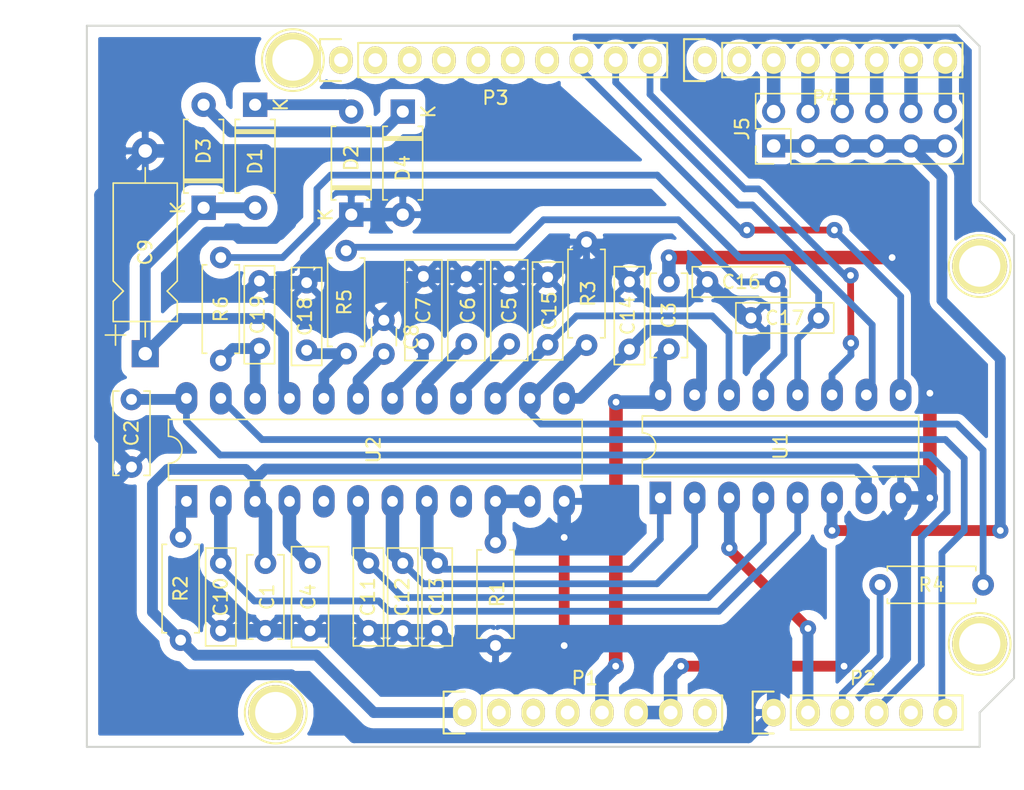
<source format=kicad_pcb>
(kicad_pcb (version 20171130) (host pcbnew "(5.1.6-0)")

  (general
    (thickness 1.6)
    (drawings 26)
    (tracks 277)
    (zones 0)
    (modules 40)
    (nets 40)
  )

  (page A4)
  (title_block
    (date "lun. 30 mars 2015")
  )

  (layers
    (0 F.Cu signal)
    (31 B.Cu signal)
    (32 B.Adhes user)
    (33 F.Adhes user)
    (34 B.Paste user)
    (35 F.Paste user)
    (36 B.SilkS user)
    (37 F.SilkS user)
    (38 B.Mask user)
    (39 F.Mask user)
    (40 Dwgs.User user)
    (41 Cmts.User user)
    (42 Eco1.User user)
    (43 Eco2.User user)
    (44 Edge.Cuts user)
    (45 Margin user)
    (46 B.CrtYd user)
    (47 F.CrtYd user)
    (48 B.Fab user)
    (49 F.Fab user)
  )

  (setup
    (last_trace_width 0.5)
    (user_trace_width 0.25)
    (user_trace_width 0.3)
    (user_trace_width 0.5)
    (user_trace_width 0.8)
    (user_trace_width 1)
    (trace_clearance 0.2)
    (zone_clearance 0.508)
    (zone_45_only no)
    (trace_min 0.2)
    (via_size 0.6)
    (via_drill 0.4)
    (via_min_size 0.4)
    (via_min_drill 0.3)
    (user_via 1.2 0.5)
    (uvia_size 0.3)
    (uvia_drill 0.1)
    (uvias_allowed no)
    (uvia_min_size 0.2)
    (uvia_min_drill 0.1)
    (edge_width 0.15)
    (segment_width 0.15)
    (pcb_text_width 0.3)
    (pcb_text_size 1.5 1.5)
    (mod_edge_width 0.15)
    (mod_text_size 1 1)
    (mod_text_width 0.15)
    (pad_size 4.064 4.064)
    (pad_drill 3.048)
    (pad_to_mask_clearance 0)
    (aux_axis_origin 110.998 126.365)
    (visible_elements FFF8EFFF)
    (pcbplotparams
      (layerselection 0x290aa_7fffffff)
      (usegerberextensions false)
      (usegerberattributes true)
      (usegerberadvancedattributes true)
      (creategerberjobfile true)
      (excludeedgelayer true)
      (linewidth 0.100000)
      (plotframeref false)
      (viasonmask false)
      (mode 1)
      (useauxorigin false)
      (hpglpennumber 1)
      (hpglpenspeed 20)
      (hpglpendiameter 15.000000)
      (psnegative false)
      (psa4output false)
      (plotreference true)
      (plotvalue true)
      (plotinvisibletext false)
      (padsonsilk false)
      (subtractmaskfromsilk false)
      (outputformat 4)
      (mirror false)
      (drillshape 0)
      (scaleselection 1)
      (outputdirectory ""))
  )

  (net 0 "")
  (net 1 +5V)
  (net 2 GND)
  (net 3 GNDA)
  (net 4 VEE)
  (net 5 +5VA)
  (net 6 "Net-(C4-Pad1)")
  (net 7 "Net-(C5-Pad2)")
  (net 8 "Net-(C6-Pad2)")
  (net 9 "Net-(C7-Pad2)")
  (net 10 "Net-(C8-Pad2)")
  (net 11 "Net-(C9-Pad1)")
  (net 12 /VCO_CV)
  (net 13 /MOD_AMT)
  (net 14 /WAVE_SEL)
  (net 15 /PWM)
  (net 16 /MIXER_CV)
  (net 17 /RESONANCE)
  (net 18 /VCA_CV)
  (net 19 "Net-(D1-Pad1)")
  (net 20 "Net-(D3-Pad2)")
  (net 21 "Net-(R1-Pad1)")
  (net 22 "Net-(R2-Pad1)")
  (net 23 "Net-(R3-Pad1)")
  (net 24 /LP_CUTOFF)
  (net 25 /LP_VCA_CV)
  (net 26 /CUTOFF)
  (net 27 /VOICE_OUT)
  (net 28 /DAC_OUTPUT)
  (net 29 /~VOICE_1_SEL)
  (net 30 /~VOICE_SEL)
  (net 31 /~VOICE_2_SEL)
  (net 32 /~VOICE_3_SEL)
  (net 33 /~VOICE_4_SEL)
  (net 34 /~VOICE_5_SEL)
  (net 35 /~VOICE_6_SEL)
  (net 36 /PARAM_SEL_C)
  (net 37 /PARAM_SEL_B)
  (net 38 /PARAM_SEL_A)
  (net 39 /NOISE)

  (net_class Default "This is the default net class."
    (clearance 0.2)
    (trace_width 0.25)
    (via_dia 0.6)
    (via_drill 0.4)
    (uvia_dia 0.3)
    (uvia_drill 0.1)
    (add_net /CUTOFF)
    (add_net /DAC_OUTPUT)
    (add_net /NOISE)
    (add_net /PARAM_SEL_A)
    (add_net /PARAM_SEL_B)
    (add_net /PARAM_SEL_C)
    (add_net /VOICE_OUT)
    (add_net /~VOICE_1_SEL)
    (add_net /~VOICE_2_SEL)
    (add_net /~VOICE_3_SEL)
    (add_net /~VOICE_4_SEL)
    (add_net /~VOICE_5_SEL)
    (add_net /~VOICE_6_SEL)
    (add_net /~VOICE_SEL)
  )

  (net_class Analog ""
    (clearance 0.2)
    (trace_width 0.3)
    (via_dia 0.6)
    (via_drill 0.4)
    (uvia_dia 0.3)
    (uvia_drill 0.1)
    (add_net /LP_CUTOFF)
    (add_net /LP_VCA_CV)
    (add_net /MIXER_CV)
    (add_net /MOD_AMT)
    (add_net /PWM)
    (add_net /RESONANCE)
    (add_net /VCA_CV)
    (add_net /VCO_CV)
    (add_net /WAVE_SEL)
    (add_net "Net-(C4-Pad1)")
    (add_net "Net-(C5-Pad2)")
    (add_net "Net-(C6-Pad2)")
    (add_net "Net-(C7-Pad2)")
    (add_net "Net-(C8-Pad2)")
    (add_net "Net-(C9-Pad1)")
    (add_net "Net-(R1-Pad1)")
    (add_net "Net-(R2-Pad1)")
    (add_net "Net-(R3-Pad1)")
  )

  (net_class Digital ""
    (clearance 0.2)
    (trace_width 0.25)
    (via_dia 0.6)
    (via_drill 0.4)
    (uvia_dia 0.3)
    (uvia_drill 0.1)
    (add_net GND)
  )

  (net_class PWR ""
    (clearance 0.2)
    (trace_width 0.5)
    (via_dia 0.6)
    (via_drill 0.4)
    (uvia_dia 0.3)
    (uvia_drill 0.1)
    (add_net +5V)
    (add_net +5VA)
    (add_net GNDA)
    (add_net "Net-(D1-Pad1)")
    (add_net "Net-(D3-Pad2)")
    (add_net VEE)
  )

  (module Connector_PinHeader_2.54mm:PinHeader_2x06_P2.54mm_Vertical (layer F.Cu) (tedit 59FED5CC) (tstamp 61209653)
    (at 161.798 81.915 90)
    (descr "Through hole straight pin header, 2x06, 2.54mm pitch, double rows")
    (tags "Through hole pin header THT 2x06 2.54mm double row")
    (path /6127F232)
    (fp_text reference J5 (at 1.27 -2.33 90) (layer F.SilkS)
      (effects (font (size 1 1) (thickness 0.15)))
    )
    (fp_text value Conn_02x06_Odd_Even (at 1.27 15.03 90) (layer F.Fab)
      (effects (font (size 1 1) (thickness 0.15)))
    )
    (fp_line (start 4.35 -1.8) (end -1.8 -1.8) (layer F.CrtYd) (width 0.05))
    (fp_line (start 4.35 14.5) (end 4.35 -1.8) (layer F.CrtYd) (width 0.05))
    (fp_line (start -1.8 14.5) (end 4.35 14.5) (layer F.CrtYd) (width 0.05))
    (fp_line (start -1.8 -1.8) (end -1.8 14.5) (layer F.CrtYd) (width 0.05))
    (fp_line (start -1.33 -1.33) (end 0 -1.33) (layer F.SilkS) (width 0.12))
    (fp_line (start -1.33 0) (end -1.33 -1.33) (layer F.SilkS) (width 0.12))
    (fp_line (start 1.27 -1.33) (end 3.87 -1.33) (layer F.SilkS) (width 0.12))
    (fp_line (start 1.27 1.27) (end 1.27 -1.33) (layer F.SilkS) (width 0.12))
    (fp_line (start -1.33 1.27) (end 1.27 1.27) (layer F.SilkS) (width 0.12))
    (fp_line (start 3.87 -1.33) (end 3.87 14.03) (layer F.SilkS) (width 0.12))
    (fp_line (start -1.33 1.27) (end -1.33 14.03) (layer F.SilkS) (width 0.12))
    (fp_line (start -1.33 14.03) (end 3.87 14.03) (layer F.SilkS) (width 0.12))
    (fp_line (start -1.27 0) (end 0 -1.27) (layer F.Fab) (width 0.1))
    (fp_line (start -1.27 13.97) (end -1.27 0) (layer F.Fab) (width 0.1))
    (fp_line (start 3.81 13.97) (end -1.27 13.97) (layer F.Fab) (width 0.1))
    (fp_line (start 3.81 -1.27) (end 3.81 13.97) (layer F.Fab) (width 0.1))
    (fp_line (start 0 -1.27) (end 3.81 -1.27) (layer F.Fab) (width 0.1))
    (fp_text user %R (at 1.27 6.35) (layer F.Fab)
      (effects (font (size 1 1) (thickness 0.15)))
    )
    (pad 12 thru_hole oval (at 2.54 12.7 90) (size 1.7 1.7) (drill 1) (layers *.Cu *.Mask)
      (net 29 /~VOICE_1_SEL))
    (pad 11 thru_hole oval (at 0 12.7 90) (size 1.7 1.7) (drill 1) (layers *.Cu *.Mask)
      (net 30 /~VOICE_SEL))
    (pad 10 thru_hole oval (at 2.54 10.16 90) (size 1.7 1.7) (drill 1) (layers *.Cu *.Mask)
      (net 31 /~VOICE_2_SEL))
    (pad 9 thru_hole oval (at 0 10.16 90) (size 1.7 1.7) (drill 1) (layers *.Cu *.Mask)
      (net 30 /~VOICE_SEL))
    (pad 8 thru_hole oval (at 2.54 7.62 90) (size 1.7 1.7) (drill 1) (layers *.Cu *.Mask)
      (net 32 /~VOICE_3_SEL))
    (pad 7 thru_hole oval (at 0 7.62 90) (size 1.7 1.7) (drill 1) (layers *.Cu *.Mask)
      (net 30 /~VOICE_SEL))
    (pad 6 thru_hole oval (at 2.54 5.08 90) (size 1.7 1.7) (drill 1) (layers *.Cu *.Mask)
      (net 33 /~VOICE_4_SEL))
    (pad 5 thru_hole oval (at 0 5.08 90) (size 1.7 1.7) (drill 1) (layers *.Cu *.Mask)
      (net 30 /~VOICE_SEL))
    (pad 4 thru_hole oval (at 2.54 2.54 90) (size 1.7 1.7) (drill 1) (layers *.Cu *.Mask)
      (net 34 /~VOICE_5_SEL))
    (pad 3 thru_hole oval (at 0 2.54 90) (size 1.7 1.7) (drill 1) (layers *.Cu *.Mask)
      (net 30 /~VOICE_SEL))
    (pad 2 thru_hole oval (at 2.54 0 90) (size 1.7 1.7) (drill 1) (layers *.Cu *.Mask)
      (net 35 /~VOICE_6_SEL))
    (pad 1 thru_hole rect (at 0 0 90) (size 1.7 1.7) (drill 1) (layers *.Cu *.Mask)
      (net 30 /~VOICE_SEL))
    (model ${KISYS3DMOD}/Connector_PinHeader_2.54mm.3dshapes/PinHeader_2x06_P2.54mm_Vertical.wrl
      (at (xyz 0 0 0))
      (scale (xyz 1 1 1))
      (rotate (xyz 0 0 0))
    )
  )

  (module Package_DIP:DIP-16_W7.62mm_LongPads (layer F.Cu) (tedit 5A02E8C5) (tstamp 611C8DDC)
    (at 153.416 107.95 90)
    (descr "16-lead though-hole mounted DIP package, row spacing 7.62 mm (300 mils), LongPads")
    (tags "THT DIP DIL PDIP 2.54mm 7.62mm 300mil LongPads")
    (path /61119B6A)
    (fp_text reference U1 (at 3.81 8.89 90) (layer F.SilkS)
      (effects (font (size 1 1) (thickness 0.15)))
    )
    (fp_text value 4051 (at 3.81 20.11 90) (layer F.Fab)
      (effects (font (size 1 1) (thickness 0.15)))
    )
    (fp_line (start 9.1 -1.55) (end -1.45 -1.55) (layer F.CrtYd) (width 0.05))
    (fp_line (start 9.1 19.3) (end 9.1 -1.55) (layer F.CrtYd) (width 0.05))
    (fp_line (start -1.45 19.3) (end 9.1 19.3) (layer F.CrtYd) (width 0.05))
    (fp_line (start -1.45 -1.55) (end -1.45 19.3) (layer F.CrtYd) (width 0.05))
    (fp_line (start 6.06 -1.33) (end 4.81 -1.33) (layer F.SilkS) (width 0.12))
    (fp_line (start 6.06 19.11) (end 6.06 -1.33) (layer F.SilkS) (width 0.12))
    (fp_line (start 1.56 19.11) (end 6.06 19.11) (layer F.SilkS) (width 0.12))
    (fp_line (start 1.56 -1.33) (end 1.56 19.11) (layer F.SilkS) (width 0.12))
    (fp_line (start 2.81 -1.33) (end 1.56 -1.33) (layer F.SilkS) (width 0.12))
    (fp_line (start 0.635 -0.27) (end 1.635 -1.27) (layer F.Fab) (width 0.1))
    (fp_line (start 0.635 19.05) (end 0.635 -0.27) (layer F.Fab) (width 0.1))
    (fp_line (start 6.985 19.05) (end 0.635 19.05) (layer F.Fab) (width 0.1))
    (fp_line (start 6.985 -1.27) (end 6.985 19.05) (layer F.Fab) (width 0.1))
    (fp_line (start 1.635 -1.27) (end 6.985 -1.27) (layer F.Fab) (width 0.1))
    (fp_arc (start 3.81 -1.33) (end 2.81 -1.33) (angle -180) (layer F.SilkS) (width 0.12))
    (fp_text user %R (at 3.81 8.89 90) (layer F.Fab)
      (effects (font (size 1 1) (thickness 0.15)))
    )
    (pad 1 thru_hole rect (at 0 0 90) (size 2.4 1.6) (drill 0.8) (layers *.Cu *.Mask)
      (net 15 /PWM))
    (pad 9 thru_hole oval (at 7.62 17.78 90) (size 2.4 1.6) (drill 0.8) (layers *.Cu *.Mask)
      (net 38 /PARAM_SEL_A))
    (pad 2 thru_hole oval (at 0 2.54 90) (size 2.4 1.6) (drill 0.8) (layers *.Cu *.Mask)
      (net 14 /WAVE_SEL))
    (pad 10 thru_hole oval (at 7.62 15.24 90) (size 2.4 1.6) (drill 0.8) (layers *.Cu *.Mask)
      (net 37 /PARAM_SEL_B))
    (pad 3 thru_hole oval (at 0 5.08 90) (size 2.4 1.6) (drill 0.8) (layers *.Cu *.Mask)
      (net 28 /DAC_OUTPUT))
    (pad 11 thru_hole oval (at 7.62 12.7 90) (size 2.4 1.6) (drill 0.8) (layers *.Cu *.Mask)
      (net 36 /PARAM_SEL_C))
    (pad 4 thru_hole oval (at 0 7.62 90) (size 2.4 1.6) (drill 0.8) (layers *.Cu *.Mask)
      (net 13 /MOD_AMT))
    (pad 12 thru_hole oval (at 7.62 10.16 90) (size 2.4 1.6) (drill 0.8) (layers *.Cu *.Mask)
      (net 18 /VCA_CV))
    (pad 5 thru_hole oval (at 0 10.16 90) (size 2.4 1.6) (drill 0.8) (layers *.Cu *.Mask)
      (net 12 /VCO_CV))
    (pad 13 thru_hole oval (at 7.62 7.62 90) (size 2.4 1.6) (drill 0.8) (layers *.Cu *.Mask)
      (net 26 /CUTOFF))
    (pad 6 thru_hole oval (at 0 12.7 90) (size 2.4 1.6) (drill 0.8) (layers *.Cu *.Mask)
      (net 30 /~VOICE_SEL))
    (pad 14 thru_hole oval (at 7.62 5.08 90) (size 2.4 1.6) (drill 0.8) (layers *.Cu *.Mask)
      (net 17 /RESONANCE))
    (pad 7 thru_hole oval (at 0 15.24 90) (size 2.4 1.6) (drill 0.8) (layers *.Cu *.Mask)
      (net 4 VEE))
    (pad 15 thru_hole oval (at 7.62 2.54 90) (size 2.4 1.6) (drill 0.8) (layers *.Cu *.Mask)
      (net 16 /MIXER_CV))
    (pad 8 thru_hole oval (at 0 17.78 90) (size 2.4 1.6) (drill 0.8) (layers *.Cu *.Mask)
      (net 2 GND))
    (pad 16 thru_hole oval (at 7.62 0 90) (size 2.4 1.6) (drill 0.8) (layers *.Cu *.Mask)
      (net 1 +5V))
    (model ${KISYS3DMOD}/Package_DIP.3dshapes/DIP-16_W7.62mm.wrl
      (at (xyz 0 0 0))
      (scale (xyz 1 1 1))
      (rotate (xyz 0 0 0))
    )
  )

  (module Resistor_THT:R_Axial_DIN0207_L6.3mm_D2.5mm_P7.62mm_Horizontal (layer F.Cu) (tedit 5AE5139B) (tstamp 61219E2B)
    (at 169.672 114.3762)
    (descr "Resistor, Axial_DIN0207 series, Axial, Horizontal, pin pitch=7.62mm, 0.25W = 1/4W, length*diameter=6.3*2.5mm^2, http://cdn-reichelt.de/documents/datenblatt/B400/1_4W%23YAG.pdf")
    (tags "Resistor Axial_DIN0207 series Axial Horizontal pin pitch 7.62mm 0.25W = 1/4W length 6.3mm diameter 2.5mm")
    (path /61160128)
    (fp_text reference R4 (at 3.81 0) (layer F.SilkS)
      (effects (font (size 1 1) (thickness 0.15)))
    )
    (fp_text value 68k (at 3.81 2.37) (layer F.Fab)
      (effects (font (size 1 1) (thickness 0.15)))
    )
    (fp_line (start 0.66 -1.25) (end 0.66 1.25) (layer F.Fab) (width 0.1))
    (fp_line (start 0.66 1.25) (end 6.96 1.25) (layer F.Fab) (width 0.1))
    (fp_line (start 6.96 1.25) (end 6.96 -1.25) (layer F.Fab) (width 0.1))
    (fp_line (start 6.96 -1.25) (end 0.66 -1.25) (layer F.Fab) (width 0.1))
    (fp_line (start 0 0) (end 0.66 0) (layer F.Fab) (width 0.1))
    (fp_line (start 7.62 0) (end 6.96 0) (layer F.Fab) (width 0.1))
    (fp_line (start 0.54 -1.04) (end 0.54 -1.37) (layer F.SilkS) (width 0.12))
    (fp_line (start 0.54 -1.37) (end 7.08 -1.37) (layer F.SilkS) (width 0.12))
    (fp_line (start 7.08 -1.37) (end 7.08 -1.04) (layer F.SilkS) (width 0.12))
    (fp_line (start 0.54 1.04) (end 0.54 1.37) (layer F.SilkS) (width 0.12))
    (fp_line (start 0.54 1.37) (end 7.08 1.37) (layer F.SilkS) (width 0.12))
    (fp_line (start 7.08 1.37) (end 7.08 1.04) (layer F.SilkS) (width 0.12))
    (fp_line (start -1.05 -1.5) (end -1.05 1.5) (layer F.CrtYd) (width 0.05))
    (fp_line (start -1.05 1.5) (end 8.67 1.5) (layer F.CrtYd) (width 0.05))
    (fp_line (start 8.67 1.5) (end 8.67 -1.5) (layer F.CrtYd) (width 0.05))
    (fp_line (start 8.67 -1.5) (end -1.05 -1.5) (layer F.CrtYd) (width 0.05))
    (fp_text user %R (at 3.81 0) (layer F.Fab)
      (effects (font (size 1 1) (thickness 0.15)))
    )
    (pad 2 thru_hole oval (at 7.62 0) (size 1.6 1.6) (drill 0.8) (layers *.Cu *.Mask)
      (net 23 "Net-(R3-Pad1)"))
    (pad 1 thru_hole circle (at 0 0) (size 1.6 1.6) (drill 0.8) (layers *.Cu *.Mask)
      (net 39 /NOISE))
    (model ${KISYS3DMOD}/Resistor_THT.3dshapes/R_Axial_DIN0207_L6.3mm_D2.5mm_P7.62mm_Horizontal.wrl
      (at (xyz 0 0 0))
      (scale (xyz 1 1 1))
      (rotate (xyz 0 0 0))
    )
  )

  (module Resistor_THT:R_Axial_DIN0207_L6.3mm_D2.5mm_P7.62mm_Horizontal (layer F.Cu) (tedit 5AE5139B) (tstamp 611C8C39)
    (at 120.904 97.79 90)
    (descr "Resistor, Axial_DIN0207 series, Axial, Horizontal, pin pitch=7.62mm, 0.25W = 1/4W, length*diameter=6.3*2.5mm^2, http://cdn-reichelt.de/documents/datenblatt/B400/1_4W%23YAG.pdf")
    (tags "Resistor Axial_DIN0207 series Axial Horizontal pin pitch 7.62mm 0.25W = 1/4W length 6.3mm diameter 2.5mm")
    (path /612F47CF)
    (fp_text reference R6 (at 3.81 0 90) (layer F.SilkS)
      (effects (font (size 1 1) (thickness 0.15)))
    )
    (fp_text value 1M (at 3.81 2.37 90) (layer F.Fab)
      (effects (font (size 1 1) (thickness 0.15)))
    )
    (fp_line (start 0.66 -1.25) (end 0.66 1.25) (layer F.Fab) (width 0.1))
    (fp_line (start 0.66 1.25) (end 6.96 1.25) (layer F.Fab) (width 0.1))
    (fp_line (start 6.96 1.25) (end 6.96 -1.25) (layer F.Fab) (width 0.1))
    (fp_line (start 6.96 -1.25) (end 0.66 -1.25) (layer F.Fab) (width 0.1))
    (fp_line (start 0 0) (end 0.66 0) (layer F.Fab) (width 0.1))
    (fp_line (start 7.62 0) (end 6.96 0) (layer F.Fab) (width 0.1))
    (fp_line (start 0.54 -1.04) (end 0.54 -1.37) (layer F.SilkS) (width 0.12))
    (fp_line (start 0.54 -1.37) (end 7.08 -1.37) (layer F.SilkS) (width 0.12))
    (fp_line (start 7.08 -1.37) (end 7.08 -1.04) (layer F.SilkS) (width 0.12))
    (fp_line (start 0.54 1.04) (end 0.54 1.37) (layer F.SilkS) (width 0.12))
    (fp_line (start 0.54 1.37) (end 7.08 1.37) (layer F.SilkS) (width 0.12))
    (fp_line (start 7.08 1.37) (end 7.08 1.04) (layer F.SilkS) (width 0.12))
    (fp_line (start -1.05 -1.5) (end -1.05 1.5) (layer F.CrtYd) (width 0.05))
    (fp_line (start -1.05 1.5) (end 8.67 1.5) (layer F.CrtYd) (width 0.05))
    (fp_line (start 8.67 1.5) (end 8.67 -1.5) (layer F.CrtYd) (width 0.05))
    (fp_line (start 8.67 -1.5) (end -1.05 -1.5) (layer F.CrtYd) (width 0.05))
    (fp_text user %R (at 3.81 0 90) (layer F.Fab)
      (effects (font (size 1 1) (thickness 0.15)))
    )
    (pad 2 thru_hole oval (at 7.62 0 90) (size 1.6 1.6) (drill 0.8) (layers *.Cu *.Mask)
      (net 18 /VCA_CV))
    (pad 1 thru_hole circle (at 0 0 90) (size 1.6 1.6) (drill 0.8) (layers *.Cu *.Mask)
      (net 25 /LP_VCA_CV))
    (model ${KISYS3DMOD}/Resistor_THT.3dshapes/R_Axial_DIN0207_L6.3mm_D2.5mm_P7.62mm_Horizontal.wrl
      (at (xyz 0 0 0))
      (scale (xyz 1 1 1))
      (rotate (xyz 0 0 0))
    )
  )

  (module Resistor_THT:R_Axial_DIN0207_L6.3mm_D2.5mm_P7.62mm_Horizontal (layer F.Cu) (tedit 5AE5139B) (tstamp 611C8BF7)
    (at 130.175 97.282 90)
    (descr "Resistor, Axial_DIN0207 series, Axial, Horizontal, pin pitch=7.62mm, 0.25W = 1/4W, length*diameter=6.3*2.5mm^2, http://cdn-reichelt.de/documents/datenblatt/B400/1_4W%23YAG.pdf")
    (tags "Resistor Axial_DIN0207 series Axial Horizontal pin pitch 7.62mm 0.25W = 1/4W length 6.3mm diameter 2.5mm")
    (path /61309BBA)
    (fp_text reference R5 (at 3.81 -0.127 90) (layer F.SilkS)
      (effects (font (size 1 1) (thickness 0.15)))
    )
    (fp_text value 1M (at 3.81 2.37 90) (layer F.Fab)
      (effects (font (size 1 1) (thickness 0.15)))
    )
    (fp_line (start 0.66 -1.25) (end 0.66 1.25) (layer F.Fab) (width 0.1))
    (fp_line (start 0.66 1.25) (end 6.96 1.25) (layer F.Fab) (width 0.1))
    (fp_line (start 6.96 1.25) (end 6.96 -1.25) (layer F.Fab) (width 0.1))
    (fp_line (start 6.96 -1.25) (end 0.66 -1.25) (layer F.Fab) (width 0.1))
    (fp_line (start 0 0) (end 0.66 0) (layer F.Fab) (width 0.1))
    (fp_line (start 7.62 0) (end 6.96 0) (layer F.Fab) (width 0.1))
    (fp_line (start 0.54 -1.04) (end 0.54 -1.37) (layer F.SilkS) (width 0.12))
    (fp_line (start 0.54 -1.37) (end 7.08 -1.37) (layer F.SilkS) (width 0.12))
    (fp_line (start 7.08 -1.37) (end 7.08 -1.04) (layer F.SilkS) (width 0.12))
    (fp_line (start 0.54 1.04) (end 0.54 1.37) (layer F.SilkS) (width 0.12))
    (fp_line (start 0.54 1.37) (end 7.08 1.37) (layer F.SilkS) (width 0.12))
    (fp_line (start 7.08 1.37) (end 7.08 1.04) (layer F.SilkS) (width 0.12))
    (fp_line (start -1.05 -1.5) (end -1.05 1.5) (layer F.CrtYd) (width 0.05))
    (fp_line (start -1.05 1.5) (end 8.67 1.5) (layer F.CrtYd) (width 0.05))
    (fp_line (start 8.67 1.5) (end 8.67 -1.5) (layer F.CrtYd) (width 0.05))
    (fp_line (start 8.67 -1.5) (end -1.05 -1.5) (layer F.CrtYd) (width 0.05))
    (fp_text user %R (at 3.81 0 90) (layer F.Fab)
      (effects (font (size 1 1) (thickness 0.15)))
    )
    (pad 2 thru_hole oval (at 7.62 0 90) (size 1.6 1.6) (drill 0.8) (layers *.Cu *.Mask)
      (net 26 /CUTOFF))
    (pad 1 thru_hole circle (at 0 0 90) (size 1.6 1.6) (drill 0.8) (layers *.Cu *.Mask)
      (net 24 /LP_CUTOFF))
    (model ${KISYS3DMOD}/Resistor_THT.3dshapes/R_Axial_DIN0207_L6.3mm_D2.5mm_P7.62mm_Horizontal.wrl
      (at (xyz 0 0 0))
      (scale (xyz 1 1 1))
      (rotate (xyz 0 0 0))
    )
  )

  (module Capacitor_THT:C_Rect_L7.0mm_W2.0mm_P5.00mm (layer F.Cu) (tedit 5AE50EF0) (tstamp 611C8CAD)
    (at 123.7615 96.901 90)
    (descr "C, Rect series, Radial, pin pitch=5.00mm, , length*width=7*2mm^2, Capacitor")
    (tags "C Rect series Radial pin pitch 5.00mm  length 7mm width 2mm Capacitor")
    (path /612F3867)
    (fp_text reference C19 (at 2.5 -0.127 90) (layer F.SilkS)
      (effects (font (size 1 1) (thickness 0.15)))
    )
    (fp_text value 10nF (at 2.5 2.25 90) (layer F.Fab)
      (effects (font (size 1 1) (thickness 0.15)))
    )
    (fp_line (start -1 -1) (end -1 1) (layer F.Fab) (width 0.1))
    (fp_line (start -1 1) (end 6 1) (layer F.Fab) (width 0.1))
    (fp_line (start 6 1) (end 6 -1) (layer F.Fab) (width 0.1))
    (fp_line (start 6 -1) (end -1 -1) (layer F.Fab) (width 0.1))
    (fp_line (start -1.12 -1.12) (end 6.12 -1.12) (layer F.SilkS) (width 0.12))
    (fp_line (start -1.12 1.12) (end 6.12 1.12) (layer F.SilkS) (width 0.12))
    (fp_line (start -1.12 -1.12) (end -1.12 1.12) (layer F.SilkS) (width 0.12))
    (fp_line (start 6.12 -1.12) (end 6.12 1.12) (layer F.SilkS) (width 0.12))
    (fp_line (start -1.25 -1.25) (end -1.25 1.25) (layer F.CrtYd) (width 0.05))
    (fp_line (start -1.25 1.25) (end 6.25 1.25) (layer F.CrtYd) (width 0.05))
    (fp_line (start 6.25 1.25) (end 6.25 -1.25) (layer F.CrtYd) (width 0.05))
    (fp_line (start 6.25 -1.25) (end -1.25 -1.25) (layer F.CrtYd) (width 0.05))
    (fp_text user %R (at 2.5 0 90) (layer F.Fab)
      (effects (font (size 1 1) (thickness 0.15)))
    )
    (pad 2 thru_hole circle (at 5 0 90) (size 1.6 1.6) (drill 0.8) (layers *.Cu *.Mask)
      (net 3 GNDA))
    (pad 1 thru_hole circle (at 0 0 90) (size 1.6 1.6) (drill 0.8) (layers *.Cu *.Mask)
      (net 25 /LP_VCA_CV))
    (model ${KISYS3DMOD}/Capacitor_THT.3dshapes/C_Rect_L7.0mm_W2.0mm_P5.00mm.wrl
      (at (xyz 0 0 0))
      (scale (xyz 1 1 1))
      (rotate (xyz 0 0 0))
    )
  )

  (module Capacitor_THT:C_Rect_L7.0mm_W2.0mm_P5.00mm (layer F.Cu) (tedit 5AE50EF0) (tstamp 611C8C77)
    (at 127.254 97.028 90)
    (descr "C, Rect series, Radial, pin pitch=5.00mm, , length*width=7*2mm^2, Capacitor")
    (tags "C Rect series Radial pin pitch 5.00mm  length 7mm width 2mm Capacitor")
    (path /61309BB4)
    (fp_text reference C18 (at 2.5 -0.127 90) (layer F.SilkS)
      (effects (font (size 1 1) (thickness 0.15)))
    )
    (fp_text value 10nF (at 2.5 2.25 90) (layer F.Fab)
      (effects (font (size 1 1) (thickness 0.15)))
    )
    (fp_line (start -1 -1) (end -1 1) (layer F.Fab) (width 0.1))
    (fp_line (start -1 1) (end 6 1) (layer F.Fab) (width 0.1))
    (fp_line (start 6 1) (end 6 -1) (layer F.Fab) (width 0.1))
    (fp_line (start 6 -1) (end -1 -1) (layer F.Fab) (width 0.1))
    (fp_line (start -1.12 -1.12) (end 6.12 -1.12) (layer F.SilkS) (width 0.12))
    (fp_line (start -1.12 1.12) (end 6.12 1.12) (layer F.SilkS) (width 0.12))
    (fp_line (start -1.12 -1.12) (end -1.12 1.12) (layer F.SilkS) (width 0.12))
    (fp_line (start 6.12 -1.12) (end 6.12 1.12) (layer F.SilkS) (width 0.12))
    (fp_line (start -1.25 -1.25) (end -1.25 1.25) (layer F.CrtYd) (width 0.05))
    (fp_line (start -1.25 1.25) (end 6.25 1.25) (layer F.CrtYd) (width 0.05))
    (fp_line (start 6.25 1.25) (end 6.25 -1.25) (layer F.CrtYd) (width 0.05))
    (fp_line (start 6.25 -1.25) (end -1.25 -1.25) (layer F.CrtYd) (width 0.05))
    (fp_text user %R (at 2.5 0 90) (layer F.Fab)
      (effects (font (size 1 1) (thickness 0.15)))
    )
    (pad 2 thru_hole circle (at 5 0 90) (size 1.6 1.6) (drill 0.8) (layers *.Cu *.Mask)
      (net 3 GNDA))
    (pad 1 thru_hole circle (at 0 0 90) (size 1.6 1.6) (drill 0.8) (layers *.Cu *.Mask)
      (net 24 /LP_CUTOFF))
    (model ${KISYS3DMOD}/Capacitor_THT.3dshapes/C_Rect_L7.0mm_W2.0mm_P5.00mm.wrl
      (at (xyz 0 0 0))
      (scale (xyz 1 1 1))
      (rotate (xyz 0 0 0))
    )
  )

  (module Diode_THT:D_A-405_P7.62mm_Horizontal (layer F.Cu) (tedit 5AE50CD5) (tstamp 611243E1)
    (at 123.444 78.867 270)
    (descr "Diode, A-405 series, Axial, Horizontal, pin pitch=7.62mm, , length*diameter=5.2*2.7mm^2, , http://www.diodes.com/_files/packages/A-405.pdf")
    (tags "Diode A-405 series Axial Horizontal pin pitch 7.62mm  length 5.2mm diameter 2.7mm")
    (path /6119CB98)
    (fp_text reference D1 (at 4.191 0 90) (layer F.SilkS)
      (effects (font (size 1 1) (thickness 0.15)))
    )
    (fp_text value 1N4148 (at 3.81 13.97 90) (layer F.Fab)
      (effects (font (size 1 1) (thickness 0.15)))
    )
    (fp_line (start 1.21 -1.35) (end 1.21 1.35) (layer F.Fab) (width 0.1))
    (fp_line (start 1.21 1.35) (end 6.41 1.35) (layer F.Fab) (width 0.1))
    (fp_line (start 6.41 1.35) (end 6.41 -1.35) (layer F.Fab) (width 0.1))
    (fp_line (start 6.41 -1.35) (end 1.21 -1.35) (layer F.Fab) (width 0.1))
    (fp_line (start 0 0) (end 1.21 0) (layer F.Fab) (width 0.1))
    (fp_line (start 7.62 0) (end 6.41 0) (layer F.Fab) (width 0.1))
    (fp_line (start 1.99 -1.35) (end 1.99 1.35) (layer F.Fab) (width 0.1))
    (fp_line (start 2.09 -1.35) (end 2.09 1.35) (layer F.Fab) (width 0.1))
    (fp_line (start 1.89 -1.35) (end 1.89 1.35) (layer F.Fab) (width 0.1))
    (fp_line (start 1.09 -1.14) (end 1.09 -1.47) (layer F.SilkS) (width 0.12))
    (fp_line (start 1.09 -1.47) (end 6.53 -1.47) (layer F.SilkS) (width 0.12))
    (fp_line (start 6.53 -1.47) (end 6.53 -1.14) (layer F.SilkS) (width 0.12))
    (fp_line (start 1.09 1.14) (end 1.09 1.47) (layer F.SilkS) (width 0.12))
    (fp_line (start 1.09 1.47) (end 6.53 1.47) (layer F.SilkS) (width 0.12))
    (fp_line (start 6.53 1.47) (end 6.53 1.14) (layer F.SilkS) (width 0.12))
    (fp_line (start 1.99 -1.47) (end 1.99 1.47) (layer F.SilkS) (width 0.12))
    (fp_line (start 2.11 -1.47) (end 2.11 1.47) (layer F.SilkS) (width 0.12))
    (fp_line (start 1.87 -1.47) (end 1.87 1.47) (layer F.SilkS) (width 0.12))
    (fp_line (start -1.15 -1.6) (end -1.15 1.6) (layer F.CrtYd) (width 0.05))
    (fp_line (start -1.15 1.6) (end 8.77 1.6) (layer F.CrtYd) (width 0.05))
    (fp_line (start 8.77 1.6) (end 8.77 -1.6) (layer F.CrtYd) (width 0.05))
    (fp_line (start 8.77 -1.6) (end -1.15 -1.6) (layer F.CrtYd) (width 0.05))
    (fp_text user K (at 0 -1.9 90) (layer F.SilkS)
      (effects (font (size 1 1) (thickness 0.15)))
    )
    (fp_text user K (at 0 -1.9 90) (layer F.Fab)
      (effects (font (size 1 1) (thickness 0.15)))
    )
    (fp_text user %R (at 4.2 0 90) (layer F.Fab)
      (effects (font (size 1 1) (thickness 0.15)))
    )
    (pad 2 thru_hole oval (at 7.62 0 270) (size 1.8 1.8) (drill 0.9) (layers *.Cu *.Mask)
      (net 11 "Net-(C9-Pad1)"))
    (pad 1 thru_hole rect (at 0 0 270) (size 1.8 1.8) (drill 0.9) (layers *.Cu *.Mask)
      (net 19 "Net-(D1-Pad1)"))
    (model ${KISYS3DMOD}/Diode_THT.3dshapes/D_A-405_P7.62mm_Horizontal.wrl
      (at (xyz 0 0 0))
      (scale (xyz 1 1 1))
      (rotate (xyz 0 0 0))
    )
  )

  (module Diode_THT:D_A-405_P7.62mm_Horizontal (layer F.Cu) (tedit 5AE50CD5) (tstamp 612015ED)
    (at 119.634 86.487 90)
    (descr "Diode, A-405 series, Axial, Horizontal, pin pitch=7.62mm, , length*diameter=5.2*2.7mm^2, , http://www.diodes.com/_files/packages/A-405.pdf")
    (tags "Diode A-405 series Axial Horizontal pin pitch 7.62mm  length 5.2mm diameter 2.7mm")
    (path /6114EC89)
    (fp_text reference D3 (at 4.191 0 90) (layer F.SilkS)
      (effects (font (size 1 1) (thickness 0.15)))
    )
    (fp_text value 1N4148 (at 3.81 -10.16 90) (layer F.Fab)
      (effects (font (size 1 1) (thickness 0.15)))
    )
    (fp_line (start 1.21 -1.35) (end 1.21 1.35) (layer F.Fab) (width 0.1))
    (fp_line (start 1.21 1.35) (end 6.41 1.35) (layer F.Fab) (width 0.1))
    (fp_line (start 6.41 1.35) (end 6.41 -1.35) (layer F.Fab) (width 0.1))
    (fp_line (start 6.41 -1.35) (end 1.21 -1.35) (layer F.Fab) (width 0.1))
    (fp_line (start 0 0) (end 1.21 0) (layer F.Fab) (width 0.1))
    (fp_line (start 7.62 0) (end 6.41 0) (layer F.Fab) (width 0.1))
    (fp_line (start 1.99 -1.35) (end 1.99 1.35) (layer F.Fab) (width 0.1))
    (fp_line (start 2.09 -1.35) (end 2.09 1.35) (layer F.Fab) (width 0.1))
    (fp_line (start 1.89 -1.35) (end 1.89 1.35) (layer F.Fab) (width 0.1))
    (fp_line (start 1.09 -1.14) (end 1.09 -1.47) (layer F.SilkS) (width 0.12))
    (fp_line (start 1.09 -1.47) (end 6.53 -1.47) (layer F.SilkS) (width 0.12))
    (fp_line (start 6.53 -1.47) (end 6.53 -1.14) (layer F.SilkS) (width 0.12))
    (fp_line (start 1.09 1.14) (end 1.09 1.47) (layer F.SilkS) (width 0.12))
    (fp_line (start 1.09 1.47) (end 6.53 1.47) (layer F.SilkS) (width 0.12))
    (fp_line (start 6.53 1.47) (end 6.53 1.14) (layer F.SilkS) (width 0.12))
    (fp_line (start 1.99 -1.47) (end 1.99 1.47) (layer F.SilkS) (width 0.12))
    (fp_line (start 2.11 -1.47) (end 2.11 1.47) (layer F.SilkS) (width 0.12))
    (fp_line (start 1.87 -1.47) (end 1.87 1.47) (layer F.SilkS) (width 0.12))
    (fp_line (start -1.15 -1.6) (end -1.15 1.6) (layer F.CrtYd) (width 0.05))
    (fp_line (start -1.15 1.6) (end 8.77 1.6) (layer F.CrtYd) (width 0.05))
    (fp_line (start 8.77 1.6) (end 8.77 -1.6) (layer F.CrtYd) (width 0.05))
    (fp_line (start 8.77 -1.6) (end -1.15 -1.6) (layer F.CrtYd) (width 0.05))
    (fp_text user K (at 0 -1.9 90) (layer F.SilkS)
      (effects (font (size 1 1) (thickness 0.15)))
    )
    (fp_text user K (at 0 -1.9 90) (layer F.Fab)
      (effects (font (size 1 1) (thickness 0.15)))
    )
    (fp_text user %R (at 4.2 0 90) (layer F.Fab)
      (effects (font (size 1 1) (thickness 0.15)))
    )
    (pad 2 thru_hole oval (at 7.62 0 90) (size 1.8 1.8) (drill 0.9) (layers *.Cu *.Mask)
      (net 20 "Net-(D3-Pad2)"))
    (pad 1 thru_hole rect (at 0 0 90) (size 1.8 1.8) (drill 0.9) (layers *.Cu *.Mask)
      (net 11 "Net-(C9-Pad1)"))
    (model ${KISYS3DMOD}/Diode_THT.3dshapes/D_A-405_P7.62mm_Horizontal.wrl
      (at (xyz 0 0 0))
      (scale (xyz 1 1 1))
      (rotate (xyz 0 0 0))
    )
  )

  (module Package_DIP:DIP-24_W7.62mm_LongPads (layer F.Cu) (tedit 5A02E8C5) (tstamp 611245C4)
    (at 118.364 108.204 90)
    (descr "24-lead though-hole mounted DIP package, row spacing 7.62 mm (300 mils), LongPads")
    (tags "THT DIP DIL PDIP 2.54mm 7.62mm 300mil LongPads")
    (path /611189CE)
    (fp_text reference U2 (at 3.81 13.843 90) (layer F.SilkS)
      (effects (font (size 1 1) (thickness 0.15)))
    )
    (fp_text value AS3394E (at 3.81 30.27 90) (layer F.Fab)
      (effects (font (size 1 1) (thickness 0.15)))
    )
    (fp_line (start 9.1 -1.55) (end -1.45 -1.55) (layer F.CrtYd) (width 0.05))
    (fp_line (start 9.1 29.5) (end 9.1 -1.55) (layer F.CrtYd) (width 0.05))
    (fp_line (start -1.45 29.5) (end 9.1 29.5) (layer F.CrtYd) (width 0.05))
    (fp_line (start -1.45 -1.55) (end -1.45 29.5) (layer F.CrtYd) (width 0.05))
    (fp_line (start 6.06 -1.33) (end 4.81 -1.33) (layer F.SilkS) (width 0.12))
    (fp_line (start 6.06 29.27) (end 6.06 -1.33) (layer F.SilkS) (width 0.12))
    (fp_line (start 1.56 29.27) (end 6.06 29.27) (layer F.SilkS) (width 0.12))
    (fp_line (start 1.56 -1.33) (end 1.56 29.27) (layer F.SilkS) (width 0.12))
    (fp_line (start 2.81 -1.33) (end 1.56 -1.33) (layer F.SilkS) (width 0.12))
    (fp_line (start 0.635 -0.27) (end 1.635 -1.27) (layer F.Fab) (width 0.1))
    (fp_line (start 0.635 29.21) (end 0.635 -0.27) (layer F.Fab) (width 0.1))
    (fp_line (start 6.985 29.21) (end 0.635 29.21) (layer F.Fab) (width 0.1))
    (fp_line (start 6.985 -1.27) (end 6.985 29.21) (layer F.Fab) (width 0.1))
    (fp_line (start 1.635 -1.27) (end 6.985 -1.27) (layer F.Fab) (width 0.1))
    (fp_arc (start 3.81 -1.33) (end 2.81 -1.33) (angle -180) (layer F.SilkS) (width 0.12))
    (fp_text user %R (at 3.81 13.97 90) (layer F.Fab)
      (effects (font (size 1 1) (thickness 0.15)))
    )
    (pad 1 thru_hole rect (at 0 0 90) (size 2.4 1.6) (drill 0.8) (layers *.Cu *.Mask)
      (net 22 "Net-(R2-Pad1)"))
    (pad 13 thru_hole oval (at 7.62 27.94 90) (size 2.4 1.6) (drill 0.8) (layers *.Cu *.Mask)
      (net 16 /MIXER_CV))
    (pad 2 thru_hole oval (at 0 2.54 90) (size 2.4 1.6) (drill 0.8) (layers *.Cu *.Mask)
      (net 12 /VCO_CV))
    (pad 14 thru_hole oval (at 7.62 25.4 90) (size 2.4 1.6) (drill 0.8) (layers *.Cu *.Mask)
      (net 23 "Net-(R3-Pad1)"))
    (pad 3 thru_hole oval (at 0 5.08 90) (size 2.4 1.6) (drill 0.8) (layers *.Cu *.Mask)
      (net 4 VEE))
    (pad 15 thru_hole oval (at 7.62 22.86 90) (size 2.4 1.6) (drill 0.8) (layers *.Cu *.Mask)
      (net 17 /RESONANCE))
    (pad 4 thru_hole oval (at 0 7.62 90) (size 2.4 1.6) (drill 0.8) (layers *.Cu *.Mask)
      (net 6 "Net-(C4-Pad1)"))
    (pad 16 thru_hole oval (at 7.62 20.32 90) (size 2.4 1.6) (drill 0.8) (layers *.Cu *.Mask)
      (net 7 "Net-(C5-Pad2)"))
    (pad 5 thru_hole oval (at 0 10.16 90) (size 2.4 1.6) (drill 0.8) (layers *.Cu *.Mask))
    (pad 17 thru_hole oval (at 7.62 17.78 90) (size 2.4 1.6) (drill 0.8) (layers *.Cu *.Mask)
      (net 8 "Net-(C6-Pad2)"))
    (pad 6 thru_hole oval (at 0 12.7 90) (size 2.4 1.6) (drill 0.8) (layers *.Cu *.Mask)
      (net 13 /MOD_AMT))
    (pad 18 thru_hole oval (at 7.62 15.24 90) (size 2.4 1.6) (drill 0.8) (layers *.Cu *.Mask)
      (net 9 "Net-(C7-Pad2)"))
    (pad 7 thru_hole oval (at 0 15.24 90) (size 2.4 1.6) (drill 0.8) (layers *.Cu *.Mask)
      (net 14 /WAVE_SEL))
    (pad 19 thru_hole oval (at 7.62 12.7 90) (size 2.4 1.6) (drill 0.8) (layers *.Cu *.Mask)
      (net 10 "Net-(C8-Pad2)"))
    (pad 8 thru_hole oval (at 0 17.78 90) (size 2.4 1.6) (drill 0.8) (layers *.Cu *.Mask)
      (net 15 /PWM))
    (pad 20 thru_hole oval (at 7.62 10.16 90) (size 2.4 1.6) (drill 0.8) (layers *.Cu *.Mask)
      (net 24 /LP_CUTOFF))
    (pad 9 thru_hole oval (at 0 20.32 90) (size 2.4 1.6) (drill 0.8) (layers *.Cu *.Mask))
    (pad 21 thru_hole oval (at 7.62 7.62 90) (size 2.4 1.6) (drill 0.8) (layers *.Cu *.Mask)
      (net 11 "Net-(C9-Pad1)"))
    (pad 10 thru_hole oval (at 0 22.86 90) (size 2.4 1.6) (drill 0.8) (layers *.Cu *.Mask)
      (net 21 "Net-(R1-Pad1)"))
    (pad 22 thru_hole oval (at 7.62 5.08 90) (size 2.4 1.6) (drill 0.8) (layers *.Cu *.Mask)
      (net 25 /LP_VCA_CV))
    (pad 11 thru_hole oval (at 0 25.4 90) (size 2.4 1.6) (drill 0.8) (layers *.Cu *.Mask)
      (net 21 "Net-(R1-Pad1)"))
    (pad 23 thru_hole oval (at 7.62 2.54 90) (size 2.4 1.6) (drill 0.8) (layers *.Cu *.Mask)
      (net 27 /VOICE_OUT))
    (pad 12 thru_hole oval (at 0 27.94 90) (size 2.4 1.6) (drill 0.8) (layers *.Cu *.Mask)
      (net 3 GNDA))
    (pad 24 thru_hole oval (at 7.62 0 90) (size 2.4 1.6) (drill 0.8) (layers *.Cu *.Mask)
      (net 5 +5VA))
    (model ${KISYS3DMOD}/Package_DIP.3dshapes/DIP-24_W7.62mm.wrl
      (at (xyz 0 0 0))
      (scale (xyz 1 1 1))
      (rotate (xyz 0 0 0))
    )
  )

  (module Resistor_THT:R_Axial_DIN0207_L6.3mm_D2.5mm_P7.62mm_Horizontal (layer F.Cu) (tedit 5AE5139B) (tstamp 6116F81C)
    (at 147.955 96.647 90)
    (descr "Resistor, Axial_DIN0207 series, Axial, Horizontal, pin pitch=7.62mm, 0.25W = 1/4W, length*diameter=6.3*2.5mm^2, http://cdn-reichelt.de/documents/datenblatt/B400/1_4W%23YAG.pdf")
    (tags "Resistor Axial_DIN0207 series Axial Horizontal pin pitch 7.62mm 0.25W = 1/4W length 6.3mm diameter 2.5mm")
    (path /6115FF30)
    (fp_text reference R3 (at 3.81 0.127 90) (layer F.SilkS)
      (effects (font (size 1 1) (thickness 0.15)))
    )
    (fp_text value 1k (at 3.81 2.37 90) (layer F.Fab)
      (effects (font (size 1 1) (thickness 0.15)))
    )
    (fp_line (start 0.66 -1.25) (end 0.66 1.25) (layer F.Fab) (width 0.1))
    (fp_line (start 0.66 1.25) (end 6.96 1.25) (layer F.Fab) (width 0.1))
    (fp_line (start 6.96 1.25) (end 6.96 -1.25) (layer F.Fab) (width 0.1))
    (fp_line (start 6.96 -1.25) (end 0.66 -1.25) (layer F.Fab) (width 0.1))
    (fp_line (start 0 0) (end 0.66 0) (layer F.Fab) (width 0.1))
    (fp_line (start 7.62 0) (end 6.96 0) (layer F.Fab) (width 0.1))
    (fp_line (start 0.54 -1.04) (end 0.54 -1.37) (layer F.SilkS) (width 0.12))
    (fp_line (start 0.54 -1.37) (end 7.08 -1.37) (layer F.SilkS) (width 0.12))
    (fp_line (start 7.08 -1.37) (end 7.08 -1.04) (layer F.SilkS) (width 0.12))
    (fp_line (start 0.54 1.04) (end 0.54 1.37) (layer F.SilkS) (width 0.12))
    (fp_line (start 0.54 1.37) (end 7.08 1.37) (layer F.SilkS) (width 0.12))
    (fp_line (start 7.08 1.37) (end 7.08 1.04) (layer F.SilkS) (width 0.12))
    (fp_line (start -1.05 -1.5) (end -1.05 1.5) (layer F.CrtYd) (width 0.05))
    (fp_line (start -1.05 1.5) (end 8.67 1.5) (layer F.CrtYd) (width 0.05))
    (fp_line (start 8.67 1.5) (end 8.67 -1.5) (layer F.CrtYd) (width 0.05))
    (fp_line (start 8.67 -1.5) (end -1.05 -1.5) (layer F.CrtYd) (width 0.05))
    (fp_text user %R (at 3.81 0 90) (layer F.Fab)
      (effects (font (size 1 1) (thickness 0.15)))
    )
    (pad 2 thru_hole oval (at 7.62 0 90) (size 1.6 1.6) (drill 0.8) (layers *.Cu *.Mask)
      (net 3 GNDA))
    (pad 1 thru_hole circle (at 0 0 90) (size 1.6 1.6) (drill 0.8) (layers *.Cu *.Mask)
      (net 23 "Net-(R3-Pad1)"))
    (model ${KISYS3DMOD}/Resistor_THT.3dshapes/R_Axial_DIN0207_L6.3mm_D2.5mm_P7.62mm_Horizontal.wrl
      (at (xyz 0 0 0))
      (scale (xyz 1 1 1))
      (rotate (xyz 0 0 0))
    )
  )

  (module Resistor_THT:R_Axial_DIN0207_L6.3mm_D2.5mm_P7.62mm_Horizontal (layer F.Cu) (tedit 5AE5139B) (tstamp 61124544)
    (at 117.9322 110.8456 270)
    (descr "Resistor, Axial_DIN0207 series, Axial, Horizontal, pin pitch=7.62mm, 0.25W = 1/4W, length*diameter=6.3*2.5mm^2, http://cdn-reichelt.de/documents/datenblatt/B400/1_4W%23YAG.pdf")
    (tags "Resistor Axial_DIN0207 series Axial Horizontal pin pitch 7.62mm 0.25W = 1/4W length 6.3mm diameter 2.5mm")
    (path /61124AAE)
    (fp_text reference R2 (at 3.81 0 90) (layer F.SilkS)
      (effects (font (size 1 1) (thickness 0.15)))
    )
    (fp_text value 240k (at 3.81 2.37 90) (layer F.Fab)
      (effects (font (size 1 1) (thickness 0.15)))
    )
    (fp_line (start 0.66 -1.25) (end 0.66 1.25) (layer F.Fab) (width 0.1))
    (fp_line (start 0.66 1.25) (end 6.96 1.25) (layer F.Fab) (width 0.1))
    (fp_line (start 6.96 1.25) (end 6.96 -1.25) (layer F.Fab) (width 0.1))
    (fp_line (start 6.96 -1.25) (end 0.66 -1.25) (layer F.Fab) (width 0.1))
    (fp_line (start 0 0) (end 0.66 0) (layer F.Fab) (width 0.1))
    (fp_line (start 7.62 0) (end 6.96 0) (layer F.Fab) (width 0.1))
    (fp_line (start 0.54 -1.04) (end 0.54 -1.37) (layer F.SilkS) (width 0.12))
    (fp_line (start 0.54 -1.37) (end 7.08 -1.37) (layer F.SilkS) (width 0.12))
    (fp_line (start 7.08 -1.37) (end 7.08 -1.04) (layer F.SilkS) (width 0.12))
    (fp_line (start 0.54 1.04) (end 0.54 1.37) (layer F.SilkS) (width 0.12))
    (fp_line (start 0.54 1.37) (end 7.08 1.37) (layer F.SilkS) (width 0.12))
    (fp_line (start 7.08 1.37) (end 7.08 1.04) (layer F.SilkS) (width 0.12))
    (fp_line (start -1.05 -1.5) (end -1.05 1.5) (layer F.CrtYd) (width 0.05))
    (fp_line (start -1.05 1.5) (end 8.67 1.5) (layer F.CrtYd) (width 0.05))
    (fp_line (start 8.67 1.5) (end 8.67 -1.5) (layer F.CrtYd) (width 0.05))
    (fp_line (start 8.67 -1.5) (end -1.05 -1.5) (layer F.CrtYd) (width 0.05))
    (fp_text user %R (at 3.81 0 90) (layer F.Fab)
      (effects (font (size 1 1) (thickness 0.15)))
    )
    (pad 2 thru_hole oval (at 7.62 0 270) (size 1.6 1.6) (drill 0.8) (layers *.Cu *.Mask)
      (net 4 VEE))
    (pad 1 thru_hole circle (at 0 0 270) (size 1.6 1.6) (drill 0.8) (layers *.Cu *.Mask)
      (net 22 "Net-(R2-Pad1)"))
    (model ${KISYS3DMOD}/Resistor_THT.3dshapes/R_Axial_DIN0207_L6.3mm_D2.5mm_P7.62mm_Horizontal.wrl
      (at (xyz 0 0 0))
      (scale (xyz 1 1 1))
      (rotate (xyz 0 0 0))
    )
  )

  (module Resistor_THT:R_Axial_DIN0207_L6.3mm_D2.5mm_P7.62mm_Horizontal (layer F.Cu) (tedit 5AE5139B) (tstamp 6112452D)
    (at 141.224 111.252 270)
    (descr "Resistor, Axial_DIN0207 series, Axial, Horizontal, pin pitch=7.62mm, 0.25W = 1/4W, length*diameter=6.3*2.5mm^2, http://cdn-reichelt.de/documents/datenblatt/B400/1_4W%23YAG.pdf")
    (tags "Resistor Axial_DIN0207 series Axial Horizontal pin pitch 7.62mm 0.25W = 1/4W length 6.3mm diameter 2.5mm")
    (path /61131C14)
    (fp_text reference R1 (at 3.81 -0.127 90) (layer F.SilkS)
      (effects (font (size 1 1) (thickness 0.15)))
    )
    (fp_text value 1k (at 3.81 2.37 90) (layer F.Fab)
      (effects (font (size 1 1) (thickness 0.15)))
    )
    (fp_line (start 0.66 -1.25) (end 0.66 1.25) (layer F.Fab) (width 0.1))
    (fp_line (start 0.66 1.25) (end 6.96 1.25) (layer F.Fab) (width 0.1))
    (fp_line (start 6.96 1.25) (end 6.96 -1.25) (layer F.Fab) (width 0.1))
    (fp_line (start 6.96 -1.25) (end 0.66 -1.25) (layer F.Fab) (width 0.1))
    (fp_line (start 0 0) (end 0.66 0) (layer F.Fab) (width 0.1))
    (fp_line (start 7.62 0) (end 6.96 0) (layer F.Fab) (width 0.1))
    (fp_line (start 0.54 -1.04) (end 0.54 -1.37) (layer F.SilkS) (width 0.12))
    (fp_line (start 0.54 -1.37) (end 7.08 -1.37) (layer F.SilkS) (width 0.12))
    (fp_line (start 7.08 -1.37) (end 7.08 -1.04) (layer F.SilkS) (width 0.12))
    (fp_line (start 0.54 1.04) (end 0.54 1.37) (layer F.SilkS) (width 0.12))
    (fp_line (start 0.54 1.37) (end 7.08 1.37) (layer F.SilkS) (width 0.12))
    (fp_line (start 7.08 1.37) (end 7.08 1.04) (layer F.SilkS) (width 0.12))
    (fp_line (start -1.05 -1.5) (end -1.05 1.5) (layer F.CrtYd) (width 0.05))
    (fp_line (start -1.05 1.5) (end 8.67 1.5) (layer F.CrtYd) (width 0.05))
    (fp_line (start 8.67 1.5) (end 8.67 -1.5) (layer F.CrtYd) (width 0.05))
    (fp_line (start 8.67 -1.5) (end -1.05 -1.5) (layer F.CrtYd) (width 0.05))
    (fp_text user %R (at 3.81 0 90) (layer F.Fab)
      (effects (font (size 1 1) (thickness 0.15)))
    )
    (pad 2 thru_hole oval (at 7.62 0 270) (size 1.6 1.6) (drill 0.8) (layers *.Cu *.Mask)
      (net 3 GNDA))
    (pad 1 thru_hole circle (at 0 0 270) (size 1.6 1.6) (drill 0.8) (layers *.Cu *.Mask)
      (net 21 "Net-(R1-Pad1)"))
    (model ${KISYS3DMOD}/Resistor_THT.3dshapes/R_Axial_DIN0207_L6.3mm_D2.5mm_P7.62mm_Horizontal.wrl
      (at (xyz 0 0 0))
      (scale (xyz 1 1 1))
      (rotate (xyz 0 0 0))
    )
  )

  (module Diode_THT:D_A-405_P7.62mm_Horizontal (layer F.Cu) (tedit 5AE50CD5) (tstamp 6112443E)
    (at 134.366 79.375 270)
    (descr "Diode, A-405 series, Axial, Horizontal, pin pitch=7.62mm, , length*diameter=5.2*2.7mm^2, , http://www.diodes.com/_files/packages/A-405.pdf")
    (tags "Diode A-405 series Axial Horizontal pin pitch 7.62mm  length 5.2mm diameter 2.7mm")
    (path /6115269C)
    (fp_text reference D4 (at 4.191 0 90) (layer F.SilkS)
      (effects (font (size 1 1) (thickness 0.15)))
    )
    (fp_text value 1N4148 (at 3.81 6.35 90) (layer F.Fab)
      (effects (font (size 1 1) (thickness 0.15)))
    )
    (fp_line (start 1.21 -1.35) (end 1.21 1.35) (layer F.Fab) (width 0.1))
    (fp_line (start 1.21 1.35) (end 6.41 1.35) (layer F.Fab) (width 0.1))
    (fp_line (start 6.41 1.35) (end 6.41 -1.35) (layer F.Fab) (width 0.1))
    (fp_line (start 6.41 -1.35) (end 1.21 -1.35) (layer F.Fab) (width 0.1))
    (fp_line (start 0 0) (end 1.21 0) (layer F.Fab) (width 0.1))
    (fp_line (start 7.62 0) (end 6.41 0) (layer F.Fab) (width 0.1))
    (fp_line (start 1.99 -1.35) (end 1.99 1.35) (layer F.Fab) (width 0.1))
    (fp_line (start 2.09 -1.35) (end 2.09 1.35) (layer F.Fab) (width 0.1))
    (fp_line (start 1.89 -1.35) (end 1.89 1.35) (layer F.Fab) (width 0.1))
    (fp_line (start 1.09 -1.14) (end 1.09 -1.47) (layer F.SilkS) (width 0.12))
    (fp_line (start 1.09 -1.47) (end 6.53 -1.47) (layer F.SilkS) (width 0.12))
    (fp_line (start 6.53 -1.47) (end 6.53 -1.14) (layer F.SilkS) (width 0.12))
    (fp_line (start 1.09 1.14) (end 1.09 1.47) (layer F.SilkS) (width 0.12))
    (fp_line (start 1.09 1.47) (end 6.53 1.47) (layer F.SilkS) (width 0.12))
    (fp_line (start 6.53 1.47) (end 6.53 1.14) (layer F.SilkS) (width 0.12))
    (fp_line (start 1.99 -1.47) (end 1.99 1.47) (layer F.SilkS) (width 0.12))
    (fp_line (start 2.11 -1.47) (end 2.11 1.47) (layer F.SilkS) (width 0.12))
    (fp_line (start 1.87 -1.47) (end 1.87 1.47) (layer F.SilkS) (width 0.12))
    (fp_line (start -1.15 -1.6) (end -1.15 1.6) (layer F.CrtYd) (width 0.05))
    (fp_line (start -1.15 1.6) (end 8.77 1.6) (layer F.CrtYd) (width 0.05))
    (fp_line (start 8.77 1.6) (end 8.77 -1.6) (layer F.CrtYd) (width 0.05))
    (fp_line (start 8.77 -1.6) (end -1.15 -1.6) (layer F.CrtYd) (width 0.05))
    (fp_text user K (at 0 -1.9 90) (layer F.SilkS)
      (effects (font (size 1 1) (thickness 0.15)))
    )
    (fp_text user K (at 0 -1.9 90) (layer F.Fab)
      (effects (font (size 1 1) (thickness 0.15)))
    )
    (fp_text user %R (at 4.2 0 90) (layer F.Fab)
      (effects (font (size 1 1) (thickness 0.15)))
    )
    (pad 2 thru_hole oval (at 7.62 0 270) (size 1.8 1.8) (drill 0.9) (layers *.Cu *.Mask)
      (net 3 GNDA))
    (pad 1 thru_hole rect (at 0 0 270) (size 1.8 1.8) (drill 0.9) (layers *.Cu *.Mask)
      (net 20 "Net-(D3-Pad2)"))
    (model ${KISYS3DMOD}/Diode_THT.3dshapes/D_A-405_P7.62mm_Horizontal.wrl
      (at (xyz 0 0 0))
      (scale (xyz 1 1 1))
      (rotate (xyz 0 0 0))
    )
  )

  (module Diode_THT:D_A-405_P7.62mm_Horizontal (layer F.Cu) (tedit 5AE50CD5) (tstamp 61124400)
    (at 130.556 86.995 90)
    (descr "Diode, A-405 series, Axial, Horizontal, pin pitch=7.62mm, , length*diameter=5.2*2.7mm^2, , http://www.diodes.com/_files/packages/A-405.pdf")
    (tags "Diode A-405 series Axial Horizontal pin pitch 7.62mm  length 5.2mm diameter 2.7mm")
    (path /6114EA78)
    (fp_text reference D2 (at 4.191 0 90) (layer F.SilkS)
      (effects (font (size 1 1) (thickness 0.15)))
    )
    (fp_text value 1N4148 (at 3.81 -2.54 90) (layer F.Fab)
      (effects (font (size 1 1) (thickness 0.15)))
    )
    (fp_line (start 1.21 -1.35) (end 1.21 1.35) (layer F.Fab) (width 0.1))
    (fp_line (start 1.21 1.35) (end 6.41 1.35) (layer F.Fab) (width 0.1))
    (fp_line (start 6.41 1.35) (end 6.41 -1.35) (layer F.Fab) (width 0.1))
    (fp_line (start 6.41 -1.35) (end 1.21 -1.35) (layer F.Fab) (width 0.1))
    (fp_line (start 0 0) (end 1.21 0) (layer F.Fab) (width 0.1))
    (fp_line (start 7.62 0) (end 6.41 0) (layer F.Fab) (width 0.1))
    (fp_line (start 1.99 -1.35) (end 1.99 1.35) (layer F.Fab) (width 0.1))
    (fp_line (start 2.09 -1.35) (end 2.09 1.35) (layer F.Fab) (width 0.1))
    (fp_line (start 1.89 -1.35) (end 1.89 1.35) (layer F.Fab) (width 0.1))
    (fp_line (start 1.09 -1.14) (end 1.09 -1.47) (layer F.SilkS) (width 0.12))
    (fp_line (start 1.09 -1.47) (end 6.53 -1.47) (layer F.SilkS) (width 0.12))
    (fp_line (start 6.53 -1.47) (end 6.53 -1.14) (layer F.SilkS) (width 0.12))
    (fp_line (start 1.09 1.14) (end 1.09 1.47) (layer F.SilkS) (width 0.12))
    (fp_line (start 1.09 1.47) (end 6.53 1.47) (layer F.SilkS) (width 0.12))
    (fp_line (start 6.53 1.47) (end 6.53 1.14) (layer F.SilkS) (width 0.12))
    (fp_line (start 1.99 -1.47) (end 1.99 1.47) (layer F.SilkS) (width 0.12))
    (fp_line (start 2.11 -1.47) (end 2.11 1.47) (layer F.SilkS) (width 0.12))
    (fp_line (start 1.87 -1.47) (end 1.87 1.47) (layer F.SilkS) (width 0.12))
    (fp_line (start -1.15 -1.6) (end -1.15 1.6) (layer F.CrtYd) (width 0.05))
    (fp_line (start -1.15 1.6) (end 8.77 1.6) (layer F.CrtYd) (width 0.05))
    (fp_line (start 8.77 1.6) (end 8.77 -1.6) (layer F.CrtYd) (width 0.05))
    (fp_line (start 8.77 -1.6) (end -1.15 -1.6) (layer F.CrtYd) (width 0.05))
    (fp_text user K (at 0 -1.9 90) (layer F.SilkS)
      (effects (font (size 1 1) (thickness 0.15)))
    )
    (fp_text user K (at 0 -1.9 90) (layer F.Fab)
      (effects (font (size 1 1) (thickness 0.15)))
    )
    (fp_text user %R (at 4.2 0 90) (layer F.Fab)
      (effects (font (size 1 1) (thickness 0.15)))
    )
    (pad 2 thru_hole oval (at 7.62 0 90) (size 1.8 1.8) (drill 0.9) (layers *.Cu *.Mask)
      (net 19 "Net-(D1-Pad1)"))
    (pad 1 thru_hole rect (at 0 0 90) (size 1.8 1.8) (drill 0.9) (layers *.Cu *.Mask)
      (net 3 GNDA))
    (model ${KISYS3DMOD}/Diode_THT.3dshapes/D_A-405_P7.62mm_Horizontal.wrl
      (at (xyz 0 0 0))
      (scale (xyz 1 1 1))
      (rotate (xyz 0 0 0))
    )
  )

  (module Capacitor_THT:C_Rect_L7.0mm_W2.0mm_P5.00mm (layer F.Cu) (tedit 5AE50EF0) (tstamp 611243C2)
    (at 165.1254 94.6404 180)
    (descr "C, Rect series, Radial, pin pitch=5.00mm, , length*width=7*2mm^2, Capacitor")
    (tags "C Rect series Radial pin pitch 5.00mm  length 7mm width 2mm Capacitor")
    (path /612446D8)
    (fp_text reference C17 (at 2.5 0) (layer F.SilkS)
      (effects (font (size 1 1) (thickness 0.15)))
    )
    (fp_text value 10nF (at 2.5 2.25) (layer F.Fab)
      (effects (font (size 1 1) (thickness 0.15)))
    )
    (fp_line (start -1 -1) (end -1 1) (layer F.Fab) (width 0.1))
    (fp_line (start -1 1) (end 6 1) (layer F.Fab) (width 0.1))
    (fp_line (start 6 1) (end 6 -1) (layer F.Fab) (width 0.1))
    (fp_line (start 6 -1) (end -1 -1) (layer F.Fab) (width 0.1))
    (fp_line (start -1.12 -1.12) (end 6.12 -1.12) (layer F.SilkS) (width 0.12))
    (fp_line (start -1.12 1.12) (end 6.12 1.12) (layer F.SilkS) (width 0.12))
    (fp_line (start -1.12 -1.12) (end -1.12 1.12) (layer F.SilkS) (width 0.12))
    (fp_line (start 6.12 -1.12) (end 6.12 1.12) (layer F.SilkS) (width 0.12))
    (fp_line (start -1.25 -1.25) (end -1.25 1.25) (layer F.CrtYd) (width 0.05))
    (fp_line (start -1.25 1.25) (end 6.25 1.25) (layer F.CrtYd) (width 0.05))
    (fp_line (start 6.25 1.25) (end 6.25 -1.25) (layer F.CrtYd) (width 0.05))
    (fp_line (start 6.25 -1.25) (end -1.25 -1.25) (layer F.CrtYd) (width 0.05))
    (fp_text user %R (at 2.5 0) (layer F.Fab)
      (effects (font (size 1 1) (thickness 0.15)))
    )
    (pad 2 thru_hole circle (at 5 0 180) (size 1.6 1.6) (drill 0.8) (layers *.Cu *.Mask)
      (net 3 GNDA))
    (pad 1 thru_hole circle (at 0 0 180) (size 1.6 1.6) (drill 0.8) (layers *.Cu *.Mask)
      (net 18 /VCA_CV))
    (model ${KISYS3DMOD}/Capacitor_THT.3dshapes/C_Rect_L7.0mm_W2.0mm_P5.00mm.wrl
      (at (xyz 0 0 0))
      (scale (xyz 1 1 1))
      (rotate (xyz 0 0 0))
    )
  )

  (module Capacitor_THT:C_Rect_L7.0mm_W2.0mm_P5.00mm (layer F.Cu) (tedit 5AE50EF0) (tstamp 612031DA)
    (at 161.8996 91.9734 180)
    (descr "C, Rect series, Radial, pin pitch=5.00mm, , length*width=7*2mm^2, Capacitor")
    (tags "C Rect series Radial pin pitch 5.00mm  length 7mm width 2mm Capacitor")
    (path /612443AD)
    (fp_text reference C16 (at 2.5 0) (layer F.SilkS)
      (effects (font (size 1 1) (thickness 0.15)))
    )
    (fp_text value 10nF (at 2.5 2.25) (layer F.Fab)
      (effects (font (size 1 1) (thickness 0.15)))
    )
    (fp_line (start -1 -1) (end -1 1) (layer F.Fab) (width 0.1))
    (fp_line (start -1 1) (end 6 1) (layer F.Fab) (width 0.1))
    (fp_line (start 6 1) (end 6 -1) (layer F.Fab) (width 0.1))
    (fp_line (start 6 -1) (end -1 -1) (layer F.Fab) (width 0.1))
    (fp_line (start -1.12 -1.12) (end 6.12 -1.12) (layer F.SilkS) (width 0.12))
    (fp_line (start -1.12 1.12) (end 6.12 1.12) (layer F.SilkS) (width 0.12))
    (fp_line (start -1.12 -1.12) (end -1.12 1.12) (layer F.SilkS) (width 0.12))
    (fp_line (start 6.12 -1.12) (end 6.12 1.12) (layer F.SilkS) (width 0.12))
    (fp_line (start -1.25 -1.25) (end -1.25 1.25) (layer F.CrtYd) (width 0.05))
    (fp_line (start -1.25 1.25) (end 6.25 1.25) (layer F.CrtYd) (width 0.05))
    (fp_line (start 6.25 1.25) (end 6.25 -1.25) (layer F.CrtYd) (width 0.05))
    (fp_line (start 6.25 -1.25) (end -1.25 -1.25) (layer F.CrtYd) (width 0.05))
    (fp_text user %R (at 2.5 0) (layer F.Fab)
      (effects (font (size 1 1) (thickness 0.15)))
    )
    (pad 2 thru_hole circle (at 5 0 180) (size 1.6 1.6) (drill 0.8) (layers *.Cu *.Mask)
      (net 3 GNDA))
    (pad 1 thru_hole circle (at 0 0 180) (size 1.6 1.6) (drill 0.8) (layers *.Cu *.Mask)
      (net 26 /CUTOFF))
    (model ${KISYS3DMOD}/Capacitor_THT.3dshapes/C_Rect_L7.0mm_W2.0mm_P5.00mm.wrl
      (at (xyz 0 0 0))
      (scale (xyz 1 1 1))
      (rotate (xyz 0 0 0))
    )
  )

  (module Capacitor_THT:C_Rect_L7.0mm_W2.0mm_P5.00mm (layer F.Cu) (tedit 5AE50EF0) (tstamp 6120BF31)
    (at 145.0848 96.6216 90)
    (descr "C, Rect series, Radial, pin pitch=5.00mm, , length*width=7*2mm^2, Capacitor")
    (tags "C Rect series Radial pin pitch 5.00mm  length 7mm width 2mm Capacitor")
    (path /61244026)
    (fp_text reference C15 (at 2.5 0.127 90) (layer F.SilkS)
      (effects (font (size 1 1) (thickness 0.15)))
    )
    (fp_text value 10nF (at 2.5 2.25 90) (layer F.Fab)
      (effects (font (size 1 1) (thickness 0.15)))
    )
    (fp_line (start -1 -1) (end -1 1) (layer F.Fab) (width 0.1))
    (fp_line (start -1 1) (end 6 1) (layer F.Fab) (width 0.1))
    (fp_line (start 6 1) (end 6 -1) (layer F.Fab) (width 0.1))
    (fp_line (start 6 -1) (end -1 -1) (layer F.Fab) (width 0.1))
    (fp_line (start -1.12 -1.12) (end 6.12 -1.12) (layer F.SilkS) (width 0.12))
    (fp_line (start -1.12 1.12) (end 6.12 1.12) (layer F.SilkS) (width 0.12))
    (fp_line (start -1.12 -1.12) (end -1.12 1.12) (layer F.SilkS) (width 0.12))
    (fp_line (start 6.12 -1.12) (end 6.12 1.12) (layer F.SilkS) (width 0.12))
    (fp_line (start -1.25 -1.25) (end -1.25 1.25) (layer F.CrtYd) (width 0.05))
    (fp_line (start -1.25 1.25) (end 6.25 1.25) (layer F.CrtYd) (width 0.05))
    (fp_line (start 6.25 1.25) (end 6.25 -1.25) (layer F.CrtYd) (width 0.05))
    (fp_line (start 6.25 -1.25) (end -1.25 -1.25) (layer F.CrtYd) (width 0.05))
    (fp_text user %R (at 2.5 0 90) (layer F.Fab)
      (effects (font (size 1 1) (thickness 0.15)))
    )
    (pad 2 thru_hole circle (at 5 0 90) (size 1.6 1.6) (drill 0.8) (layers *.Cu *.Mask)
      (net 3 GNDA))
    (pad 1 thru_hole circle (at 0 0 90) (size 1.6 1.6) (drill 0.8) (layers *.Cu *.Mask)
      (net 17 /RESONANCE))
    (model ${KISYS3DMOD}/Capacitor_THT.3dshapes/C_Rect_L7.0mm_W2.0mm_P5.00mm.wrl
      (at (xyz 0 0 0))
      (scale (xyz 1 1 1))
      (rotate (xyz 0 0 0))
    )
  )

  (module Capacitor_THT:C_Rect_L7.0mm_W2.0mm_P5.00mm (layer F.Cu) (tedit 5AE50EF0) (tstamp 61124389)
    (at 151.13 96.9645 90)
    (descr "C, Rect series, Radial, pin pitch=5.00mm, , length*width=7*2mm^2, Capacitor")
    (tags "C Rect series Radial pin pitch 5.00mm  length 7mm width 2mm Capacitor")
    (path /61243A32)
    (fp_text reference C14 (at 2.5 -0.127 90) (layer F.SilkS)
      (effects (font (size 1 1) (thickness 0.15)))
    )
    (fp_text value 10nF (at 2.5 2.25 90) (layer F.Fab)
      (effects (font (size 1 1) (thickness 0.15)))
    )
    (fp_line (start -1 -1) (end -1 1) (layer F.Fab) (width 0.1))
    (fp_line (start -1 1) (end 6 1) (layer F.Fab) (width 0.1))
    (fp_line (start 6 1) (end 6 -1) (layer F.Fab) (width 0.1))
    (fp_line (start 6 -1) (end -1 -1) (layer F.Fab) (width 0.1))
    (fp_line (start -1.12 -1.12) (end 6.12 -1.12) (layer F.SilkS) (width 0.12))
    (fp_line (start -1.12 1.12) (end 6.12 1.12) (layer F.SilkS) (width 0.12))
    (fp_line (start -1.12 -1.12) (end -1.12 1.12) (layer F.SilkS) (width 0.12))
    (fp_line (start 6.12 -1.12) (end 6.12 1.12) (layer F.SilkS) (width 0.12))
    (fp_line (start -1.25 -1.25) (end -1.25 1.25) (layer F.CrtYd) (width 0.05))
    (fp_line (start -1.25 1.25) (end 6.25 1.25) (layer F.CrtYd) (width 0.05))
    (fp_line (start 6.25 1.25) (end 6.25 -1.25) (layer F.CrtYd) (width 0.05))
    (fp_line (start 6.25 -1.25) (end -1.25 -1.25) (layer F.CrtYd) (width 0.05))
    (fp_text user %R (at 2.5 0 90) (layer F.Fab)
      (effects (font (size 1 1) (thickness 0.15)))
    )
    (pad 2 thru_hole circle (at 5 0 90) (size 1.6 1.6) (drill 0.8) (layers *.Cu *.Mask)
      (net 3 GNDA))
    (pad 1 thru_hole circle (at 0 0 90) (size 1.6 1.6) (drill 0.8) (layers *.Cu *.Mask)
      (net 16 /MIXER_CV))
    (model ${KISYS3DMOD}/Capacitor_THT.3dshapes/C_Rect_L7.0mm_W2.0mm_P5.00mm.wrl
      (at (xyz 0 0 0))
      (scale (xyz 1 1 1))
      (rotate (xyz 0 0 0))
    )
  )

  (module Capacitor_THT:C_Rect_L7.0mm_W2.0mm_P5.00mm (layer F.Cu) (tedit 5AE50EF0) (tstamp 61124376)
    (at 136.906 112.776 270)
    (descr "C, Rect series, Radial, pin pitch=5.00mm, , length*width=7*2mm^2, Capacitor")
    (tags "C Rect series Radial pin pitch 5.00mm  length 7mm width 2mm Capacitor")
    (path /6124371E)
    (fp_text reference C13 (at 2.5 0.036 90) (layer F.SilkS)
      (effects (font (size 1 1) (thickness 0.15)))
    )
    (fp_text value 10nF (at 2.5 2.25 90) (layer F.Fab)
      (effects (font (size 1 1) (thickness 0.15)))
    )
    (fp_line (start -1 -1) (end -1 1) (layer F.Fab) (width 0.1))
    (fp_line (start -1 1) (end 6 1) (layer F.Fab) (width 0.1))
    (fp_line (start 6 1) (end 6 -1) (layer F.Fab) (width 0.1))
    (fp_line (start 6 -1) (end -1 -1) (layer F.Fab) (width 0.1))
    (fp_line (start -1.12 -1.12) (end 6.12 -1.12) (layer F.SilkS) (width 0.12))
    (fp_line (start -1.12 1.12) (end 6.12 1.12) (layer F.SilkS) (width 0.12))
    (fp_line (start -1.12 -1.12) (end -1.12 1.12) (layer F.SilkS) (width 0.12))
    (fp_line (start 6.12 -1.12) (end 6.12 1.12) (layer F.SilkS) (width 0.12))
    (fp_line (start -1.25 -1.25) (end -1.25 1.25) (layer F.CrtYd) (width 0.05))
    (fp_line (start -1.25 1.25) (end 6.25 1.25) (layer F.CrtYd) (width 0.05))
    (fp_line (start 6.25 1.25) (end 6.25 -1.25) (layer F.CrtYd) (width 0.05))
    (fp_line (start 6.25 -1.25) (end -1.25 -1.25) (layer F.CrtYd) (width 0.05))
    (fp_text user %R (at 2.5 0 90) (layer F.Fab)
      (effects (font (size 1 1) (thickness 0.15)))
    )
    (pad 2 thru_hole circle (at 5 0 270) (size 1.6 1.6) (drill 0.8) (layers *.Cu *.Mask)
      (net 3 GNDA))
    (pad 1 thru_hole circle (at 0 0 270) (size 1.6 1.6) (drill 0.8) (layers *.Cu *.Mask)
      (net 15 /PWM))
    (model ${KISYS3DMOD}/Capacitor_THT.3dshapes/C_Rect_L7.0mm_W2.0mm_P5.00mm.wrl
      (at (xyz 0 0 0))
      (scale (xyz 1 1 1))
      (rotate (xyz 0 0 0))
    )
  )

  (module Capacitor_THT:C_Rect_L7.0mm_W2.0mm_P5.00mm (layer F.Cu) (tedit 5AE50EF0) (tstamp 61124363)
    (at 134.366 112.776 270)
    (descr "C, Rect series, Radial, pin pitch=5.00mm, , length*width=7*2mm^2, Capacitor")
    (tags "C Rect series Radial pin pitch 5.00mm  length 7mm width 2mm Capacitor")
    (path /612431B4)
    (fp_text reference C12 (at 2.5 0.036 90) (layer F.SilkS)
      (effects (font (size 1 1) (thickness 0.15)))
    )
    (fp_text value 10nF (at 2.5 2.25 90) (layer F.Fab)
      (effects (font (size 1 1) (thickness 0.15)))
    )
    (fp_line (start -1 -1) (end -1 1) (layer F.Fab) (width 0.1))
    (fp_line (start -1 1) (end 6 1) (layer F.Fab) (width 0.1))
    (fp_line (start 6 1) (end 6 -1) (layer F.Fab) (width 0.1))
    (fp_line (start 6 -1) (end -1 -1) (layer F.Fab) (width 0.1))
    (fp_line (start -1.12 -1.12) (end 6.12 -1.12) (layer F.SilkS) (width 0.12))
    (fp_line (start -1.12 1.12) (end 6.12 1.12) (layer F.SilkS) (width 0.12))
    (fp_line (start -1.12 -1.12) (end -1.12 1.12) (layer F.SilkS) (width 0.12))
    (fp_line (start 6.12 -1.12) (end 6.12 1.12) (layer F.SilkS) (width 0.12))
    (fp_line (start -1.25 -1.25) (end -1.25 1.25) (layer F.CrtYd) (width 0.05))
    (fp_line (start -1.25 1.25) (end 6.25 1.25) (layer F.CrtYd) (width 0.05))
    (fp_line (start 6.25 1.25) (end 6.25 -1.25) (layer F.CrtYd) (width 0.05))
    (fp_line (start 6.25 -1.25) (end -1.25 -1.25) (layer F.CrtYd) (width 0.05))
    (fp_text user %R (at 2.5 0 90) (layer F.Fab)
      (effects (font (size 1 1) (thickness 0.15)))
    )
    (pad 2 thru_hole circle (at 5 0 270) (size 1.6 1.6) (drill 0.8) (layers *.Cu *.Mask)
      (net 3 GNDA))
    (pad 1 thru_hole circle (at 0 0 270) (size 1.6 1.6) (drill 0.8) (layers *.Cu *.Mask)
      (net 14 /WAVE_SEL))
    (model ${KISYS3DMOD}/Capacitor_THT.3dshapes/C_Rect_L7.0mm_W2.0mm_P5.00mm.wrl
      (at (xyz 0 0 0))
      (scale (xyz 1 1 1))
      (rotate (xyz 0 0 0))
    )
  )

  (module Capacitor_THT:C_Rect_L7.0mm_W2.0mm_P5.00mm (layer F.Cu) (tedit 5AE50EF0) (tstamp 61124350)
    (at 131.826 112.776 270)
    (descr "C, Rect series, Radial, pin pitch=5.00mm, , length*width=7*2mm^2, Capacitor")
    (tags "C Rect series Radial pin pitch 5.00mm  length 7mm width 2mm Capacitor")
    (path /6123B09C)
    (fp_text reference C11 (at 2.5 0.036 90) (layer F.SilkS)
      (effects (font (size 1 1) (thickness 0.15)))
    )
    (fp_text value 10nF (at 2.5 2.25 90) (layer F.Fab)
      (effects (font (size 1 1) (thickness 0.15)))
    )
    (fp_line (start -1 -1) (end -1 1) (layer F.Fab) (width 0.1))
    (fp_line (start -1 1) (end 6 1) (layer F.Fab) (width 0.1))
    (fp_line (start 6 1) (end 6 -1) (layer F.Fab) (width 0.1))
    (fp_line (start 6 -1) (end -1 -1) (layer F.Fab) (width 0.1))
    (fp_line (start -1.12 -1.12) (end 6.12 -1.12) (layer F.SilkS) (width 0.12))
    (fp_line (start -1.12 1.12) (end 6.12 1.12) (layer F.SilkS) (width 0.12))
    (fp_line (start -1.12 -1.12) (end -1.12 1.12) (layer F.SilkS) (width 0.12))
    (fp_line (start 6.12 -1.12) (end 6.12 1.12) (layer F.SilkS) (width 0.12))
    (fp_line (start -1.25 -1.25) (end -1.25 1.25) (layer F.CrtYd) (width 0.05))
    (fp_line (start -1.25 1.25) (end 6.25 1.25) (layer F.CrtYd) (width 0.05))
    (fp_line (start 6.25 1.25) (end 6.25 -1.25) (layer F.CrtYd) (width 0.05))
    (fp_line (start 6.25 -1.25) (end -1.25 -1.25) (layer F.CrtYd) (width 0.05))
    (fp_text user %R (at 2.5 0 90) (layer F.Fab)
      (effects (font (size 1 1) (thickness 0.15)))
    )
    (pad 2 thru_hole circle (at 5 0 270) (size 1.6 1.6) (drill 0.8) (layers *.Cu *.Mask)
      (net 3 GNDA))
    (pad 1 thru_hole circle (at 0 0 270) (size 1.6 1.6) (drill 0.8) (layers *.Cu *.Mask)
      (net 13 /MOD_AMT))
    (model ${KISYS3DMOD}/Capacitor_THT.3dshapes/C_Rect_L7.0mm_W2.0mm_P5.00mm.wrl
      (at (xyz 0 0 0))
      (scale (xyz 1 1 1))
      (rotate (xyz 0 0 0))
    )
  )

  (module Capacitor_THT:C_Rect_L7.0mm_W2.0mm_P5.00mm (layer F.Cu) (tedit 5AE50EF0) (tstamp 6112433D)
    (at 120.904 112.776 270)
    (descr "C, Rect series, Radial, pin pitch=5.00mm, , length*width=7*2mm^2, Capacitor")
    (tags "C Rect series Radial pin pitch 5.00mm  length 7mm width 2mm Capacitor")
    (path /612135A1)
    (fp_text reference C10 (at 2.5 0 90) (layer F.SilkS)
      (effects (font (size 1 1) (thickness 0.15)))
    )
    (fp_text value 10nF (at 2.5 2.25 90) (layer F.Fab)
      (effects (font (size 1 1) (thickness 0.15)))
    )
    (fp_line (start -1 -1) (end -1 1) (layer F.Fab) (width 0.1))
    (fp_line (start -1 1) (end 6 1) (layer F.Fab) (width 0.1))
    (fp_line (start 6 1) (end 6 -1) (layer F.Fab) (width 0.1))
    (fp_line (start 6 -1) (end -1 -1) (layer F.Fab) (width 0.1))
    (fp_line (start -1.12 -1.12) (end 6.12 -1.12) (layer F.SilkS) (width 0.12))
    (fp_line (start -1.12 1.12) (end 6.12 1.12) (layer F.SilkS) (width 0.12))
    (fp_line (start -1.12 -1.12) (end -1.12 1.12) (layer F.SilkS) (width 0.12))
    (fp_line (start 6.12 -1.12) (end 6.12 1.12) (layer F.SilkS) (width 0.12))
    (fp_line (start -1.25 -1.25) (end -1.25 1.25) (layer F.CrtYd) (width 0.05))
    (fp_line (start -1.25 1.25) (end 6.25 1.25) (layer F.CrtYd) (width 0.05))
    (fp_line (start 6.25 1.25) (end 6.25 -1.25) (layer F.CrtYd) (width 0.05))
    (fp_line (start 6.25 -1.25) (end -1.25 -1.25) (layer F.CrtYd) (width 0.05))
    (fp_text user %R (at 2.5 0 90) (layer F.Fab)
      (effects (font (size 1 1) (thickness 0.15)))
    )
    (pad 2 thru_hole circle (at 5 0 270) (size 1.6 1.6) (drill 0.8) (layers *.Cu *.Mask)
      (net 3 GNDA))
    (pad 1 thru_hole circle (at 0 0 270) (size 1.6 1.6) (drill 0.8) (layers *.Cu *.Mask)
      (net 12 /VCO_CV))
    (model ${KISYS3DMOD}/Capacitor_THT.3dshapes/C_Rect_L7.0mm_W2.0mm_P5.00mm.wrl
      (at (xyz 0 0 0))
      (scale (xyz 1 1 1))
      (rotate (xyz 0 0 0))
    )
  )

  (module Capacitor_THT:CP_Axial_L10.0mm_D4.5mm_P15.00mm_Horizontal (layer F.Cu) (tedit 5AE50EF2) (tstamp 6112432A)
    (at 115.316 97.282 90)
    (descr "CP, Axial series, Axial, Horizontal, pin pitch=15mm, , length*diameter=10*4.5mm^2, Electrolytic Capacitor, , http://www.vishay.com/docs/28325/021asm.pdf")
    (tags "CP Axial series Axial Horizontal pin pitch 15mm  length 10mm diameter 4.5mm Electrolytic Capacitor")
    (path /6114E4FF)
    (fp_text reference C9 (at 7.5 0 90) (layer F.SilkS)
      (effects (font (size 1 1) (thickness 0.15)))
    )
    (fp_text value 4.5uF (at 10.16 1.27 90) (layer F.Fab)
      (effects (font (size 1 1) (thickness 0.15)))
    )
    (fp_line (start 2.5 -2.25) (end 2.5 2.25) (layer F.Fab) (width 0.1))
    (fp_line (start 12.5 -2.25) (end 12.5 2.25) (layer F.Fab) (width 0.1))
    (fp_line (start 2.5 -2.25) (end 3.88 -2.25) (layer F.Fab) (width 0.1))
    (fp_line (start 3.88 -2.25) (end 4.63 -1.5) (layer F.Fab) (width 0.1))
    (fp_line (start 4.63 -1.5) (end 5.38 -2.25) (layer F.Fab) (width 0.1))
    (fp_line (start 5.38 -2.25) (end 12.5 -2.25) (layer F.Fab) (width 0.1))
    (fp_line (start 2.5 2.25) (end 3.88 2.25) (layer F.Fab) (width 0.1))
    (fp_line (start 3.88 2.25) (end 4.63 1.5) (layer F.Fab) (width 0.1))
    (fp_line (start 4.63 1.5) (end 5.38 2.25) (layer F.Fab) (width 0.1))
    (fp_line (start 5.38 2.25) (end 12.5 2.25) (layer F.Fab) (width 0.1))
    (fp_line (start 0 0) (end 2.5 0) (layer F.Fab) (width 0.1))
    (fp_line (start 15 0) (end 12.5 0) (layer F.Fab) (width 0.1))
    (fp_line (start 3.9 0) (end 5.4 0) (layer F.Fab) (width 0.1))
    (fp_line (start 4.65 -0.75) (end 4.65 0.75) (layer F.Fab) (width 0.1))
    (fp_line (start 0.63 -2.2) (end 2.13 -2.2) (layer F.SilkS) (width 0.12))
    (fp_line (start 1.38 -2.95) (end 1.38 -1.45) (layer F.SilkS) (width 0.12))
    (fp_line (start 2.38 -2.37) (end 2.38 2.37) (layer F.SilkS) (width 0.12))
    (fp_line (start 12.62 -2.37) (end 12.62 2.37) (layer F.SilkS) (width 0.12))
    (fp_line (start 2.38 -2.37) (end 3.88 -2.37) (layer F.SilkS) (width 0.12))
    (fp_line (start 3.88 -2.37) (end 4.63 -1.62) (layer F.SilkS) (width 0.12))
    (fp_line (start 4.63 -1.62) (end 5.38 -2.37) (layer F.SilkS) (width 0.12))
    (fp_line (start 5.38 -2.37) (end 12.62 -2.37) (layer F.SilkS) (width 0.12))
    (fp_line (start 2.38 2.37) (end 3.88 2.37) (layer F.SilkS) (width 0.12))
    (fp_line (start 3.88 2.37) (end 4.63 1.62) (layer F.SilkS) (width 0.12))
    (fp_line (start 4.63 1.62) (end 5.38 2.37) (layer F.SilkS) (width 0.12))
    (fp_line (start 5.38 2.37) (end 12.62 2.37) (layer F.SilkS) (width 0.12))
    (fp_line (start 1.24 0) (end 2.38 0) (layer F.SilkS) (width 0.12))
    (fp_line (start 13.76 0) (end 12.62 0) (layer F.SilkS) (width 0.12))
    (fp_line (start -1.25 -2.5) (end -1.25 2.5) (layer F.CrtYd) (width 0.05))
    (fp_line (start -1.25 2.5) (end 16.25 2.5) (layer F.CrtYd) (width 0.05))
    (fp_line (start 16.25 2.5) (end 16.25 -2.5) (layer F.CrtYd) (width 0.05))
    (fp_line (start 16.25 -2.5) (end -1.25 -2.5) (layer F.CrtYd) (width 0.05))
    (fp_text user %R (at 7.5 0 90) (layer F.Fab)
      (effects (font (size 1 1) (thickness 0.15)))
    )
    (pad 2 thru_hole oval (at 15 0 90) (size 2 2) (drill 1) (layers *.Cu *.Mask)
      (net 3 GNDA))
    (pad 1 thru_hole rect (at 0 0 90) (size 2 2) (drill 1) (layers *.Cu *.Mask)
      (net 11 "Net-(C9-Pad1)"))
    (model ${KISYS3DMOD}/Capacitor_THT.3dshapes/CP_Axial_L10.0mm_D4.5mm_P15.00mm_Horizontal.wrl
      (at (xyz 0 0 0))
      (scale (xyz 1 1 1))
      (rotate (xyz 0 0 0))
    )
  )

  (module Capacitor_THT:C_Disc_D3.0mm_W1.6mm_P2.50mm (layer F.Cu) (tedit 5AE50EF0) (tstamp 611248B8)
    (at 132.969 94.8055 270)
    (descr "C, Disc series, Radial, pin pitch=2.50mm, , diameter*width=3.0*1.6mm^2, Capacitor, http://www.vishay.com/docs/45233/krseries.pdf")
    (tags "C Disc series Radial pin pitch 2.50mm  diameter 3.0mm width 1.6mm Capacitor")
    (path /6113D118)
    (fp_text reference C8 (at 1.25 -2.05 90) (layer F.SilkS)
      (effects (font (size 1 1) (thickness 0.15)))
    )
    (fp_text value 560pF (at 1.25 2.05 90) (layer F.Fab)
      (effects (font (size 1 1) (thickness 0.15)))
    )
    (fp_line (start -0.25 -0.8) (end -0.25 0.8) (layer F.Fab) (width 0.1))
    (fp_line (start -0.25 0.8) (end 2.75 0.8) (layer F.Fab) (width 0.1))
    (fp_line (start 2.75 0.8) (end 2.75 -0.8) (layer F.Fab) (width 0.1))
    (fp_line (start 2.75 -0.8) (end -0.25 -0.8) (layer F.Fab) (width 0.1))
    (fp_line (start 0.621 -0.92) (end 1.879 -0.92) (layer F.SilkS) (width 0.12))
    (fp_line (start 0.621 0.92) (end 1.879 0.92) (layer F.SilkS) (width 0.12))
    (fp_line (start -1.05 -1.05) (end -1.05 1.05) (layer F.CrtYd) (width 0.05))
    (fp_line (start -1.05 1.05) (end 3.55 1.05) (layer F.CrtYd) (width 0.05))
    (fp_line (start 3.55 1.05) (end 3.55 -1.05) (layer F.CrtYd) (width 0.05))
    (fp_line (start 3.55 -1.05) (end -1.05 -1.05) (layer F.CrtYd) (width 0.05))
    (fp_text user %R (at 1.25 0 90) (layer F.Fab)
      (effects (font (size 0.6 0.6) (thickness 0.09)))
    )
    (pad 2 thru_hole circle (at 2.5 0 270) (size 1.6 1.6) (drill 0.8) (layers *.Cu *.Mask)
      (net 10 "Net-(C8-Pad2)"))
    (pad 1 thru_hole circle (at 0 0 270) (size 1.6 1.6) (drill 0.8) (layers *.Cu *.Mask)
      (net 3 GNDA))
    (model ${KISYS3DMOD}/Capacitor_THT.3dshapes/C_Disc_D3.0mm_W1.6mm_P2.50mm.wrl
      (at (xyz 0 0 0))
      (scale (xyz 1 1 1))
      (rotate (xyz 0 0 0))
    )
  )

  (module Capacitor_THT:C_Rect_L7.2mm_W2.5mm_P5.00mm_FKS2_FKP2_MKS2_MKP2 (layer F.Cu) (tedit 5AE50EF0) (tstamp 611242F2)
    (at 135.89 91.567 270)
    (descr "C, Rect series, Radial, pin pitch=5.00mm, , length*width=7.2*2.5mm^2, Capacitor, http://www.wima.com/EN/WIMA_FKS_2.pdf")
    (tags "C Rect series Radial pin pitch 5.00mm  length 7.2mm width 2.5mm Capacitor")
    (path /6113F76E)
    (fp_text reference C7 (at 2.5 0 90) (layer F.SilkS)
      (effects (font (size 1 1) (thickness 0.15)))
    )
    (fp_text value 33nF (at 2.5 2.5 90) (layer F.Fab)
      (effects (font (size 1 1) (thickness 0.15)))
    )
    (fp_line (start -1.1 -1.25) (end -1.1 1.25) (layer F.Fab) (width 0.1))
    (fp_line (start -1.1 1.25) (end 6.1 1.25) (layer F.Fab) (width 0.1))
    (fp_line (start 6.1 1.25) (end 6.1 -1.25) (layer F.Fab) (width 0.1))
    (fp_line (start 6.1 -1.25) (end -1.1 -1.25) (layer F.Fab) (width 0.1))
    (fp_line (start -1.22 -1.37) (end 6.22 -1.37) (layer F.SilkS) (width 0.12))
    (fp_line (start -1.22 1.37) (end 6.22 1.37) (layer F.SilkS) (width 0.12))
    (fp_line (start -1.22 -1.37) (end -1.22 1.37) (layer F.SilkS) (width 0.12))
    (fp_line (start 6.22 -1.37) (end 6.22 1.37) (layer F.SilkS) (width 0.12))
    (fp_line (start -1.35 -1.5) (end -1.35 1.5) (layer F.CrtYd) (width 0.05))
    (fp_line (start -1.35 1.5) (end 6.35 1.5) (layer F.CrtYd) (width 0.05))
    (fp_line (start 6.35 1.5) (end 6.35 -1.5) (layer F.CrtYd) (width 0.05))
    (fp_line (start 6.35 -1.5) (end -1.35 -1.5) (layer F.CrtYd) (width 0.05))
    (fp_text user %R (at 2.5 0 90) (layer F.Fab)
      (effects (font (size 1 1) (thickness 0.15)))
    )
    (pad 2 thru_hole circle (at 5 0 270) (size 1.6 1.6) (drill 0.8) (layers *.Cu *.Mask)
      (net 9 "Net-(C7-Pad2)"))
    (pad 1 thru_hole circle (at 0 0 270) (size 1.6 1.6) (drill 0.8) (layers *.Cu *.Mask)
      (net 3 GNDA))
    (model ${KISYS3DMOD}/Capacitor_THT.3dshapes/C_Rect_L7.2mm_W2.5mm_P5.00mm_FKS2_FKP2_MKS2_MKP2.wrl
      (at (xyz 0 0 0))
      (scale (xyz 1 1 1))
      (rotate (xyz 0 0 0))
    )
  )

  (module Capacitor_THT:C_Rect_L7.2mm_W2.5mm_P5.00mm_FKS2_FKP2_MKS2_MKP2 (layer F.Cu) (tedit 5AE50EF0) (tstamp 611242DF)
    (at 139.065 91.567 270)
    (descr "C, Rect series, Radial, pin pitch=5.00mm, , length*width=7.2*2.5mm^2, Capacitor, http://www.wima.com/EN/WIMA_FKS_2.pdf")
    (tags "C Rect series Radial pin pitch 5.00mm  length 7.2mm width 2.5mm Capacitor")
    (path /6113F639)
    (fp_text reference C6 (at 2.5 -0.127 90) (layer F.SilkS)
      (effects (font (size 1 1) (thickness 0.15)))
    )
    (fp_text value 33nF (at 2.5 2.5 90) (layer F.Fab)
      (effects (font (size 1 1) (thickness 0.15)))
    )
    (fp_line (start -1.1 -1.25) (end -1.1 1.25) (layer F.Fab) (width 0.1))
    (fp_line (start -1.1 1.25) (end 6.1 1.25) (layer F.Fab) (width 0.1))
    (fp_line (start 6.1 1.25) (end 6.1 -1.25) (layer F.Fab) (width 0.1))
    (fp_line (start 6.1 -1.25) (end -1.1 -1.25) (layer F.Fab) (width 0.1))
    (fp_line (start -1.22 -1.37) (end 6.22 -1.37) (layer F.SilkS) (width 0.12))
    (fp_line (start -1.22 1.37) (end 6.22 1.37) (layer F.SilkS) (width 0.12))
    (fp_line (start -1.22 -1.37) (end -1.22 1.37) (layer F.SilkS) (width 0.12))
    (fp_line (start 6.22 -1.37) (end 6.22 1.37) (layer F.SilkS) (width 0.12))
    (fp_line (start -1.35 -1.5) (end -1.35 1.5) (layer F.CrtYd) (width 0.05))
    (fp_line (start -1.35 1.5) (end 6.35 1.5) (layer F.CrtYd) (width 0.05))
    (fp_line (start 6.35 1.5) (end 6.35 -1.5) (layer F.CrtYd) (width 0.05))
    (fp_line (start 6.35 -1.5) (end -1.35 -1.5) (layer F.CrtYd) (width 0.05))
    (fp_text user %R (at 2.5 0 90) (layer F.Fab)
      (effects (font (size 1 1) (thickness 0.15)))
    )
    (pad 2 thru_hole circle (at 5 0 270) (size 1.6 1.6) (drill 0.8) (layers *.Cu *.Mask)
      (net 8 "Net-(C6-Pad2)"))
    (pad 1 thru_hole circle (at 0 0 270) (size 1.6 1.6) (drill 0.8) (layers *.Cu *.Mask)
      (net 3 GNDA))
    (model ${KISYS3DMOD}/Capacitor_THT.3dshapes/C_Rect_L7.2mm_W2.5mm_P5.00mm_FKS2_FKP2_MKS2_MKP2.wrl
      (at (xyz 0 0 0))
      (scale (xyz 1 1 1))
      (rotate (xyz 0 0 0))
    )
  )

  (module Capacitor_THT:C_Rect_L7.2mm_W2.5mm_P5.00mm_FKS2_FKP2_MKS2_MKP2 (layer F.Cu) (tedit 5AE50EF0) (tstamp 611242CC)
    (at 142.24 91.567 270)
    (descr "C, Rect series, Radial, pin pitch=5.00mm, , length*width=7.2*2.5mm^2, Capacitor, http://www.wima.com/EN/WIMA_FKS_2.pdf")
    (tags "C Rect series Radial pin pitch 5.00mm  length 7.2mm width 2.5mm Capacitor")
    (path /6113D5FC)
    (fp_text reference C5 (at 2.5 0 90) (layer F.SilkS)
      (effects (font (size 1 1) (thickness 0.15)))
    )
    (fp_text value 33nF (at 2.5 2.5 90) (layer F.Fab)
      (effects (font (size 1 1) (thickness 0.15)))
    )
    (fp_line (start -1.1 -1.25) (end -1.1 1.25) (layer F.Fab) (width 0.1))
    (fp_line (start -1.1 1.25) (end 6.1 1.25) (layer F.Fab) (width 0.1))
    (fp_line (start 6.1 1.25) (end 6.1 -1.25) (layer F.Fab) (width 0.1))
    (fp_line (start 6.1 -1.25) (end -1.1 -1.25) (layer F.Fab) (width 0.1))
    (fp_line (start -1.22 -1.37) (end 6.22 -1.37) (layer F.SilkS) (width 0.12))
    (fp_line (start -1.22 1.37) (end 6.22 1.37) (layer F.SilkS) (width 0.12))
    (fp_line (start -1.22 -1.37) (end -1.22 1.37) (layer F.SilkS) (width 0.12))
    (fp_line (start 6.22 -1.37) (end 6.22 1.37) (layer F.SilkS) (width 0.12))
    (fp_line (start -1.35 -1.5) (end -1.35 1.5) (layer F.CrtYd) (width 0.05))
    (fp_line (start -1.35 1.5) (end 6.35 1.5) (layer F.CrtYd) (width 0.05))
    (fp_line (start 6.35 1.5) (end 6.35 -1.5) (layer F.CrtYd) (width 0.05))
    (fp_line (start 6.35 -1.5) (end -1.35 -1.5) (layer F.CrtYd) (width 0.05))
    (fp_text user %R (at 2.5 0 90) (layer F.Fab)
      (effects (font (size 1 1) (thickness 0.15)))
    )
    (pad 2 thru_hole circle (at 5 0 270) (size 1.6 1.6) (drill 0.8) (layers *.Cu *.Mask)
      (net 7 "Net-(C5-Pad2)"))
    (pad 1 thru_hole circle (at 0 0 270) (size 1.6 1.6) (drill 0.8) (layers *.Cu *.Mask)
      (net 3 GNDA))
    (model ${KISYS3DMOD}/Capacitor_THT.3dshapes/C_Rect_L7.2mm_W2.5mm_P5.00mm_FKS2_FKP2_MKS2_MKP2.wrl
      (at (xyz 0 0 0))
      (scale (xyz 1 1 1))
      (rotate (xyz 0 0 0))
    )
  )

  (module Capacitor_THT:C_Rect_L7.2mm_W2.5mm_P5.00mm_FKS2_FKP2_MKS2_MKP2 (layer F.Cu) (tedit 5AE50EF0) (tstamp 611242B9)
    (at 127.508 112.776 270)
    (descr "C, Rect series, Radial, pin pitch=5.00mm, , length*width=7.2*2.5mm^2, Capacitor, http://www.wima.com/EN/WIMA_FKS_2.pdf")
    (tags "C Rect series Radial pin pitch 5.00mm  length 7.2mm width 2.5mm Capacitor")
    (path /6112E6C7)
    (fp_text reference C4 (at 2.5 0.127 90) (layer F.SilkS)
      (effects (font (size 1 1) (thickness 0.15)))
    )
    (fp_text value 2.2nF (at 2.5 2.5 90) (layer F.Fab)
      (effects (font (size 1 1) (thickness 0.15)))
    )
    (fp_line (start -1.1 -1.25) (end -1.1 1.25) (layer F.Fab) (width 0.1))
    (fp_line (start -1.1 1.25) (end 6.1 1.25) (layer F.Fab) (width 0.1))
    (fp_line (start 6.1 1.25) (end 6.1 -1.25) (layer F.Fab) (width 0.1))
    (fp_line (start 6.1 -1.25) (end -1.1 -1.25) (layer F.Fab) (width 0.1))
    (fp_line (start -1.22 -1.37) (end 6.22 -1.37) (layer F.SilkS) (width 0.12))
    (fp_line (start -1.22 1.37) (end 6.22 1.37) (layer F.SilkS) (width 0.12))
    (fp_line (start -1.22 -1.37) (end -1.22 1.37) (layer F.SilkS) (width 0.12))
    (fp_line (start 6.22 -1.37) (end 6.22 1.37) (layer F.SilkS) (width 0.12))
    (fp_line (start -1.35 -1.5) (end -1.35 1.5) (layer F.CrtYd) (width 0.05))
    (fp_line (start -1.35 1.5) (end 6.35 1.5) (layer F.CrtYd) (width 0.05))
    (fp_line (start 6.35 1.5) (end 6.35 -1.5) (layer F.CrtYd) (width 0.05))
    (fp_line (start 6.35 -1.5) (end -1.35 -1.5) (layer F.CrtYd) (width 0.05))
    (fp_text user %R (at 2.5 0 90) (layer F.Fab)
      (effects (font (size 1 1) (thickness 0.15)))
    )
    (pad 2 thru_hole circle (at 5 0 270) (size 1.6 1.6) (drill 0.8) (layers *.Cu *.Mask)
      (net 3 GNDA))
    (pad 1 thru_hole circle (at 0 0 270) (size 1.6 1.6) (drill 0.8) (layers *.Cu *.Mask)
      (net 6 "Net-(C4-Pad1)"))
    (model ${KISYS3DMOD}/Capacitor_THT.3dshapes/C_Rect_L7.2mm_W2.5mm_P5.00mm_FKS2_FKP2_MKS2_MKP2.wrl
      (at (xyz 0 0 0))
      (scale (xyz 1 1 1))
      (rotate (xyz 0 0 0))
    )
  )

  (module Capacitor_THT:C_Disc_D6.0mm_W2.5mm_P5.00mm (layer F.Cu) (tedit 5AE50EF0) (tstamp 611C593D)
    (at 154.051 91.948 270)
    (descr "C, Disc series, Radial, pin pitch=5.00mm, , diameter*width=6*2.5mm^2, Capacitor, http://cdn-reichelt.de/documents/datenblatt/B300/DS_KERKO_TC.pdf")
    (tags "C Disc series Radial pin pitch 5.00mm  diameter 6mm width 2.5mm Capacitor")
    (path /6119D526)
    (fp_text reference C3 (at 2.5 0 90) (layer F.SilkS)
      (effects (font (size 1 1) (thickness 0.15)))
    )
    (fp_text value 100nF (at 2.5 2.5 90) (layer F.Fab)
      (effects (font (size 1 1) (thickness 0.15)))
    )
    (fp_line (start -0.5 -1.25) (end -0.5 1.25) (layer F.Fab) (width 0.1))
    (fp_line (start -0.5 1.25) (end 5.5 1.25) (layer F.Fab) (width 0.1))
    (fp_line (start 5.5 1.25) (end 5.5 -1.25) (layer F.Fab) (width 0.1))
    (fp_line (start 5.5 -1.25) (end -0.5 -1.25) (layer F.Fab) (width 0.1))
    (fp_line (start -0.62 -1.37) (end 5.62 -1.37) (layer F.SilkS) (width 0.12))
    (fp_line (start -0.62 1.37) (end 5.62 1.37) (layer F.SilkS) (width 0.12))
    (fp_line (start -0.62 -1.37) (end -0.62 -0.925) (layer F.SilkS) (width 0.12))
    (fp_line (start -0.62 0.925) (end -0.62 1.37) (layer F.SilkS) (width 0.12))
    (fp_line (start 5.62 -1.37) (end 5.62 -0.925) (layer F.SilkS) (width 0.12))
    (fp_line (start 5.62 0.925) (end 5.62 1.37) (layer F.SilkS) (width 0.12))
    (fp_line (start -1.05 -1.5) (end -1.05 1.5) (layer F.CrtYd) (width 0.05))
    (fp_line (start -1.05 1.5) (end 6.05 1.5) (layer F.CrtYd) (width 0.05))
    (fp_line (start 6.05 1.5) (end 6.05 -1.5) (layer F.CrtYd) (width 0.05))
    (fp_line (start 6.05 -1.5) (end -1.05 -1.5) (layer F.CrtYd) (width 0.05))
    (fp_text user %R (at 2.5 0 90) (layer F.Fab)
      (effects (font (size 1 1) (thickness 0.15)))
    )
    (pad 2 thru_hole circle (at 5 0 270) (size 1.6 1.6) (drill 0.8) (layers *.Cu *.Mask)
      (net 1 +5V))
    (pad 1 thru_hole circle (at 0 0 270) (size 1.6 1.6) (drill 0.8) (layers *.Cu *.Mask)
      (net 2 GND))
    (model ${KISYS3DMOD}/Capacitor_THT.3dshapes/C_Disc_D6.0mm_W2.5mm_P5.00mm.wrl
      (at (xyz 0 0 0))
      (scale (xyz 1 1 1))
      (rotate (xyz 0 0 0))
    )
  )

  (module Capacitor_THT:C_Disc_D6.0mm_W2.5mm_P5.00mm (layer F.Cu) (tedit 5AE50EF0) (tstamp 61124291)
    (at 114.3 105.664 90)
    (descr "C, Disc series, Radial, pin pitch=5.00mm, , diameter*width=6*2.5mm^2, Capacitor, http://cdn-reichelt.de/documents/datenblatt/B300/DS_KERKO_TC.pdf")
    (tags "C Disc series Radial pin pitch 5.00mm  diameter 6mm width 2.5mm Capacitor")
    (path /611A47D5)
    (fp_text reference C2 (at 2.5 0 90) (layer F.SilkS)
      (effects (font (size 1 1) (thickness 0.15)))
    )
    (fp_text value 100nF (at 2.5 2.5 90) (layer F.Fab)
      (effects (font (size 1 1) (thickness 0.15)))
    )
    (fp_line (start -0.5 -1.25) (end -0.5 1.25) (layer F.Fab) (width 0.1))
    (fp_line (start -0.5 1.25) (end 5.5 1.25) (layer F.Fab) (width 0.1))
    (fp_line (start 5.5 1.25) (end 5.5 -1.25) (layer F.Fab) (width 0.1))
    (fp_line (start 5.5 -1.25) (end -0.5 -1.25) (layer F.Fab) (width 0.1))
    (fp_line (start -0.62 -1.37) (end 5.62 -1.37) (layer F.SilkS) (width 0.12))
    (fp_line (start -0.62 1.37) (end 5.62 1.37) (layer F.SilkS) (width 0.12))
    (fp_line (start -0.62 -1.37) (end -0.62 -0.925) (layer F.SilkS) (width 0.12))
    (fp_line (start -0.62 0.925) (end -0.62 1.37) (layer F.SilkS) (width 0.12))
    (fp_line (start 5.62 -1.37) (end 5.62 -0.925) (layer F.SilkS) (width 0.12))
    (fp_line (start 5.62 0.925) (end 5.62 1.37) (layer F.SilkS) (width 0.12))
    (fp_line (start -1.05 -1.5) (end -1.05 1.5) (layer F.CrtYd) (width 0.05))
    (fp_line (start -1.05 1.5) (end 6.05 1.5) (layer F.CrtYd) (width 0.05))
    (fp_line (start 6.05 1.5) (end 6.05 -1.5) (layer F.CrtYd) (width 0.05))
    (fp_line (start 6.05 -1.5) (end -1.05 -1.5) (layer F.CrtYd) (width 0.05))
    (fp_text user %R (at 2.5 0 90) (layer F.Fab)
      (effects (font (size 1 1) (thickness 0.15)))
    )
    (pad 2 thru_hole circle (at 5 0 90) (size 1.6 1.6) (drill 0.8) (layers *.Cu *.Mask)
      (net 5 +5VA))
    (pad 1 thru_hole circle (at 0 0 90) (size 1.6 1.6) (drill 0.8) (layers *.Cu *.Mask)
      (net 3 GNDA))
    (model ${KISYS3DMOD}/Capacitor_THT.3dshapes/C_Disc_D6.0mm_W2.5mm_P5.00mm.wrl
      (at (xyz 0 0 0))
      (scale (xyz 1 1 1))
      (rotate (xyz 0 0 0))
    )
  )

  (module Capacitor_THT:C_Disc_D6.0mm_W2.5mm_P5.00mm (layer F.Cu) (tedit 5AE50EF0) (tstamp 6112427C)
    (at 124.206 112.776 270)
    (descr "C, Disc series, Radial, pin pitch=5.00mm, , diameter*width=6*2.5mm^2, Capacitor, http://cdn-reichelt.de/documents/datenblatt/B300/DS_KERKO_TC.pdf")
    (tags "C Disc series Radial pin pitch 5.00mm  diameter 6mm width 2.5mm Capacitor")
    (path /611AB42B)
    (fp_text reference C1 (at 2.5 -0.127 90) (layer F.SilkS)
      (effects (font (size 1 1) (thickness 0.15)))
    )
    (fp_text value 100nF (at 2.5 2.5 90) (layer F.Fab)
      (effects (font (size 1 1) (thickness 0.15)))
    )
    (fp_line (start -0.5 -1.25) (end -0.5 1.25) (layer F.Fab) (width 0.1))
    (fp_line (start -0.5 1.25) (end 5.5 1.25) (layer F.Fab) (width 0.1))
    (fp_line (start 5.5 1.25) (end 5.5 -1.25) (layer F.Fab) (width 0.1))
    (fp_line (start 5.5 -1.25) (end -0.5 -1.25) (layer F.Fab) (width 0.1))
    (fp_line (start -0.62 -1.37) (end 5.62 -1.37) (layer F.SilkS) (width 0.12))
    (fp_line (start -0.62 1.37) (end 5.62 1.37) (layer F.SilkS) (width 0.12))
    (fp_line (start -0.62 -1.37) (end -0.62 -0.925) (layer F.SilkS) (width 0.12))
    (fp_line (start -0.62 0.925) (end -0.62 1.37) (layer F.SilkS) (width 0.12))
    (fp_line (start 5.62 -1.37) (end 5.62 -0.925) (layer F.SilkS) (width 0.12))
    (fp_line (start 5.62 0.925) (end 5.62 1.37) (layer F.SilkS) (width 0.12))
    (fp_line (start -1.05 -1.5) (end -1.05 1.5) (layer F.CrtYd) (width 0.05))
    (fp_line (start -1.05 1.5) (end 6.05 1.5) (layer F.CrtYd) (width 0.05))
    (fp_line (start 6.05 1.5) (end 6.05 -1.5) (layer F.CrtYd) (width 0.05))
    (fp_line (start 6.05 -1.5) (end -1.05 -1.5) (layer F.CrtYd) (width 0.05))
    (fp_text user %R (at 2.5 0 90) (layer F.Fab)
      (effects (font (size 1 1) (thickness 0.15)))
    )
    (pad 2 thru_hole circle (at 5 0 270) (size 1.6 1.6) (drill 0.8) (layers *.Cu *.Mask)
      (net 3 GNDA))
    (pad 1 thru_hole circle (at 0 0 270) (size 1.6 1.6) (drill 0.8) (layers *.Cu *.Mask)
      (net 4 VEE))
    (model ${KISYS3DMOD}/Capacitor_THT.3dshapes/C_Disc_D6.0mm_W2.5mm_P5.00mm.wrl
      (at (xyz 0 0 0))
      (scale (xyz 1 1 1))
      (rotate (xyz 0 0 0))
    )
  )

  (module Socket_Arduino_Uno:Socket_Strip_Arduino_1x08 locked (layer F.Cu) (tedit 552168D2) (tstamp 551AF9EA)
    (at 138.938 123.825)
    (descr "Through hole socket strip")
    (tags "socket strip")
    (path /56D70129)
    (fp_text reference P1 (at 8.89 -2.54) (layer F.SilkS)
      (effects (font (size 1 1) (thickness 0.15)))
    )
    (fp_text value Power (at 8.89 -4.064) (layer F.Fab)
      (effects (font (size 1 1) (thickness 0.15)))
    )
    (fp_line (start -1.75 -1.75) (end -1.75 1.75) (layer F.CrtYd) (width 0.05))
    (fp_line (start 19.55 -1.75) (end 19.55 1.75) (layer F.CrtYd) (width 0.05))
    (fp_line (start -1.75 -1.75) (end 19.55 -1.75) (layer F.CrtYd) (width 0.05))
    (fp_line (start -1.75 1.75) (end 19.55 1.75) (layer F.CrtYd) (width 0.05))
    (fp_line (start 1.27 1.27) (end 19.05 1.27) (layer F.SilkS) (width 0.15))
    (fp_line (start 19.05 1.27) (end 19.05 -1.27) (layer F.SilkS) (width 0.15))
    (fp_line (start 19.05 -1.27) (end 1.27 -1.27) (layer F.SilkS) (width 0.15))
    (fp_line (start -1.55 1.55) (end 0 1.55) (layer F.SilkS) (width 0.15))
    (fp_line (start 1.27 1.27) (end 1.27 -1.27) (layer F.SilkS) (width 0.15))
    (fp_line (start 0 -1.55) (end -1.55 -1.55) (layer F.SilkS) (width 0.15))
    (fp_line (start -1.55 -1.55) (end -1.55 1.55) (layer F.SilkS) (width 0.15))
    (pad 8 thru_hole oval (at 17.78 0) (size 1.7272 2.032) (drill 1.016) (layers *.Cu *.Mask F.SilkS))
    (pad 7 thru_hole oval (at 15.24 0) (size 1.7272 2.032) (drill 1.016) (layers *.Cu *.Mask F.SilkS)
      (net 2 GND))
    (pad 6 thru_hole oval (at 12.7 0) (size 1.7272 2.032) (drill 1.016) (layers *.Cu *.Mask F.SilkS)
      (net 2 GND))
    (pad 5 thru_hole oval (at 10.16 0) (size 1.7272 2.032) (drill 1.016) (layers *.Cu *.Mask F.SilkS)
      (net 1 +5V))
    (pad 4 thru_hole oval (at 7.62 0) (size 1.7272 2.032) (drill 1.016) (layers *.Cu *.Mask F.SilkS))
    (pad 3 thru_hole oval (at 5.08 0) (size 1.7272 2.032) (drill 1.016) (layers *.Cu *.Mask F.SilkS))
    (pad 2 thru_hole oval (at 2.54 0) (size 1.7272 2.032) (drill 1.016) (layers *.Cu *.Mask F.SilkS))
    (pad 1 thru_hole oval (at 0 0) (size 1.7272 2.032) (drill 1.016) (layers *.Cu *.Mask F.SilkS)
      (net 4 VEE))
    (model ${KIPRJMOD}/Socket_Arduino_Uno.3dshapes/Socket_header_Arduino_1x08.wrl
      (offset (xyz 8.889999866485596 0 0))
      (scale (xyz 1 1 1))
      (rotate (xyz 0 0 180))
    )
  )

  (module Socket_Arduino_Uno:Socket_Strip_Arduino_1x06 locked (layer F.Cu) (tedit 552168D6) (tstamp 551AF9FF)
    (at 161.798 123.825)
    (descr "Through hole socket strip")
    (tags "socket strip")
    (path /56D70DD8)
    (fp_text reference P2 (at 6.604 -2.54) (layer F.SilkS)
      (effects (font (size 1 1) (thickness 0.15)))
    )
    (fp_text value Analog (at 6.604 -4.064) (layer F.Fab)
      (effects (font (size 1 1) (thickness 0.15)))
    )
    (fp_line (start -1.75 -1.75) (end -1.75 1.75) (layer F.CrtYd) (width 0.05))
    (fp_line (start 14.45 -1.75) (end 14.45 1.75) (layer F.CrtYd) (width 0.05))
    (fp_line (start -1.75 -1.75) (end 14.45 -1.75) (layer F.CrtYd) (width 0.05))
    (fp_line (start -1.75 1.75) (end 14.45 1.75) (layer F.CrtYd) (width 0.05))
    (fp_line (start 1.27 1.27) (end 13.97 1.27) (layer F.SilkS) (width 0.15))
    (fp_line (start 13.97 1.27) (end 13.97 -1.27) (layer F.SilkS) (width 0.15))
    (fp_line (start 13.97 -1.27) (end 1.27 -1.27) (layer F.SilkS) (width 0.15))
    (fp_line (start -1.55 1.55) (end 0 1.55) (layer F.SilkS) (width 0.15))
    (fp_line (start 1.27 1.27) (end 1.27 -1.27) (layer F.SilkS) (width 0.15))
    (fp_line (start 0 -1.55) (end -1.55 -1.55) (layer F.SilkS) (width 0.15))
    (fp_line (start -1.55 -1.55) (end -1.55 1.55) (layer F.SilkS) (width 0.15))
    (pad 6 thru_hole oval (at 12.7 0) (size 1.7272 2.032) (drill 1.016) (layers *.Cu *.Mask F.SilkS)
      (net 27 /VOICE_OUT))
    (pad 5 thru_hole oval (at 10.16 0) (size 1.7272 2.032) (drill 1.016) (layers *.Cu *.Mask F.SilkS))
    (pad 4 thru_hole oval (at 7.62 0) (size 1.7272 2.032) (drill 1.016) (layers *.Cu *.Mask F.SilkS)
      (net 5 +5VA))
    (pad 3 thru_hole oval (at 5.08 0) (size 1.7272 2.032) (drill 1.016) (layers *.Cu *.Mask F.SilkS)
      (net 39 /NOISE))
    (pad 2 thru_hole oval (at 2.54 0) (size 1.7272 2.032) (drill 1.016) (layers *.Cu *.Mask F.SilkS)
      (net 28 /DAC_OUTPUT))
    (pad 1 thru_hole oval (at 0 0) (size 1.7272 2.032) (drill 1.016) (layers *.Cu *.Mask F.SilkS)
      (net 3 GNDA))
    (model ${KIPRJMOD}/Socket_Arduino_Uno.3dshapes/Socket_header_Arduino_1x06.wrl
      (offset (xyz 6.349999904632568 0 0))
      (scale (xyz 1 1 1))
      (rotate (xyz 0 0 180))
    )
  )

  (module Socket_Arduino_Uno:Socket_Strip_Arduino_1x10 locked (layer F.Cu) (tedit 552168BF) (tstamp 551AFA18)
    (at 129.794 75.565)
    (descr "Through hole socket strip")
    (tags "socket strip")
    (path /56D721E0)
    (fp_text reference P3 (at 11.43 2.794) (layer F.SilkS)
      (effects (font (size 1 1) (thickness 0.15)))
    )
    (fp_text value Digital (at 11.43 4.318) (layer F.Fab)
      (effects (font (size 1 1) (thickness 0.15)))
    )
    (fp_line (start -1.75 -1.75) (end -1.75 1.75) (layer F.CrtYd) (width 0.05))
    (fp_line (start 24.65 -1.75) (end 24.65 1.75) (layer F.CrtYd) (width 0.05))
    (fp_line (start -1.75 -1.75) (end 24.65 -1.75) (layer F.CrtYd) (width 0.05))
    (fp_line (start -1.75 1.75) (end 24.65 1.75) (layer F.CrtYd) (width 0.05))
    (fp_line (start 1.27 1.27) (end 24.13 1.27) (layer F.SilkS) (width 0.15))
    (fp_line (start 24.13 1.27) (end 24.13 -1.27) (layer F.SilkS) (width 0.15))
    (fp_line (start 24.13 -1.27) (end 1.27 -1.27) (layer F.SilkS) (width 0.15))
    (fp_line (start -1.55 1.55) (end 0 1.55) (layer F.SilkS) (width 0.15))
    (fp_line (start 1.27 1.27) (end 1.27 -1.27) (layer F.SilkS) (width 0.15))
    (fp_line (start 0 -1.55) (end -1.55 -1.55) (layer F.SilkS) (width 0.15))
    (fp_line (start -1.55 -1.55) (end -1.55 1.55) (layer F.SilkS) (width 0.15))
    (pad 10 thru_hole oval (at 22.86 0) (size 1.7272 2.032) (drill 1.016) (layers *.Cu *.Mask F.SilkS)
      (net 36 /PARAM_SEL_C))
    (pad 9 thru_hole oval (at 20.32 0) (size 1.7272 2.032) (drill 1.016) (layers *.Cu *.Mask F.SilkS)
      (net 37 /PARAM_SEL_B))
    (pad 8 thru_hole oval (at 17.78 0) (size 1.7272 2.032) (drill 1.016) (layers *.Cu *.Mask F.SilkS)
      (net 38 /PARAM_SEL_A))
    (pad 7 thru_hole oval (at 15.24 0) (size 1.7272 2.032) (drill 1.016) (layers *.Cu *.Mask F.SilkS))
    (pad 6 thru_hole oval (at 12.7 0) (size 1.7272 2.032) (drill 1.016) (layers *.Cu *.Mask F.SilkS))
    (pad 5 thru_hole oval (at 10.16 0) (size 1.7272 2.032) (drill 1.016) (layers *.Cu *.Mask F.SilkS))
    (pad 4 thru_hole oval (at 7.62 0) (size 1.7272 2.032) (drill 1.016) (layers *.Cu *.Mask F.SilkS))
    (pad 3 thru_hole oval (at 5.08 0) (size 1.7272 2.032) (drill 1.016) (layers *.Cu *.Mask F.SilkS))
    (pad 2 thru_hole oval (at 2.54 0) (size 1.7272 2.032) (drill 1.016) (layers *.Cu *.Mask F.SilkS))
    (pad 1 thru_hole oval (at 0 0) (size 1.7272 2.032) (drill 1.016) (layers *.Cu *.Mask F.SilkS))
    (model ${KIPRJMOD}/Socket_Arduino_Uno.3dshapes/Socket_header_Arduino_1x10.wrl
      (offset (xyz 11.42999982833862 0 0))
      (scale (xyz 1 1 1))
      (rotate (xyz 0 0 180))
    )
  )

  (module Socket_Arduino_Uno:Socket_Strip_Arduino_1x08 locked (layer F.Cu) (tedit 552168C7) (tstamp 551AFA2F)
    (at 156.718 75.565)
    (descr "Through hole socket strip")
    (tags "socket strip")
    (path /56D7164F)
    (fp_text reference P4 (at 8.89 2.794) (layer F.SilkS)
      (effects (font (size 1 1) (thickness 0.15)))
    )
    (fp_text value Digital (at 8.89 4.318) (layer F.Fab)
      (effects (font (size 1 1) (thickness 0.15)))
    )
    (fp_line (start -1.75 -1.75) (end -1.75 1.75) (layer F.CrtYd) (width 0.05))
    (fp_line (start 19.55 -1.75) (end 19.55 1.75) (layer F.CrtYd) (width 0.05))
    (fp_line (start -1.75 -1.75) (end 19.55 -1.75) (layer F.CrtYd) (width 0.05))
    (fp_line (start -1.75 1.75) (end 19.55 1.75) (layer F.CrtYd) (width 0.05))
    (fp_line (start 1.27 1.27) (end 19.05 1.27) (layer F.SilkS) (width 0.15))
    (fp_line (start 19.05 1.27) (end 19.05 -1.27) (layer F.SilkS) (width 0.15))
    (fp_line (start 19.05 -1.27) (end 1.27 -1.27) (layer F.SilkS) (width 0.15))
    (fp_line (start -1.55 1.55) (end 0 1.55) (layer F.SilkS) (width 0.15))
    (fp_line (start 1.27 1.27) (end 1.27 -1.27) (layer F.SilkS) (width 0.15))
    (fp_line (start 0 -1.55) (end -1.55 -1.55) (layer F.SilkS) (width 0.15))
    (fp_line (start -1.55 -1.55) (end -1.55 1.55) (layer F.SilkS) (width 0.15))
    (pad 8 thru_hole oval (at 17.78 0) (size 1.7272 2.032) (drill 1.016) (layers *.Cu *.Mask F.SilkS)
      (net 29 /~VOICE_1_SEL))
    (pad 7 thru_hole oval (at 15.24 0) (size 1.7272 2.032) (drill 1.016) (layers *.Cu *.Mask F.SilkS)
      (net 31 /~VOICE_2_SEL))
    (pad 6 thru_hole oval (at 12.7 0) (size 1.7272 2.032) (drill 1.016) (layers *.Cu *.Mask F.SilkS)
      (net 32 /~VOICE_3_SEL))
    (pad 5 thru_hole oval (at 10.16 0) (size 1.7272 2.032) (drill 1.016) (layers *.Cu *.Mask F.SilkS)
      (net 33 /~VOICE_4_SEL))
    (pad 4 thru_hole oval (at 7.62 0) (size 1.7272 2.032) (drill 1.016) (layers *.Cu *.Mask F.SilkS)
      (net 34 /~VOICE_5_SEL))
    (pad 3 thru_hole oval (at 5.08 0) (size 1.7272 2.032) (drill 1.016) (layers *.Cu *.Mask F.SilkS)
      (net 35 /~VOICE_6_SEL))
    (pad 2 thru_hole oval (at 2.54 0) (size 1.7272 2.032) (drill 1.016) (layers *.Cu *.Mask F.SilkS))
    (pad 1 thru_hole oval (at 0 0) (size 1.7272 2.032) (drill 1.016) (layers *.Cu *.Mask F.SilkS))
    (model ${KIPRJMOD}/Socket_Arduino_Uno.3dshapes/Socket_header_Arduino_1x08.wrl
      (offset (xyz 8.889999866485596 0 0))
      (scale (xyz 1 1 1))
      (rotate (xyz 0 0 180))
    )
  )

  (module Socket_Arduino_Uno:Arduino_1pin locked (layer F.Cu) (tedit 5524FC39) (tstamp 5524FC3F)
    (at 124.968 123.825)
    (descr "module 1 pin (ou trou mecanique de percage)")
    (tags DEV)
    (path /56D71177)
    (fp_text reference P5 (at 0 -3.048) (layer F.SilkS) hide
      (effects (font (size 1 1) (thickness 0.15)))
    )
    (fp_text value CONN_01X01 (at 0 2.794) (layer F.Fab) hide
      (effects (font (size 1 1) (thickness 0.15)))
    )
    (fp_circle (center 0 0) (end 0 -2.286) (layer F.SilkS) (width 0.15))
    (pad 1 thru_hole circle (at 0 0) (size 4.064 4.064) (drill 3.048) (layers *.Cu *.Mask F.SilkS))
  )

  (module Socket_Arduino_Uno:Arduino_1pin locked (layer F.Cu) (tedit 5524FC4A) (tstamp 5524FC44)
    (at 177.038 118.745)
    (descr "module 1 pin (ou trou mecanique de percage)")
    (tags DEV)
    (path /56D71274)
    (fp_text reference P6 (at 0 -3.048) (layer F.SilkS) hide
      (effects (font (size 1 1) (thickness 0.15)))
    )
    (fp_text value CONN_01X01 (at 0 2.794) (layer F.Fab) hide
      (effects (font (size 1 1) (thickness 0.15)))
    )
    (fp_circle (center 0 0) (end 0 -2.286) (layer F.SilkS) (width 0.15))
    (pad 1 thru_hole circle (at 0 0) (size 4.064 4.064) (drill 3.048) (layers *.Cu *.Mask F.SilkS))
  )

  (module Socket_Arduino_Uno:Arduino_1pin locked (layer F.Cu) (tedit 5524FC2F) (tstamp 5524FC49)
    (at 126.238 75.565)
    (descr "module 1 pin (ou trou mecanique de percage)")
    (tags DEV)
    (path /56D712A8)
    (fp_text reference P7 (at 0 -3.048) (layer F.SilkS) hide
      (effects (font (size 1 1) (thickness 0.15)))
    )
    (fp_text value CONN_01X01 (at 0 2.794) (layer F.Fab) hide
      (effects (font (size 1 1) (thickness 0.15)))
    )
    (fp_circle (center 0 0) (end 0 -2.286) (layer F.SilkS) (width 0.15))
    (pad 1 thru_hole circle (at 0 0) (size 4.064 4.064) (drill 3.048) (layers *.Cu *.Mask F.SilkS))
  )

  (module Socket_Arduino_Uno:Arduino_1pin locked (layer F.Cu) (tedit 5524FC41) (tstamp 5524FC4E)
    (at 177.038 90.805)
    (descr "module 1 pin (ou trou mecanique de percage)")
    (tags DEV)
    (path /56D712DB)
    (fp_text reference P8 (at 0 -3.048) (layer F.SilkS) hide
      (effects (font (size 1 1) (thickness 0.15)))
    )
    (fp_text value CONN_01X01 (at 0 2.794) (layer F.Fab) hide
      (effects (font (size 1 1) (thickness 0.15)))
    )
    (fp_circle (center 0 0) (end 0 -2.286) (layer F.SilkS) (width 0.15))
    (pad 1 thru_hole circle (at 0 0) (size 4.064 4.064) (drill 3.048) (layers *.Cu *.Mask F.SilkS))
  )

  (gr_circle (center 117.348 76.962) (end 118.618 76.962) (layer Dwgs.User) (width 0.15))
  (gr_line (start 114.427 78.994) (end 114.427 74.93) (angle 90) (layer Dwgs.User) (width 0.15))
  (gr_line (start 120.269 78.994) (end 114.427 78.994) (angle 90) (layer Dwgs.User) (width 0.15))
  (gr_line (start 120.269 74.93) (end 120.269 78.994) (angle 90) (layer Dwgs.User) (width 0.15))
  (gr_line (start 114.427 74.93) (end 120.269 74.93) (angle 90) (layer Dwgs.User) (width 0.15))
  (gr_line (start 173.355 102.235) (end 173.355 94.615) (angle 90) (layer Dwgs.User) (width 0.15) (tstamp 6111F682))
  (gr_line (start 122.428 114.3) (end 122.428 123.19) (angle 90) (layer Dwgs.User) (width 0.15))
  (gr_line (start 120.523 82.55) (end 120.523 93.98) (angle 90) (layer Dwgs.User) (width 0.15))
  (gr_line (start 104.648 93.98) (end 104.648 82.55) (angle 90) (layer Dwgs.User) (width 0.15))
  (gr_line (start 120.523 93.98) (end 104.648 93.98) (angle 90) (layer Dwgs.User) (width 0.15))
  (gr_line (start 177.038 74.549) (end 175.514 73.025) (angle 90) (layer Edge.Cuts) (width 0.15))
  (gr_line (start 177.038 85.979) (end 177.038 74.549) (angle 90) (layer Edge.Cuts) (width 0.15))
  (gr_line (start 179.578 88.519) (end 177.038 85.979) (angle 90) (layer Edge.Cuts) (width 0.15))
  (gr_line (start 179.578 121.285) (end 179.578 88.519) (angle 90) (layer Edge.Cuts) (width 0.15))
  (gr_line (start 177.038 123.825) (end 179.578 121.285) (angle 90) (layer Edge.Cuts) (width 0.15))
  (gr_line (start 177.038 126.365) (end 177.038 123.825) (angle 90) (layer Edge.Cuts) (width 0.15))
  (gr_line (start 110.998 126.365) (end 177.038 126.365) (angle 90) (layer Edge.Cuts) (width 0.15))
  (gr_line (start 110.998 73.025) (end 110.998 126.365) (angle 90) (layer Edge.Cuts) (width 0.15))
  (gr_line (start 175.514 73.025) (end 110.998 73.025) (angle 90) (layer Edge.Cuts) (width 0.15))
  (gr_line (start 178.435 102.235) (end 173.355 102.235) (angle 90) (layer Dwgs.User) (width 0.15) (tstamp 6111F67F))
  (gr_line (start 178.435 94.615) (end 178.435 102.235) (angle 90) (layer Dwgs.User) (width 0.15))
  (gr_line (start 173.355 94.615) (end 178.435 94.615) (angle 90) (layer Dwgs.User) (width 0.15) (tstamp 6111F67C))
  (gr_line (start 109.093 123.19) (end 109.093 114.3) (angle 90) (layer Dwgs.User) (width 0.15))
  (gr_line (start 122.428 123.19) (end 109.093 123.19) (angle 90) (layer Dwgs.User) (width 0.15))
  (gr_line (start 109.093 114.3) (end 122.428 114.3) (angle 90) (layer Dwgs.User) (width 0.15))
  (gr_line (start 104.648 82.55) (end 120.523 82.55) (angle 90) (layer Dwgs.User) (width 0.15))

  (segment (start 153.416 97.583) (end 154.051 96.948) (width 1) (layer B.Cu) (net 1))
  (segment (start 153.416 100.33) (end 153.416 97.583) (width 1) (layer B.Cu) (net 1))
  (segment (start 150.1394 100.8634) (end 152.8826 100.8634) (width 1) (layer B.Cu) (net 1))
  (segment (start 152.8826 100.8634) (end 153.416 100.33) (width 1) (layer B.Cu) (net 1))
  (via (at 150.1394 100.8634) (size 1.2) (drill 0.5) (layers F.Cu B.Cu) (net 1))
  (via (at 150.114 120.396) (size 1.2) (drill 0.5) (layers F.Cu B.Cu) (net 1))
  (segment (start 150.114 120.396) (end 150.1394 100.8634) (width 1) (layer F.Cu) (net 1))
  (segment (start 149.098 123.825) (end 149.098 121.412) (width 1) (layer B.Cu) (net 1))
  (segment (start 149.098 121.412) (end 150.114 120.396) (width 1) (layer B.Cu) (net 1))
  (via (at 170.561 90.17) (size 1.2) (drill 0.5) (layers F.Cu B.Cu) (net 2))
  (via (at 173.355 100.203) (size 1.2) (drill 0.5) (layers F.Cu B.Cu) (net 2))
  (via (at 173.355 107.95) (size 1.2) (drill 0.5) (layers F.Cu B.Cu) (net 2))
  (segment (start 151.638 123.825) (end 154.178 123.825) (width 1) (layer B.Cu) (net 2))
  (via (at 154.051 90.17) (size 1.2) (drill 0.5) (layers F.Cu B.Cu) (net 2))
  (via (at 154.94 120.396) (size 1.2) (drill 0.5) (layers F.Cu B.Cu) (net 2))
  (segment (start 154.178 121.158) (end 154.94 120.396) (width 1) (layer B.Cu) (net 2))
  (segment (start 154.178 123.825) (end 154.178 121.158) (width 1) (layer B.Cu) (net 2))
  (segment (start 154.94 120.396) (end 167.005 120.396) (width 0.8) (layer F.Cu) (net 2))
  (via (at 167.005 120.396) (size 1.2) (drill 0.5) (layers F.Cu B.Cu) (net 2))
  (segment (start 171.196 107.95) (end 173.355 107.95) (width 1) (layer B.Cu) (net 2))
  (segment (start 173.355 107.95) (end 173.355 100.203) (width 1) (layer F.Cu) (net 2))
  (segment (start 170.561 90.17) (end 154.051 90.17) (width 1) (layer F.Cu) (net 2))
  (segment (start 154.051 90.17) (end 154.051 91.948) (width 1) (layer B.Cu) (net 2))
  (segment (start 167.64 112.522) (end 171.196 108.966) (width 1) (layer B.Cu) (net 2))
  (segment (start 171.196 108.966) (end 171.196 107.95) (width 1) (layer B.Cu) (net 2))
  (segment (start 167.64 119.761) (end 167.64 112.522) (width 1) (layer B.Cu) (net 2))
  (segment (start 167.005 120.396) (end 167.64 119.761) (width 1) (layer B.Cu) (net 2))
  (segment (start 173.355 94.615) (end 172.755001 94.015001) (width 1) (layer B.Cu) (net 2))
  (segment (start 172.755001 92.364001) (end 170.561 90.17) (width 1) (layer B.Cu) (net 2))
  (segment (start 172.755001 94.015001) (end 172.755001 92.364001) (width 1) (layer B.Cu) (net 2))
  (segment (start 173.355 100.203) (end 173.355 94.615) (width 1) (layer B.Cu) (net 2))
  (segment (start 127.715 91.567) (end 127.254 92.028) (width 0.8) (layer B.Cu) (net 3))
  (segment (start 135.89 91.567) (end 127.715 91.567) (width 0.8) (layer B.Cu) (net 3))
  (segment (start 112.0394 103.4034) (end 114.3 105.664) (width 1) (layer B.Cu) (net 3))
  (segment (start 112.0394 85.5586) (end 112.0394 103.4034) (width 1) (layer B.Cu) (net 3))
  (segment (start 115.316 82.282) (end 112.0394 85.5586) (width 1) (layer B.Cu) (net 3))
  (via (at 146.304 110.871) (size 1.2) (drill 0.5) (layers F.Cu B.Cu) (net 3))
  (via (at 146.304 118.872) (size 1.2) (drill 0.5) (layers F.Cu B.Cu) (net 3))
  (segment (start 146.304 110.871) (end 146.304 118.872) (width 0.8) (layer F.Cu) (net 3))
  (segment (start 146.304 108.204) (end 146.304 110.871) (width 1) (layer B.Cu) (net 3))
  (segment (start 138.002 118.872) (end 136.906 117.776) (width 1) (layer B.Cu) (net 3))
  (segment (start 141.224 118.872) (end 138.002 118.872) (width 1) (layer B.Cu) (net 3))
  (segment (start 136.906 117.776) (end 134.366 117.776) (width 1) (layer B.Cu) (net 3))
  (segment (start 131.826 117.776) (end 134.366 117.776) (width 1) (layer B.Cu) (net 3))
  (segment (start 120.904 117.776) (end 124.206 117.776) (width 1) (layer B.Cu) (net 3))
  (segment (start 124.206 117.776) (end 127.508 117.776) (width 1) (layer B.Cu) (net 3))
  (segment (start 127.508 117.776) (end 131.826 117.776) (width 1) (layer B.Cu) (net 3))
  (segment (start 132.969 94.488) (end 135.89 91.567) (width 1) (layer B.Cu) (net 3))
  (segment (start 132.969 94.8055) (end 132.969 94.488) (width 1) (layer B.Cu) (net 3))
  (segment (start 135.89 91.567) (end 139.065 91.567) (width 1) (layer B.Cu) (net 3))
  (segment (start 139.065 91.567) (end 142.24 91.567) (width 1) (layer B.Cu) (net 3))
  (segment (start 142.24 91.567) (end 145.0302 91.567) (width 1) (layer B.Cu) (net 3))
  (segment (start 145.3604 91.6216) (end 147.955 89.027) (width 1) (layer B.Cu) (net 3))
  (segment (start 148.1925 89.027) (end 151.13 91.9645) (width 1) (layer B.Cu) (net 3))
  (segment (start 147.955 89.027) (end 148.1925 89.027) (width 1) (layer B.Cu) (net 3))
  (segment (start 152.613501 93.448001) (end 155.424999 93.448001) (width 0.8) (layer B.Cu) (net 3))
  (segment (start 155.424999 93.448001) (end 156.8996 91.9734) (width 0.8) (layer B.Cu) (net 3))
  (segment (start 151.13 91.9645) (end 152.613501 93.448001) (width 0.8) (layer B.Cu) (net 3))
  (segment (start 159.5666 94.6404) (end 160.1254 94.6404) (width 1) (layer B.Cu) (net 3))
  (segment (start 156.8996 91.9734) (end 159.5666 94.6404) (width 1) (layer B.Cu) (net 3))
  (segment (start 123.8885 92.028) (end 123.7615 91.901) (width 1) (layer B.Cu) (net 3))
  (segment (start 127.254 92.028) (end 123.8885 92.028) (width 1) (layer B.Cu) (net 3))
  (segment (start 127.254 90.297) (end 130.556 86.995) (width 1) (layer B.Cu) (net 3))
  (segment (start 127.254 92.028) (end 127.254 90.297) (width 1) (layer B.Cu) (net 3))
  (segment (start 130.556 86.995) (end 134.366 86.995) (width 1) (layer B.Cu) (net 3))
  (segment (start 125.984 87.63) (end 125.984 84.074) (width 1) (layer B.Cu) (net 3))
  (segment (start 125.984 84.074) (end 124.192 82.282) (width 1) (layer B.Cu) (net 3))
  (segment (start 118.11 90.17) (end 119.888 88.392) (width 1) (layer B.Cu) (net 3))
  (segment (start 118.11 91.313) (end 118.11 90.17) (width 1) (layer B.Cu) (net 3))
  (segment (start 119.888 88.392) (end 125.222 88.392) (width 1) (layer B.Cu) (net 3))
  (segment (start 119.507 92.71) (end 118.11 91.313) (width 1) (layer B.Cu) (net 3))
  (segment (start 124.192 82.282) (end 115.316 82.282) (width 1) (layer B.Cu) (net 3))
  (segment (start 125.222 88.392) (end 125.984 87.63) (width 1) (layer B.Cu) (net 3))
  (segment (start 122.9525 92.71) (end 119.507 92.71) (width 1) (layer B.Cu) (net 3))
  (segment (start 123.7615 91.901) (end 122.9525 92.71) (width 1) (layer B.Cu) (net 3))
  (segment (start 161.798 123.825) (end 161.798 121.809) (width 1) (layer B.Cu) (net 3))
  (segment (start 158.861 118.872) (end 141.224 118.872) (width 1) (layer B.Cu) (net 3))
  (segment (start 161.798 121.809) (end 158.861 118.872) (width 1) (layer B.Cu) (net 3))
  (segment (start 112.268 107.696) (end 114.3 105.664) (width 0.8) (layer B.Cu) (net 3))
  (segment (start 112.268 119.126) (end 112.268 107.696) (width 0.8) (layer B.Cu) (net 3))
  (segment (start 114.173 121.031) (end 112.268 119.126) (width 0.8) (layer B.Cu) (net 3))
  (segment (start 130.76999 125.68999) (end 126.111 121.031) (width 0.8) (layer B.Cu) (net 3))
  (segment (start 126.111 121.031) (end 114.173 121.031) (width 0.8) (layer B.Cu) (net 3))
  (segment (start 159.93301 125.68999) (end 130.76999 125.68999) (width 0.8) (layer B.Cu) (net 3))
  (segment (start 161.798 123.825) (end 159.93301 125.68999) (width 0.8) (layer B.Cu) (net 3))
  (segment (start 124.206 108.966) (end 123.444 108.204) (width 1) (layer B.Cu) (net 4))
  (segment (start 124.206 112.776) (end 124.206 108.966) (width 1) (layer B.Cu) (net 4))
  (segment (start 132.2197 123.825) (end 127.9779 119.5832) (width 0.8) (layer B.Cu) (net 4))
  (segment (start 138.938 123.825) (end 132.2197 123.825) (width 0.8) (layer B.Cu) (net 4))
  (segment (start 119.0498 119.5832) (end 117.9322 118.4656) (width 0.8) (layer B.Cu) (net 4))
  (segment (start 127.9779 119.5832) (end 119.0498 119.5832) (width 0.8) (layer B.Cu) (net 4))
  (segment (start 115.8494 116.3828) (end 115.8494 106.9594) (width 0.8) (layer B.Cu) (net 4))
  (segment (start 117.9322 118.4656) (end 115.8494 116.3828) (width 0.8) (layer B.Cu) (net 4))
  (segment (start 115.8494 106.9594) (end 116.967 105.8418) (width 0.8) (layer B.Cu) (net 4))
  (segment (start 116.967 105.8418) (end 122.7328 105.8418) (width 0.8) (layer B.Cu) (net 4))
  (segment (start 122.7328 105.8418) (end 123.444 106.553) (width 0.8) (layer B.Cu) (net 4))
  (segment (start 123.444 108.204) (end 123.444 106.553) (width 0.8) (layer B.Cu) (net 4))
  (segment (start 167.9194 105.8164) (end 168.656 106.553) (width 0.8) (layer B.Cu) (net 4))
  (segment (start 168.656 106.553) (end 168.656 107.95) (width 0.8) (layer B.Cu) (net 4))
  (segment (start 124.1806 105.8164) (end 167.9194 105.8164) (width 0.8) (layer B.Cu) (net 4))
  (segment (start 123.444 106.553) (end 124.1806 105.8164) (width 0.8) (layer B.Cu) (net 4))
  (segment (start 118.284 100.664) (end 118.364 100.584) (width 0.8) (layer B.Cu) (net 5))
  (segment (start 114.3 100.664) (end 118.284 100.664) (width 0.8) (layer B.Cu) (net 5))
  (segment (start 169.418 123.571) (end 169.418 123.825) (width 0.5) (layer B.Cu) (net 5))
  (segment (start 172.72 120.269) (end 169.418 123.571) (width 0.5) (layer B.Cu) (net 5))
  (segment (start 172.72 110.871) (end 172.72 120.269) (width 0.5) (layer B.Cu) (net 5))
  (segment (start 173.355 104.775) (end 174.625 106.045) (width 0.5) (layer B.Cu) (net 5))
  (segment (start 120.855 104.775) (end 173.355 104.775) (width 0.5) (layer B.Cu) (net 5))
  (segment (start 118.364 100.584) (end 118.364 102.284) (width 0.5) (layer B.Cu) (net 5))
  (segment (start 174.625 106.045) (end 174.625 108.966) (width 0.5) (layer B.Cu) (net 5))
  (segment (start 174.625 108.966) (end 172.72 110.871) (width 0.5) (layer B.Cu) (net 5))
  (segment (start 118.364 102.284) (end 120.855 104.775) (width 0.5) (layer B.Cu) (net 5))
  (segment (start 127.508 112.776) (end 125.984 111.252) (width 1) (layer B.Cu) (net 6))
  (segment (start 125.984 111.252) (end 125.984 108.204) (width 1) (layer B.Cu) (net 6))
  (segment (start 138.684 100.123) (end 142.24 96.567) (width 0.8) (layer B.Cu) (net 7))
  (segment (start 138.684 100.584) (end 138.684 100.123) (width 0.8) (layer B.Cu) (net 7))
  (segment (start 136.144 99.488) (end 139.065 96.567) (width 0.8) (layer B.Cu) (net 8))
  (segment (start 136.144 100.584) (end 136.144 99.488) (width 0.8) (layer B.Cu) (net 8))
  (segment (start 133.604 100.0125) (end 135.89 97.7265) (width 0.8) (layer B.Cu) (net 9))
  (segment (start 133.604 100.584) (end 133.604 100.0125) (width 0.8) (layer B.Cu) (net 9))
  (segment (start 135.89 96.567) (end 135.89 97.7265) (width 0.8) (layer B.Cu) (net 9))
  (segment (start 131.064 99.2105) (end 132.969 97.3055) (width 0.8) (layer B.Cu) (net 10))
  (segment (start 131.064 100.584) (end 131.064 99.2105) (width 0.8) (layer B.Cu) (net 10))
  (segment (start 125.5522 100.1522) (end 125.5522 95.8342) (width 0.8) (layer B.Cu) (net 11))
  (segment (start 125.984 100.584) (end 125.5522 100.1522) (width 0.8) (layer B.Cu) (net 11))
  (segment (start 125.5522 95.8342) (end 124.3965 94.6785) (width 0.8) (layer B.Cu) (net 11))
  (segment (start 124.3965 94.6785) (end 117.9195 94.6785) (width 0.8) (layer B.Cu) (net 11))
  (segment (start 117.9195 94.6785) (end 115.316 97.282) (width 0.8) (layer B.Cu) (net 11))
  (segment (start 115.316 90.805) (end 119.634 86.487) (width 0.8) (layer B.Cu) (net 11))
  (segment (start 115.316 97.282) (end 115.316 90.805) (width 0.8) (layer B.Cu) (net 11))
  (segment (start 119.634 86.487) (end 123.444 86.487) (width 0.8) (layer B.Cu) (net 11))
  (segment (start 133.35 116.332) (end 157.734 116.332) (width 0.5) (layer B.Cu) (net 12))
  (segment (start 132.588 115.57) (end 133.35 116.332) (width 0.5) (layer B.Cu) (net 12))
  (segment (start 157.734 116.332) (end 163.576 110.49) (width 0.5) (layer B.Cu) (net 12))
  (segment (start 123.3805 115.57) (end 132.588 115.57) (width 0.5) (layer B.Cu) (net 12))
  (segment (start 163.576 110.49) (end 163.576 107.95) (width 0.5) (layer B.Cu) (net 12))
  (segment (start 120.904 113.0935) (end 123.3805 115.57) (width 0.5) (layer B.Cu) (net 12))
  (segment (start 120.904 108.204) (end 120.904 113.0935) (width 0.5) (layer B.Cu) (net 12))
  (segment (start 120.904 112.776) (end 120.904 108.204) (width 1) (layer B.Cu) (net 12))
  (segment (start 161.036 111.252) (end 161.036 107.95) (width 0.5) (layer B.Cu) (net 13))
  (segment (start 156.972 115.316) (end 161.036 111.252) (width 0.5) (layer B.Cu) (net 13))
  (segment (start 134.366 115.316) (end 156.972 115.316) (width 0.5) (layer B.Cu) (net 13))
  (segment (start 131.826 112.776) (end 134.366 115.316) (width 0.5) (layer B.Cu) (net 13))
  (segment (start 131.064 112.014) (end 131.826 112.776) (width 1) (layer B.Cu) (net 13))
  (segment (start 131.064 108.204) (end 131.064 112.014) (width 1) (layer B.Cu) (net 13))
  (segment (start 135.89 114.3) (end 153.162 114.3) (width 0.5) (layer B.Cu) (net 14))
  (segment (start 155.956 111.506) (end 155.956 107.95) (width 0.5) (layer B.Cu) (net 14))
  (segment (start 153.162 114.3) (end 155.956 111.506) (width 0.5) (layer B.Cu) (net 14))
  (segment (start 134.366 112.776) (end 135.89 114.3) (width 0.5) (layer B.Cu) (net 14))
  (segment (start 133.604 112.014) (end 134.366 112.776) (width 1) (layer B.Cu) (net 14))
  (segment (start 133.604 108.204) (end 133.604 112.014) (width 1) (layer B.Cu) (net 14))
  (segment (start 151.1935 113.2205) (end 153.416 110.998) (width 0.5) (layer B.Cu) (net 15))
  (segment (start 153.416 110.998) (end 153.416 107.95) (width 0.5) (layer B.Cu) (net 15))
  (segment (start 137.3505 113.2205) (end 151.1935 113.2205) (width 0.5) (layer B.Cu) (net 15))
  (segment (start 136.906 112.776) (end 137.3505 113.2205) (width 0.5) (layer B.Cu) (net 15))
  (segment (start 136.144 112.014) (end 136.906 112.776) (width 1) (layer B.Cu) (net 15))
  (segment (start 136.144 108.204) (end 136.144 112.014) (width 1) (layer B.Cu) (net 15))
  (segment (start 147.5105 100.584) (end 151.13 96.9645) (width 0.8) (layer B.Cu) (net 16))
  (segment (start 146.304 100.584) (end 147.5105 100.584) (width 0.8) (layer B.Cu) (net 16))
  (segment (start 156.464 99.822) (end 155.956 100.33) (width 0.8) (layer B.Cu) (net 16))
  (segment (start 156.464 96.774) (end 156.464 99.822) (width 0.8) (layer B.Cu) (net 16))
  (segment (start 155.237999 95.547999) (end 156.464 96.774) (width 0.8) (layer B.Cu) (net 16))
  (segment (start 152.546501 95.547999) (end 155.237999 95.547999) (width 0.8) (layer B.Cu) (net 16))
  (segment (start 151.13 96.9645) (end 152.546501 95.547999) (width 0.8) (layer B.Cu) (net 16))
  (segment (start 147.2184 94.488) (end 145.0848 96.6216) (width 0.5) (layer B.Cu) (net 17))
  (segment (start 157.2514 94.488) (end 147.2184 94.488) (width 0.5) (layer B.Cu) (net 17))
  (segment (start 158.496 95.7326) (end 157.2514 94.488) (width 0.5) (layer B.Cu) (net 17))
  (segment (start 158.496 100.33) (end 158.496 95.7326) (width 0.5) (layer B.Cu) (net 17))
  (segment (start 141.224 100.4824) (end 145.0848 96.6216) (width 0.8) (layer B.Cu) (net 17))
  (segment (start 141.224 100.584) (end 141.224 100.4824) (width 0.8) (layer B.Cu) (net 17))
  (segment (start 163.576 96.1898) (end 165.1254 94.6404) (width 0.5) (layer B.Cu) (net 18))
  (segment (start 163.576 100.33) (end 163.576 96.1898) (width 0.5) (layer B.Cu) (net 18))
  (segment (start 128.016 85.09) (end 128.016 87.63) (width 0.5) (layer B.Cu) (net 18))
  (segment (start 128.016 87.63) (end 125.476 90.17) (width 0.5) (layer B.Cu) (net 18))
  (segment (start 129.032 84.074) (end 128.016 85.09) (width 0.5) (layer B.Cu) (net 18))
  (segment (start 153.1874 84.074) (end 129.032 84.074) (width 0.5) (layer B.Cu) (net 18))
  (segment (start 159.2834 90.17) (end 153.1874 84.074) (width 0.5) (layer B.Cu) (net 18))
  (segment (start 125.476 90.17) (end 120.904 90.17) (width 0.5) (layer B.Cu) (net 18))
  (segment (start 165.1254 92.7862) (end 162.5092 90.17) (width 0.5) (layer B.Cu) (net 18))
  (segment (start 162.5092 90.17) (end 159.2834 90.17) (width 0.5) (layer B.Cu) (net 18))
  (segment (start 165.1254 94.6404) (end 165.1254 92.7862) (width 0.5) (layer B.Cu) (net 18))
  (segment (start 130.048 78.867) (end 130.556 79.375) (width 0.8) (layer B.Cu) (net 19))
  (segment (start 123.444 78.867) (end 130.048 78.867) (width 0.8) (layer B.Cu) (net 19))
  (segment (start 121.642001 80.875001) (end 119.634 78.867) (width 0.8) (layer B.Cu) (net 20))
  (segment (start 132.865999 80.875001) (end 121.642001 80.875001) (width 0.8) (layer B.Cu) (net 20))
  (segment (start 134.366 79.375) (end 132.865999 80.875001) (width 0.8) (layer B.Cu) (net 20))
  (segment (start 141.224 108.204) (end 141.224 111.252) (width 1) (layer B.Cu) (net 21))
  (segment (start 141.224 108.204) (end 143.764 108.204) (width 1) (layer B.Cu) (net 21))
  (segment (start 117.9322 108.6358) (end 118.364 108.204) (width 0.8) (layer B.Cu) (net 22))
  (segment (start 117.9322 110.8456) (end 117.9322 108.6358) (width 0.8) (layer B.Cu) (net 22))
  (segment (start 147.701 96.647) (end 143.764 100.584) (width 0.8) (layer B.Cu) (net 23))
  (segment (start 147.955 96.647) (end 147.701 96.647) (width 0.8) (layer B.Cu) (net 23))
  (segment (start 143.764 101.6635) (end 143.764 100.584) (width 0.5) (layer B.Cu) (net 23))
  (segment (start 175.3616 102.489) (end 144.5895 102.489) (width 0.5) (layer B.Cu) (net 23))
  (segment (start 144.5895 102.489) (end 143.764 101.6635) (width 0.5) (layer B.Cu) (net 23))
  (segment (start 177.292 104.4194) (end 175.3616 102.489) (width 0.5) (layer B.Cu) (net 23))
  (segment (start 177.292 114.3762) (end 177.292 104.4194) (width 0.5) (layer B.Cu) (net 23))
  (segment (start 128.524 98.933) (end 130.175 97.282) (width 0.8) (layer B.Cu) (net 24))
  (segment (start 128.524 100.584) (end 128.524 98.933) (width 0.8) (layer B.Cu) (net 24))
  (segment (start 127.508 97.282) (end 127.254 97.028) (width 0.8) (layer B.Cu) (net 24))
  (segment (start 130.175 97.282) (end 127.508 97.282) (width 0.8) (layer B.Cu) (net 24))
  (segment (start 123.444 97.282) (end 124.206 96.52) (width 0.5) (layer B.Cu) (net 25))
  (segment (start 123.444 97.2185) (end 123.7615 96.901) (width 0.8) (layer B.Cu) (net 25))
  (segment (start 123.444 100.584) (end 123.444 97.2185) (width 0.8) (layer B.Cu) (net 25))
  (segment (start 121.793 96.901) (end 120.904 97.79) (width 0.8) (layer B.Cu) (net 25))
  (segment (start 123.7615 96.901) (end 121.793 96.901) (width 0.8) (layer B.Cu) (net 25))
  (segment (start 161.036 98.8695) (end 162.56 97.3455) (width 0.5) (layer B.Cu) (net 26))
  (segment (start 162.56 92.6338) (end 161.8996 91.9734) (width 0.5) (layer B.Cu) (net 26))
  (segment (start 162.56 97.3455) (end 162.56 92.6338) (width 0.5) (layer B.Cu) (net 26))
  (segment (start 161.036 100.33) (end 161.036 98.8695) (width 0.5) (layer B.Cu) (net 26))
  (segment (start 130.429 89.408) (end 130.175 89.662) (width 0.5) (layer B.Cu) (net 26))
  (segment (start 144.78 87.376) (end 142.748 89.408) (width 0.5) (layer B.Cu) (net 26))
  (segment (start 154.7368 87.376) (end 144.78 87.376) (width 0.5) (layer B.Cu) (net 26))
  (segment (start 142.748 89.408) (end 130.429 89.408) (width 0.5) (layer B.Cu) (net 26))
  (segment (start 159.3342 91.9734) (end 154.7368 87.376) (width 0.5) (layer B.Cu) (net 26))
  (segment (start 161.8996 91.9734) (end 159.3342 91.9734) (width 0.5) (layer B.Cu) (net 26))
  (segment (start 123.952 103.632) (end 120.904 100.584) (width 0.5) (layer B.Cu) (net 27))
  (segment (start 174.498 103.632) (end 123.952 103.632) (width 0.5) (layer B.Cu) (net 27))
  (segment (start 175.895 110.363) (end 175.895 105.029) (width 0.5) (layer B.Cu) (net 27))
  (segment (start 175.895 105.029) (end 174.498 103.632) (width 0.5) (layer B.Cu) (net 27))
  (segment (start 174.498 123.825) (end 174.244 123.571) (width 0.5) (layer B.Cu) (net 27))
  (segment (start 174.244 123.571) (end 174.244 112.014) (width 0.5) (layer B.Cu) (net 27))
  (segment (start 174.244 112.014) (end 175.895 110.363) (width 0.5) (layer B.Cu) (net 27))
  (via (at 158.5214 111.6584) (size 1.2) (drill 0.5) (layers F.Cu B.Cu) (net 28))
  (via (at 164.338 117.602) (size 1.2) (drill 0.5) (layers F.Cu B.Cu) (net 28))
  (segment (start 164.338 123.825) (end 164.338 117.602) (width 0.8) (layer B.Cu) (net 28))
  (segment (start 158.5214 111.7854) (end 158.5214 111.6584) (width 0.8) (layer F.Cu) (net 28))
  (segment (start 164.338 117.602) (end 158.5214 111.7854) (width 0.8) (layer F.Cu) (net 28))
  (segment (start 158.5214 107.9754) (end 158.496 107.95) (width 0.8) (layer B.Cu) (net 28))
  (segment (start 158.5214 111.6584) (end 158.5214 107.9754) (width 0.8) (layer B.Cu) (net 28))
  (segment (start 174.498 79.375) (end 174.498 75.565) (width 1) (layer B.Cu) (net 29))
  (segment (start 174.498 81.915) (end 171.958 81.915) (width 1) (layer B.Cu) (net 30))
  (segment (start 171.958 81.915) (end 169.418 81.915) (width 1) (layer B.Cu) (net 30))
  (segment (start 169.418 81.915) (end 166.878 81.915) (width 1) (layer B.Cu) (net 30))
  (segment (start 166.878 81.915) (end 164.338 81.915) (width 1) (layer B.Cu) (net 30))
  (segment (start 164.338 81.915) (end 161.798 81.915) (width 1) (layer B.Cu) (net 30))
  (via (at 166.116 110.363) (size 1.2) (drill 0.5) (layers F.Cu B.Cu) (net 30))
  (via (at 178.562 110.363) (size 1.2) (drill 0.5) (layers F.Cu B.Cu) (net 30))
  (segment (start 166.116 107.95) (end 166.116 110.363) (width 0.8) (layer B.Cu) (net 30))
  (segment (start 178.562 110.363) (end 166.116 110.363) (width 0.8) (layer F.Cu) (net 30))
  (segment (start 174.244 93.345) (end 174.244 84.201) (width 0.8) (layer B.Cu) (net 30))
  (segment (start 174.244 84.201) (end 171.958 81.915) (width 0.8) (layer B.Cu) (net 30))
  (segment (start 178.562 97.663) (end 174.244 93.345) (width 0.8) (layer B.Cu) (net 30))
  (segment (start 178.562 110.363) (end 178.562 97.663) (width 0.8) (layer B.Cu) (net 30))
  (segment (start 171.958 79.375) (end 171.958 75.565) (width 1) (layer B.Cu) (net 31))
  (segment (start 169.418 79.375) (end 169.418 75.565) (width 1) (layer B.Cu) (net 32))
  (segment (start 166.878 79.375) (end 166.878 75.565) (width 1) (layer B.Cu) (net 33))
  (segment (start 164.338 79.375) (end 164.338 75.565) (width 1) (layer B.Cu) (net 34))
  (segment (start 161.798 79.375) (end 161.798 75.565) (width 1) (layer B.Cu) (net 35))
  (segment (start 166.116 98.806) (end 166.116 100.33) (width 0.5) (layer B.Cu) (net 36))
  (segment (start 167.513 97.409) (end 166.116 98.806) (width 0.5) (layer B.Cu) (net 36))
  (segment (start 167.513 96.4946) (end 167.513 97.409) (width 0.5) (layer B.Cu) (net 36))
  (via (at 167.513 96.4946) (size 1.2) (drill 0.5) (layers F.Cu B.Cu) (net 36))
  (segment (start 167.513 96.4946) (end 167.4876 91.4908) (width 0.5) (layer F.Cu) (net 36))
  (via (at 167.4876 91.4908) (size 1.2) (drill 0.5) (layers F.Cu B.Cu) (net 36))
  (segment (start 159.639 85.09) (end 152.654 78.105) (width 0.5) (layer B.Cu) (net 36))
  (segment (start 160.655 85.09) (end 159.639 85.09) (width 0.5) (layer B.Cu) (net 36))
  (segment (start 167.0558 91.4908) (end 160.655 85.09) (width 0.5) (layer B.Cu) (net 36))
  (segment (start 152.654 78.105) (end 152.654 75.565) (width 0.5) (layer B.Cu) (net 36))
  (segment (start 167.4876 91.4908) (end 167.0558 91.4908) (width 0.5) (layer B.Cu) (net 36))
  (segment (start 169.0878 99.8982) (end 169.0878 95.1484) (width 0.5) (layer B.Cu) (net 37))
  (segment (start 168.656 100.33) (end 169.0878 99.8982) (width 0.5) (layer B.Cu) (net 37))
  (segment (start 160.2232 86.2838) (end 159.1818 86.2838) (width 0.5) (layer B.Cu) (net 37))
  (segment (start 169.0878 95.1484) (end 160.2232 86.2838) (width 0.5) (layer B.Cu) (net 37))
  (segment (start 150.114 77.216) (end 150.114 75.565) (width 0.5) (layer B.Cu) (net 37))
  (segment (start 159.1818 86.2838) (end 150.114 77.216) (width 0.5) (layer B.Cu) (net 37))
  (via (at 159.8168 88.138) (size 1.2) (drill 0.5) (layers F.Cu B.Cu) (net 38))
  (segment (start 159.8168 88.138) (end 166.2938 88.138) (width 0.5) (layer F.Cu) (net 38))
  (via (at 166.2938 88.138) (size 1.2) (drill 0.5) (layers F.Cu B.Cu) (net 38))
  (segment (start 171.196 93.0402) (end 166.2938 88.138) (width 0.5) (layer B.Cu) (net 38))
  (segment (start 171.196 100.33) (end 171.196 93.0402) (width 0.5) (layer B.Cu) (net 38))
  (segment (start 147.574 76.327) (end 159.385 88.138) (width 0.5) (layer B.Cu) (net 38))
  (segment (start 159.385 88.138) (end 159.8168 88.138) (width 0.5) (layer B.Cu) (net 38))
  (segment (start 147.574 75.565) (end 147.574 76.327) (width 0.5) (layer B.Cu) (net 38))
  (segment (start 169.672 119.634) (end 169.672 114.3762) (width 0.5) (layer B.Cu) (net 39))
  (segment (start 166.878 122.428) (end 169.672 119.634) (width 0.5) (layer B.Cu) (net 39))
  (segment (start 166.878 123.825) (end 166.878 122.428) (width 0.5) (layer B.Cu) (net 39))

  (zone (net 3) (net_name GNDA) (layer B.Cu) (tstamp 61252B6A) (hatch edge 0.508)
    (connect_pads (clearance 0.762))
    (min_thickness 0.254)
    (fill yes (arc_segments 32) (thermal_gap 0.508) (thermal_bridge_width 0.508))
    (polygon
      (pts
        (xy 146.05 77.47) (xy 152.4 83.185) (xy 158.75 88.9) (xy 165.735 88.9) (xy 165.735 99.85375)
        (xy 165.735 129.54) (xy 109.22 129.54) (xy 109.22 71.12) (xy 146.05 71.12)
      )
    )
    (filled_polygon
      (pts
        (xy 164.684221 110.797325) (xy 164.796465 111.068306) (xy 164.959418 111.312182) (xy 165.166818 111.519582) (xy 165.410694 111.682535)
        (xy 165.608 111.764262) (xy 165.608 116.82256) (xy 165.494582 116.652818) (xy 165.287182 116.445418) (xy 165.043306 116.282465)
        (xy 164.772325 116.170221) (xy 164.484654 116.113) (xy 164.191346 116.113) (xy 163.903675 116.170221) (xy 163.632694 116.282465)
        (xy 163.388818 116.445418) (xy 163.181418 116.652818) (xy 163.018465 116.896694) (xy 162.906221 117.167675) (xy 162.849 117.455346)
        (xy 162.849 117.748654) (xy 162.906221 118.036325) (xy 163.018465 118.307306) (xy 163.049001 118.353006) (xy 163.049 122.480611)
        (xy 162.901897 122.659858) (xy 162.700035 122.474267) (xy 162.448919 122.321314) (xy 162.172789 122.220291) (xy 162.157026 122.217642)
        (xy 161.925 122.338783) (xy 161.925 123.698) (xy 161.945 123.698) (xy 161.945 123.952) (xy 161.925 123.952)
        (xy 161.925 123.972) (xy 161.671 123.972) (xy 161.671 123.952) (xy 160.457075 123.952) (xy 160.312815 124.186914)
        (xy 160.382227 124.472633) (xy 160.506046 124.739321) (xy 160.679514 124.976729) (xy 160.895965 125.175733) (xy 161.147081 125.328686)
        (xy 161.34474 125.401) (xy 157.745979 125.401) (xy 157.963272 125.222672) (xy 158.182285 124.955804) (xy 158.345026 124.651335)
        (xy 158.445241 124.320969) (xy 158.4706 124.063497) (xy 158.4706 123.586502) (xy 158.458445 123.463086) (xy 160.312815 123.463086)
        (xy 160.457075 123.698) (xy 161.671 123.698) (xy 161.671 122.338783) (xy 161.438974 122.217642) (xy 161.423211 122.220291)
        (xy 161.147081 122.321314) (xy 160.895965 122.474267) (xy 160.679514 122.673271) (xy 160.506046 122.910679) (xy 160.382227 123.177367)
        (xy 160.312815 123.463086) (xy 158.458445 123.463086) (xy 158.445241 123.32903) (xy 158.345026 122.998664) (xy 158.182285 122.694196)
        (xy 157.963272 122.427328) (xy 157.696403 122.208315) (xy 157.391935 122.045574) (xy 157.061569 121.945359) (xy 156.718 121.91152)
        (xy 156.37443 121.945359) (xy 156.044064 122.045574) (xy 155.739596 122.208315) (xy 155.567 122.349961) (xy 155.567 121.74797)
        (xy 155.645306 121.715535) (xy 155.889182 121.552582) (xy 156.096582 121.345182) (xy 156.259535 121.101306) (xy 156.371779 120.830325)
        (xy 156.429 120.542654) (xy 156.429 120.249346) (xy 156.371779 119.961675) (xy 156.259535 119.690694) (xy 156.096582 119.446818)
        (xy 155.889182 119.239418) (xy 155.645306 119.076465) (xy 155.374325 118.964221) (xy 155.086654 118.907) (xy 154.793346 118.907)
        (xy 154.505675 118.964221) (xy 154.234694 119.076465) (xy 153.990818 119.239418) (xy 153.783418 119.446818) (xy 153.620465 119.690694)
        (xy 153.577686 119.793972) (xy 153.244072 120.127586) (xy 153.191078 120.171077) (xy 153.147587 120.224071) (xy 153.147583 120.224075)
        (xy 153.017502 120.382579) (xy 152.888523 120.623882) (xy 152.809099 120.885709) (xy 152.782281 121.158) (xy 152.789001 121.22623)
        (xy 152.789001 122.349962) (xy 152.616403 122.208315) (xy 152.311935 122.045574) (xy 151.981569 121.945359) (xy 151.638 121.91152)
        (xy 151.29443 121.945359) (xy 150.964064 122.045574) (xy 150.659596 122.208315) (xy 150.487 122.349961) (xy 150.487 121.987342)
        (xy 150.716029 121.758314) (xy 150.819306 121.715535) (xy 151.063182 121.552582) (xy 151.270582 121.345182) (xy 151.433535 121.101306)
        (xy 151.545779 120.830325) (xy 151.603 120.542654) (xy 151.603 120.249346) (xy 151.545779 119.961675) (xy 151.433535 119.690694)
        (xy 151.270582 119.446818) (xy 151.063182 119.239418) (xy 150.819306 119.076465) (xy 150.548325 118.964221) (xy 150.260654 118.907)
        (xy 149.967346 118.907) (xy 149.679675 118.964221) (xy 149.408694 119.076465) (xy 149.164818 119.239418) (xy 148.957418 119.446818)
        (xy 148.794465 119.690694) (xy 148.751686 119.793971) (xy 148.164072 120.381586) (xy 148.111078 120.425077) (xy 148.067587 120.478071)
        (xy 148.067583 120.478075) (xy 147.937502 120.636579) (xy 147.808523 120.877882) (xy 147.729099 121.139709) (xy 147.702281 121.412)
        (xy 147.709001 121.48023) (xy 147.709001 122.349962) (xy 147.536403 122.208315) (xy 147.231935 122.045574) (xy 146.901569 121.945359)
        (xy 146.558 121.91152) (xy 146.21443 121.945359) (xy 145.884064 122.045574) (xy 145.579596 122.208315) (xy 145.312728 122.427328)
        (xy 145.288 122.457459) (xy 145.263272 122.427328) (xy 144.996403 122.208315) (xy 144.691935 122.045574) (xy 144.361569 121.945359)
        (xy 144.018 121.91152) (xy 143.67443 121.945359) (xy 143.344064 122.045574) (xy 143.039596 122.208315) (xy 142.772728 122.427328)
        (xy 142.748 122.457459) (xy 142.723272 122.427328) (xy 142.456403 122.208315) (xy 142.151935 122.045574) (xy 141.821569 121.945359)
        (xy 141.478 121.91152) (xy 141.13443 121.945359) (xy 140.804064 122.045574) (xy 140.499596 122.208315) (xy 140.232728 122.427328)
        (xy 140.208 122.457459) (xy 140.183272 122.427328) (xy 139.916403 122.208315) (xy 139.611935 122.045574) (xy 139.281569 121.945359)
        (xy 138.938 121.91152) (xy 138.59443 121.945359) (xy 138.264064 122.045574) (xy 137.959596 122.208315) (xy 137.692728 122.427328)
        (xy 137.603543 122.536) (xy 132.753621 122.536) (xy 129.438661 119.22104) (xy 139.832091 119.22104) (xy 139.92693 119.485881)
        (xy 140.071615 119.727131) (xy 140.260586 119.935519) (xy 140.48658 120.103037) (xy 140.740913 120.223246) (xy 140.874961 120.263904)
        (xy 141.097 120.141915) (xy 141.097 118.999) (xy 141.351 118.999) (xy 141.351 120.141915) (xy 141.573039 120.263904)
        (xy 141.707087 120.223246) (xy 141.96142 120.103037) (xy 142.187414 119.935519) (xy 142.376385 119.727131) (xy 142.52107 119.485881)
        (xy 142.615909 119.22104) (xy 142.494624 118.999) (xy 141.351 118.999) (xy 141.097 118.999) (xy 139.953376 118.999)
        (xy 139.832091 119.22104) (xy 129.438661 119.22104) (xy 128.986323 118.768702) (xy 131.012903 118.768702) (xy 131.084486 119.012671)
        (xy 131.339996 119.133571) (xy 131.614184 119.2023) (xy 131.896512 119.216217) (xy 132.17613 119.174787) (xy 132.442292 119.079603)
        (xy 132.567514 119.012671) (xy 132.639097 118.768702) (xy 133.552903 118.768702) (xy 133.624486 119.012671) (xy 133.879996 119.133571)
        (xy 134.154184 119.2023) (xy 134.436512 119.216217) (xy 134.71613 119.174787) (xy 134.982292 119.079603) (xy 135.107514 119.012671)
        (xy 135.179097 118.768702) (xy 136.092903 118.768702) (xy 136.164486 119.012671) (xy 136.419996 119.133571) (xy 136.694184 119.2023)
        (xy 136.976512 119.216217) (xy 137.25613 119.174787) (xy 137.522292 119.079603) (xy 137.647514 119.012671) (xy 137.719097 118.768702)
        (xy 136.906 117.955605) (xy 136.092903 118.768702) (xy 135.179097 118.768702) (xy 134.366 117.955605) (xy 133.552903 118.768702)
        (xy 132.639097 118.768702) (xy 131.826 117.955605) (xy 131.012903 118.768702) (xy 128.986323 118.768702) (xy 128.934136 118.716516)
        (xy 128.89377 118.66733) (xy 128.720029 118.524744) (xy 128.744671 118.517514) (xy 128.865571 118.262004) (xy 128.9343 117.987816)
        (xy 128.941265 117.846512) (xy 130.385783 117.846512) (xy 130.427213 118.12613) (xy 130.522397 118.392292) (xy 130.589329 118.517514)
        (xy 130.833298 118.589097) (xy 131.646395 117.776) (xy 130.833298 116.962903) (xy 130.589329 117.034486) (xy 130.468429 117.289996)
        (xy 130.3997 117.564184) (xy 130.385783 117.846512) (xy 128.941265 117.846512) (xy 128.948217 117.705488) (xy 128.906787 117.42587)
        (xy 128.811603 117.159708) (xy 128.744671 117.034486) (xy 128.500702 116.962903) (xy 127.687605 117.776) (xy 127.701748 117.790143)
        (xy 127.522143 117.969748) (xy 127.508 117.955605) (xy 127.493858 117.969748) (xy 127.314253 117.790143) (xy 127.328395 117.776)
        (xy 126.515298 116.962903) (xy 126.271329 117.034486) (xy 126.150429 117.289996) (xy 126.0817 117.564184) (xy 126.067783 117.846512)
        (xy 126.109213 118.12613) (xy 126.169318 118.2942) (xy 125.548337 118.2942) (xy 125.563571 118.262004) (xy 125.6323 117.987816)
        (xy 125.646217 117.705488) (xy 125.604787 117.42587) (xy 125.509603 117.159708) (xy 125.442671 117.034486) (xy 125.198702 116.962903)
        (xy 124.385605 117.776) (xy 124.399748 117.790143) (xy 124.220143 117.969748) (xy 124.206 117.955605) (xy 124.191858 117.969748)
        (xy 124.012253 117.790143) (xy 124.026395 117.776) (xy 123.213298 116.962903) (xy 122.969329 117.034486) (xy 122.848429 117.289996)
        (xy 122.7797 117.564184) (xy 122.765783 117.846512) (xy 122.807213 118.12613) (xy 122.867318 118.2942) (xy 122.246337 118.2942)
        (xy 122.261571 118.262004) (xy 122.3303 117.987816) (xy 122.344217 117.705488) (xy 122.302787 117.42587) (xy 122.207603 117.159708)
        (xy 122.140671 117.034486) (xy 121.896702 116.962903) (xy 121.083605 117.776) (xy 121.097748 117.790143) (xy 120.918143 117.969748)
        (xy 120.904 117.955605) (xy 120.889858 117.969748) (xy 120.710253 117.790143) (xy 120.724395 117.776) (xy 119.911298 116.962903)
        (xy 119.667329 117.034486) (xy 119.546429 117.289996) (xy 119.4777 117.564184) (xy 119.468052 117.759907) (xy 119.428972 117.665559)
        (xy 119.244132 117.388925) (xy 119.008875 117.153668) (xy 118.732241 116.968828) (xy 118.424863 116.841508) (xy 118.132225 116.783298)
        (xy 120.090903 116.783298) (xy 120.904 117.596395) (xy 121.717097 116.783298) (xy 121.645514 116.539329) (xy 121.390004 116.418429)
        (xy 121.115816 116.3497) (xy 120.833488 116.335783) (xy 120.55387 116.377213) (xy 120.287708 116.472397) (xy 120.162486 116.539329)
        (xy 120.090903 116.783298) (xy 118.132225 116.783298) (xy 118.098552 116.7766) (xy 118.066121 116.7766) (xy 117.1384 115.84888)
        (xy 117.1384 112.344957) (xy 117.439537 112.469692) (xy 117.765848 112.5346) (xy 118.098552 112.5346) (xy 118.424863 112.469692)
        (xy 118.732241 112.342372) (xy 119.008875 112.157532) (xy 119.244132 111.922275) (xy 119.428972 111.645641) (xy 119.515 111.43795)
        (xy 119.515 111.814666) (xy 119.407228 111.975959) (xy 119.279908 112.283337) (xy 119.215 112.609648) (xy 119.215 112.942352)
        (xy 119.279908 113.268663) (xy 119.407228 113.576041) (xy 119.592068 113.852675) (xy 119.827325 114.087932) (xy 120.103959 114.272772)
        (xy 120.411337 114.400092) (xy 120.646601 114.446889) (xy 122.535543 116.335832) (xy 122.571209 116.379291) (xy 122.614668 116.414957)
        (xy 122.614671 116.41496) (xy 122.744643 116.521626) (xy 122.807612 116.555283) (xy 122.942515 116.62739) (xy 123.157217 116.69252)
        (xy 123.324545 116.709) (xy 123.324555 116.709) (xy 123.3805 116.71451) (xy 123.414056 116.711205) (xy 123.392903 116.783298)
        (xy 124.206 117.596395) (xy 125.019097 116.783298) (xy 124.997297 116.709) (xy 126.716703 116.709) (xy 126.694903 116.783298)
        (xy 127.508 117.596395) (xy 128.321097 116.783298) (xy 128.299297 116.709) (xy 131.034703 116.709) (xy 131.012903 116.783298)
        (xy 131.826 117.596395) (xy 131.840143 117.582253) (xy 132.019748 117.761858) (xy 132.005605 117.776) (xy 132.818702 118.589097)
        (xy 133.062671 118.517514) (xy 133.093971 118.451364) (xy 133.129329 118.517514) (xy 133.373298 118.589097) (xy 134.186395 117.776)
        (xy 134.172253 117.761858) (xy 134.351858 117.582253) (xy 134.366 117.596395) (xy 134.380143 117.582253) (xy 134.559748 117.761858)
        (xy 134.545605 117.776) (xy 135.358702 118.589097) (xy 135.602671 118.517514) (xy 135.633971 118.451364) (xy 135.669329 118.517514)
        (xy 135.913298 118.589097) (xy 136.726395 117.776) (xy 136.712253 117.761858) (xy 136.891858 117.582253) (xy 136.906 117.596395)
        (xy 136.920143 117.582253) (xy 137.099748 117.761858) (xy 137.085605 117.776) (xy 137.898702 118.589097) (xy 138.142671 118.517514)
        (xy 138.263571 118.262004) (xy 138.3323 117.987816) (xy 138.346217 117.705488) (xy 138.311474 117.471) (xy 141.096998 117.471)
        (xy 141.096998 117.602084) (xy 140.874961 117.480096) (xy 140.740913 117.520754) (xy 140.48658 117.640963) (xy 140.260586 117.808481)
        (xy 140.071615 118.016869) (xy 139.92693 118.258119) (xy 139.832091 118.52296) (xy 139.953376 118.745) (xy 141.097 118.745)
        (xy 141.097 118.725) (xy 141.351 118.725) (xy 141.351 118.745) (xy 142.494624 118.745) (xy 142.615909 118.52296)
        (xy 142.52107 118.258119) (xy 142.376385 118.016869) (xy 142.187414 117.808481) (xy 141.96142 117.640963) (xy 141.707087 117.520754)
        (xy 141.573039 117.480096) (xy 141.351002 117.602084) (xy 141.351002 117.471) (xy 157.678055 117.471) (xy 157.734 117.47651)
        (xy 157.789945 117.471) (xy 157.789955 117.471) (xy 157.957283 117.45452) (xy 158.171985 117.38939) (xy 158.369856 117.283626)
        (xy 158.543291 117.141291) (xy 158.578962 117.097826) (xy 164.341838 111.334952) (xy 164.385291 111.299291) (xy 164.420953 111.255837)
        (xy 164.420961 111.255829) (xy 164.527626 111.125857) (xy 164.63339 110.927986) (xy 164.655984 110.853502) (xy 164.679787 110.775035)
      )
    )
    (filled_polygon
      (pts
        (xy 123.649444 74.181388) (xy 123.429253 74.712976) (xy 123.317 75.277307) (xy 123.317 75.852693) (xy 123.429253 76.417024)
        (xy 123.649444 76.948612) (xy 123.733024 77.073699) (xy 122.544 77.073699) (xy 122.369726 77.090864) (xy 122.202149 77.141697)
        (xy 122.047709 77.224247) (xy 121.912341 77.335341) (xy 121.801247 77.470709) (xy 121.718697 77.625149) (xy 121.667864 77.792726)
        (xy 121.650699 77.967) (xy 121.650699 79.060778) (xy 121.423 78.833079) (xy 121.423 78.690799) (xy 121.35425 78.345168)
        (xy 121.219391 78.019591) (xy 121.023607 77.726579) (xy 120.774421 77.477393) (xy 120.481409 77.281609) (xy 120.155832 77.14675)
        (xy 119.810201 77.078) (xy 119.457799 77.078) (xy 119.112168 77.14675) (xy 118.786591 77.281609) (xy 118.493579 77.477393)
        (xy 118.244393 77.726579) (xy 118.048609 78.019591) (xy 117.91375 78.345168) (xy 117.845 78.690799) (xy 117.845 79.043201)
        (xy 117.91375 79.388832) (xy 118.048609 79.714409) (xy 118.244393 80.007421) (xy 118.493579 80.256607) (xy 118.786591 80.452391)
        (xy 119.112168 80.58725) (xy 119.457799 80.656) (xy 119.600079 80.656) (xy 120.685774 81.741696) (xy 120.726131 81.790871)
        (xy 120.775306 81.831228) (xy 120.775309 81.831231) (xy 120.829932 81.876059) (xy 120.922406 81.95195) (xy 121.146336 82.071643)
        (xy 121.389313 82.145349) (xy 121.578687 82.164001) (xy 121.578694 82.164001) (xy 121.642 82.170236) (xy 121.705307 82.164001)
        (xy 132.802693 82.164001) (xy 132.865999 82.170236) (xy 132.929305 82.164001) (xy 132.929313 82.164001) (xy 133.118687 82.145349)
        (xy 133.361664 82.071643) (xy 133.585594 81.95195) (xy 133.781869 81.790871) (xy 133.822235 81.741685) (xy 134.395619 81.168301)
        (xy 135.266 81.168301) (xy 135.440274 81.151136) (xy 135.607851 81.100303) (xy 135.762291 81.017753) (xy 135.897659 80.906659)
        (xy 136.008753 80.771291) (xy 136.091303 80.616851) (xy 136.142136 80.449274) (xy 136.159301 80.275) (xy 136.159301 78.475)
        (xy 136.142136 78.300726) (xy 136.091303 78.133149) (xy 136.008753 77.978709) (xy 135.897659 77.843341) (xy 135.762291 77.732247)
        (xy 135.607851 77.649697) (xy 135.440274 77.598864) (xy 135.266 77.581699) (xy 133.466 77.581699) (xy 133.291726 77.598864)
        (xy 133.124149 77.649697) (xy 132.969709 77.732247) (xy 132.834341 77.843341) (xy 132.723247 77.978709) (xy 132.640697 78.133149)
        (xy 132.589864 78.300726) (xy 132.572699 78.475) (xy 132.572699 79.345381) (xy 132.339567 79.578512) (xy 132.345 79.551201)
        (xy 132.345 79.198799) (xy 132.27625 78.853168) (xy 132.141391 78.527591) (xy 131.945607 78.234579) (xy 131.696421 77.985393)
        (xy 131.403409 77.789609) (xy 131.077832 77.65475) (xy 130.732201 77.586) (xy 130.379799 77.586) (xy 130.31081 77.599723)
        (xy 130.300688 77.596652) (xy 130.111314 77.578) (xy 130.111306 77.578) (xy 130.048 77.571765) (xy 129.984694 77.578)
        (xy 128.355917 77.578) (xy 128.506888 77.427029) (xy 128.722094 77.10495) (xy 128.815597 77.181685) (xy 129.120065 77.344426)
        (xy 129.450431 77.444641) (xy 129.794 77.47848) (xy 130.13757 77.444641) (xy 130.467936 77.344426) (xy 130.772404 77.181685)
        (xy 131.039272 76.962672) (xy 131.064 76.932541) (xy 131.088728 76.962672) (xy 131.355597 77.181685) (xy 131.660065 77.344426)
        (xy 131.990431 77.444641) (xy 132.334 77.47848) (xy 132.67757 77.444641) (xy 133.007936 77.344426) (xy 133.312404 77.181685)
        (xy 133.579272 76.962672) (xy 133.604 76.932541) (xy 133.628728 76.962672) (xy 133.895597 77.181685) (xy 134.200065 77.344426)
        (xy 134.530431 77.444641) (xy 134.874 77.47848) (xy 135.21757 77.444641) (xy 135.547936 77.344426) (xy 135.852404 77.181685)
        (xy 136.119272 76.962672) (xy 136.144 76.932541) (xy 136.168728 76.962672) (xy 136.435597 77.181685) (xy 136.740065 77.344426)
        (xy 137.070431 77.444641) (xy 137.414 77.47848) (xy 137.75757 77.444641) (xy 138.087936 77.344426) (xy 138.392404 77.181685)
        (xy 138.659272 76.962672) (xy 138.684 76.932541) (xy 138.708728 76.962672) (xy 138.975597 77.181685) (xy 139.280065 77.344426)
        (xy 139.610431 77.444641) (xy 139.954 77.47848) (xy 140.29757 77.444641) (xy 140.627936 77.344426) (xy 140.932404 77.181685)
        (xy 141.199272 76.962672) (xy 141.224 76.932541) (xy 141.248728 76.962672) (xy 141.515597 77.181685) (xy 141.820065 77.344426)
        (xy 142.150431 77.444641) (xy 142.494 77.47848) (xy 142.83757 77.444641) (xy 143.167936 77.344426) (xy 143.472404 77.181685)
        (xy 143.739272 76.962672) (xy 143.764 76.932541) (xy 143.788728 76.962672) (xy 144.055597 77.181685) (xy 144.360065 77.344426)
        (xy 144.690431 77.444641) (xy 145.034 77.47848) (xy 145.37757 77.444641) (xy 145.707936 77.344426) (xy 145.923 77.229472)
        (xy 145.923 77.47) (xy 145.92544 77.494776) (xy 145.932667 77.518601) (xy 145.944403 77.540557) (xy 145.965041 77.564398)
        (xy 151.932377 82.935) (xy 129.087945 82.935) (xy 129.032 82.92949) (xy 128.976055 82.935) (xy 128.976045 82.935)
        (xy 128.808717 82.95148) (xy 128.594015 83.01661) (xy 128.501907 83.065843) (xy 128.396143 83.122374) (xy 128.266171 83.22904)
        (xy 128.266168 83.229043) (xy 128.222709 83.264709) (xy 128.187043 83.308169) (xy 127.250173 84.245039) (xy 127.206709 84.280709)
        (xy 127.171041 84.324171) (xy 127.17104 84.324172) (xy 127.064374 84.454144) (xy 127.033458 84.511985) (xy 126.95861 84.652016)
        (xy 126.89348 84.866718) (xy 126.877 85.034046) (xy 126.877 85.034055) (xy 126.87149 85.09) (xy 126.877 85.145946)
        (xy 126.877001 87.15821) (xy 125.004212 89.031) (xy 122.153607 89.031) (xy 121.980675 88.858068) (xy 121.704041 88.673228)
        (xy 121.396663 88.545908) (xy 121.070352 88.481) (xy 120.737648 88.481) (xy 120.411337 88.545908) (xy 120.103959 88.673228)
        (xy 119.827325 88.858068) (xy 119.592068 89.093325) (xy 119.407228 89.369959) (xy 119.279908 89.677337) (xy 119.215 90.003648)
        (xy 119.215 90.336352) (xy 119.279908 90.662663) (xy 119.407228 90.970041) (xy 119.592068 91.246675) (xy 119.827325 91.481932)
        (xy 120.103959 91.666772) (xy 120.411337 91.794092) (xy 120.737648 91.859) (xy 121.070352 91.859) (xy 121.396663 91.794092)
        (xy 121.704041 91.666772) (xy 121.980675 91.481932) (xy 122.153607 91.309) (xy 122.454083 91.309) (xy 122.403929 91.414996)
        (xy 122.3352 91.689184) (xy 122.321283 91.971512) (xy 122.362713 92.25113) (xy 122.457897 92.517292) (xy 122.524829 92.642514)
        (xy 122.768798 92.714097) (xy 123.581895 91.901) (xy 123.567753 91.886858) (xy 123.747358 91.707253) (xy 123.7615 91.721395)
        (xy 123.775643 91.707253) (xy 123.955248 91.886858) (xy 123.941105 91.901) (xy 124.754202 92.714097) (xy 124.998171 92.642514)
        (xy 125.119071 92.387004) (xy 125.1878 92.112816) (xy 125.201717 91.830488) (xy 125.160287 91.55087) (xy 125.07379 91.309)
        (xy 125.420055 91.309) (xy 125.476 91.31451) (xy 125.531945 91.309) (xy 125.531955 91.309) (xy 125.699283 91.29252)
        (xy 125.913985 91.22739) (xy 126.111856 91.121626) (xy 126.168576 91.075077) (xy 126.145023 91.09863) (xy 126.261296 91.214903)
        (xy 126.017329 91.286486) (xy 125.896429 91.541996) (xy 125.8277 91.816184) (xy 125.813783 92.098512) (xy 125.855213 92.37813)
        (xy 125.950397 92.644292) (xy 126.017329 92.769514) (xy 126.261298 92.841097) (xy 127.074395 92.028) (xy 127.433605 92.028)
        (xy 128.246702 92.841097) (xy 128.490671 92.769514) (xy 128.589948 92.559702) (xy 135.076903 92.559702) (xy 135.148486 92.803671)
        (xy 135.403996 92.924571) (xy 135.678184 92.9933) (xy 135.960512 93.007217) (xy 136.24013 92.965787) (xy 136.506292 92.870603)
        (xy 136.631514 92.803671) (xy 136.703097 92.559702) (xy 138.251903 92.559702) (xy 138.323486 92.803671) (xy 138.578996 92.924571)
        (xy 138.853184 92.9933) (xy 139.135512 93.007217) (xy 139.41513 92.965787) (xy 139.681292 92.870603) (xy 139.806514 92.803671)
        (xy 139.878097 92.559702) (xy 141.426903 92.559702) (xy 141.498486 92.803671) (xy 141.753996 92.924571) (xy 142.028184 92.9933)
        (xy 142.310512 93.007217) (xy 142.59013 92.965787) (xy 142.856292 92.870603) (xy 142.981514 92.803671) (xy 143.037076 92.614302)
        (xy 144.271703 92.614302) (xy 144.343286 92.858271) (xy 144.598796 92.979171) (xy 144.872984 93.0479) (xy 145.155312 93.061817)
        (xy 145.43493 93.020387) (xy 145.701092 92.925203) (xy 145.826314 92.858271) (xy 145.897897 92.614302) (xy 145.0848 91.801205)
        (xy 144.271703 92.614302) (xy 143.037076 92.614302) (xy 143.053097 92.559702) (xy 142.24 91.746605) (xy 141.426903 92.559702)
        (xy 139.878097 92.559702) (xy 139.065 91.746605) (xy 138.251903 92.559702) (xy 136.703097 92.559702) (xy 135.89 91.746605)
        (xy 135.076903 92.559702) (xy 128.589948 92.559702) (xy 128.611571 92.514004) (xy 128.6803 92.239816) (xy 128.694217 91.957488)
        (xy 128.652787 91.67787) (xy 128.638355 91.637512) (xy 134.449783 91.637512) (xy 134.491213 91.91713) (xy 134.586397 92.183292)
        (xy 134.653329 92.308514) (xy 134.897298 92.380097) (xy 135.710395 91.567) (xy 136.069605 91.567) (xy 136.882702 92.380097)
        (xy 137.126671 92.308514) (xy 137.247571 92.053004) (xy 137.3163 91.778816) (xy 137.323265 91.637512) (xy 137.624783 91.637512)
        (xy 137.666213 91.91713) (xy 137.761397 92.183292) (xy 137.828329 92.308514) (xy 138.072298 92.380097) (xy 138.885395 91.567)
        (xy 139.244605 91.567) (xy 140.057702 92.380097) (xy 140.301671 92.308514) (xy 140.422571 92.053004) (xy 140.4913 91.778816)
        (xy 140.498265 91.637512) (xy 140.799783 91.637512) (xy 140.841213 91.91713) (xy 140.936397 92.183292) (xy 141.003329 92.308514)
        (xy 141.247298 92.380097) (xy 142.060395 91.567) (xy 142.419605 91.567) (xy 143.232702 92.380097) (xy 143.476671 92.308514)
        (xy 143.597571 92.053004) (xy 143.660725 91.801057) (xy 143.686013 91.97173) (xy 143.781197 92.237892) (xy 143.848129 92.363114)
        (xy 144.092098 92.434697) (xy 144.905195 91.6216) (xy 145.264405 91.6216) (xy 146.077502 92.434697) (xy 146.321471 92.363114)
        (xy 146.442371 92.107604) (xy 146.460567 92.035012) (xy 149.689783 92.035012) (xy 149.731213 92.31463) (xy 149.826397 92.580792)
        (xy 149.893329 92.706014) (xy 150.137298 92.777597) (xy 150.950395 91.9645) (xy 150.137298 91.151403) (xy 149.893329 91.222986)
        (xy 149.772429 91.478496) (xy 149.7037 91.752684) (xy 149.689783 92.035012) (xy 146.460567 92.035012) (xy 146.5111 91.833416)
        (xy 146.525017 91.551088) (xy 146.483587 91.27147) (xy 146.388403 91.005308) (xy 146.370492 90.971798) (xy 150.316903 90.971798)
        (xy 151.13 91.784895) (xy 151.943097 90.971798) (xy 151.871514 90.727829) (xy 151.616004 90.606929) (xy 151.341816 90.5382)
        (xy 151.059488 90.524283) (xy 150.77987 90.565713) (xy 150.513708 90.660897) (xy 150.388486 90.727829) (xy 150.316903 90.971798)
        (xy 146.370492 90.971798) (xy 146.321471 90.880086) (xy 146.077502 90.808503) (xy 145.264405 91.6216) (xy 144.905195 91.6216)
        (xy 144.092098 90.808503) (xy 143.848129 90.880086) (xy 143.727229 91.135596) (xy 143.664075 91.387543) (xy 143.638787 91.21687)
        (xy 143.543603 90.950708) (xy 143.476671 90.825486) (xy 143.232702 90.753903) (xy 142.419605 91.567) (xy 142.060395 91.567)
        (xy 141.247298 90.753903) (xy 141.003329 90.825486) (xy 140.882429 91.080996) (xy 140.8137 91.355184) (xy 140.799783 91.637512)
        (xy 140.498265 91.637512) (xy 140.505217 91.496488) (xy 140.463787 91.21687) (xy 140.368603 90.950708) (xy 140.301671 90.825486)
        (xy 140.057702 90.753903) (xy 139.244605 91.567) (xy 138.885395 91.567) (xy 138.072298 90.753903) (xy 137.828329 90.825486)
        (xy 137.707429 91.080996) (xy 137.6387 91.355184) (xy 137.624783 91.637512) (xy 137.323265 91.637512) (xy 137.330217 91.496488)
        (xy 137.288787 91.21687) (xy 137.193603 90.950708) (xy 137.126671 90.825486) (xy 136.882702 90.753903) (xy 136.069605 91.567)
        (xy 135.710395 91.567) (xy 134.897298 90.753903) (xy 134.653329 90.825486) (xy 134.532429 91.080996) (xy 134.4637 91.355184)
        (xy 134.449783 91.637512) (xy 128.638355 91.637512) (xy 128.557603 91.411708) (xy 128.490671 91.286486) (xy 128.246702 91.214903)
        (xy 127.433605 92.028) (xy 127.074395 92.028) (xy 127.060253 92.013858) (xy 127.239858 91.834253) (xy 127.254 91.848395)
        (xy 128.067097 91.035298) (xy 127.995514 90.791329) (xy 127.740004 90.670429) (xy 127.465816 90.6017) (xy 127.183488 90.587783)
        (xy 126.90387 90.629213) (xy 126.637708 90.724397) (xy 126.512486 90.791329) (xy 126.440903 91.035296) (xy 126.331198 90.92559)
        (xy 128.781832 88.474957) (xy 128.825291 88.439291) (xy 128.860957 88.395832) (xy 128.86096 88.395829) (xy 128.967626 88.265857)
        (xy 129.03392 88.141828) (xy 129.055216 88.101987) (xy 129.066498 88.13918) (xy 129.125463 88.249494) (xy 129.169159 88.302738)
        (xy 129.098325 88.350068) (xy 128.863068 88.585325) (xy 128.678228 88.861959) (xy 128.550908 89.169337) (xy 128.486 89.495648)
        (xy 128.486 89.828352) (xy 128.550908 90.154663) (xy 128.678228 90.462041) (xy 128.863068 90.738675) (xy 129.098325 90.973932)
        (xy 129.374959 91.158772) (xy 129.682337 91.286092) (xy 130.008648 91.351) (xy 130.341352 91.351) (xy 130.667663 91.286092)
        (xy 130.975041 91.158772) (xy 131.251675 90.973932) (xy 131.486932 90.738675) (xy 131.615004 90.547) (xy 135.084913 90.547)
        (xy 135.076903 90.574298) (xy 135.89 91.387395) (xy 136.703097 90.574298) (xy 136.695087 90.547) (xy 138.259913 90.547)
        (xy 138.251903 90.574298) (xy 139.065 91.387395) (xy 139.878097 90.574298) (xy 139.870087 90.547) (xy 141.434913 90.547)
        (xy 141.426903 90.574298) (xy 142.24 91.387395) (xy 142.998497 90.628898) (xy 144.271703 90.628898) (xy 145.0848 91.441995)
        (xy 145.897897 90.628898) (xy 145.826314 90.384929) (xy 145.570804 90.264029) (xy 145.296616 90.1953) (xy 145.014288 90.181383)
        (xy 144.73467 90.222813) (xy 144.468508 90.317997) (xy 144.343286 90.384929) (xy 144.271703 90.628898) (xy 142.998497 90.628898)
        (xy 143.053097 90.574298) (xy 143.034615 90.511308) (xy 143.185985 90.46539) (xy 143.383856 90.359626) (xy 143.557291 90.217291)
        (xy 143.592962 90.173827) (xy 144.390749 89.37604) (xy 146.563091 89.37604) (xy 146.65793 89.640881) (xy 146.802615 89.882131)
        (xy 146.991586 90.090519) (xy 147.21758 90.258037) (xy 147.471913 90.378246) (xy 147.605961 90.418904) (xy 147.828 90.296915)
        (xy 147.828 89.154) (xy 148.082 89.154) (xy 148.082 90.296915) (xy 148.304039 90.418904) (xy 148.438087 90.378246)
        (xy 148.69242 90.258037) (xy 148.918414 90.090519) (xy 149.107385 89.882131) (xy 149.25207 89.640881) (xy 149.346909 89.37604)
        (xy 149.225624 89.154) (xy 148.082 89.154) (xy 147.828 89.154) (xy 146.684376 89.154) (xy 146.563091 89.37604)
        (xy 144.390749 89.37604) (xy 145.251789 88.515) (xy 146.621447 88.515) (xy 146.563091 88.67796) (xy 146.684376 88.9)
        (xy 147.828 88.9) (xy 147.828 88.88) (xy 148.082 88.88) (xy 148.082 88.9) (xy 149.225624 88.9)
        (xy 149.346909 88.67796) (xy 149.288553 88.515) (xy 154.265012 88.515) (xy 154.490289 88.740277) (xy 154.485325 88.738221)
        (xy 154.197654 88.681) (xy 153.904346 88.681) (xy 153.616675 88.738221) (xy 153.345694 88.850465) (xy 153.101818 89.013418)
        (xy 152.894418 89.220818) (xy 152.731465 89.464694) (xy 152.619221 89.735675) (xy 152.562 90.023346) (xy 152.562 90.316654)
        (xy 152.619221 90.604325) (xy 152.662 90.707603) (xy 152.662 90.986666) (xy 152.554228 91.147959) (xy 152.451061 91.397026)
        (xy 152.433603 91.348208) (xy 152.366671 91.222986) (xy 152.122702 91.151403) (xy 151.309605 91.9645) (xy 152.122702 92.777597)
        (xy 152.366671 92.706014) (xy 152.457398 92.514272) (xy 152.554228 92.748041) (xy 152.739068 93.024675) (xy 152.974325 93.259932)
        (xy 153.107625 93.349) (xy 151.520081 93.349) (xy 151.746292 93.268103) (xy 151.871514 93.201171) (xy 151.943097 92.957202)
        (xy 151.13 92.144105) (xy 150.316903 92.957202) (xy 150.388486 93.201171) (xy 150.643996 93.322071) (xy 150.751427 93.349)
        (xy 147.274344 93.349) (xy 147.218399 93.34349) (xy 147.162454 93.349) (xy 147.162445 93.349) (xy 146.995117 93.36548)
        (xy 146.780415 93.43061) (xy 146.736094 93.4543) (xy 146.582543 93.536374) (xy 146.452571 93.64304) (xy 146.452568 93.643043)
        (xy 146.409109 93.678709) (xy 146.373443 93.722168) (xy 145.163012 94.9326) (xy 144.918448 94.9326) (xy 144.592137 94.997508)
        (xy 144.284759 95.124828) (xy 144.008125 95.309668) (xy 143.772868 95.544925) (xy 143.680641 95.682953) (xy 143.551932 95.490325)
        (xy 143.316675 95.255068) (xy 143.040041 95.070228) (xy 142.732663 94.942908) (xy 142.406352 94.878) (xy 142.073648 94.878)
        (xy 141.747337 94.942908) (xy 141.439959 95.070228) (xy 141.163325 95.255068) (xy 140.928068 95.490325) (xy 140.743228 95.766959)
        (xy 140.6525 95.985996) (xy 140.561772 95.766959) (xy 140.376932 95.490325) (xy 140.141675 95.255068) (xy 139.865041 95.070228)
        (xy 139.557663 94.942908) (xy 139.231352 94.878) (xy 138.898648 94.878) (xy 138.572337 94.942908) (xy 138.264959 95.070228)
        (xy 137.988325 95.255068) (xy 137.753068 95.490325) (xy 137.568228 95.766959) (xy 137.4775 95.985996) (xy 137.386772 95.766959)
        (xy 137.201932 95.490325) (xy 136.966675 95.255068) (xy 136.690041 95.070228) (xy 136.382663 94.942908) (xy 136.056352 94.878)
        (xy 135.723648 94.878) (xy 135.397337 94.942908) (xy 135.089959 95.070228) (xy 134.813325 95.255068) (xy 134.578068 95.490325)
        (xy 134.393228 95.766959) (xy 134.265908 96.074337) (xy 134.242769 96.190662) (xy 134.045675 95.993568) (xy 133.777375 95.814296)
        (xy 133.782097 95.798202) (xy 132.969 94.985105) (xy 132.155903 95.798202) (xy 132.160625 95.814296) (xy 131.892325 95.993568)
        (xy 131.657068 96.228825) (xy 131.579851 96.344389) (xy 131.486932 96.205325) (xy 131.251675 95.970068) (xy 130.975041 95.785228)
        (xy 130.667663 95.657908) (xy 130.341352 95.593) (xy 130.008648 95.593) (xy 129.682337 95.657908) (xy 129.374959 95.785228)
        (xy 129.098325 95.970068) (xy 129.075393 95.993) (xy 128.593778 95.993) (xy 128.565932 95.951325) (xy 128.330675 95.716068)
        (xy 128.054041 95.531228) (xy 127.746663 95.403908) (xy 127.420352 95.339) (xy 127.087648 95.339) (xy 126.768255 95.402532)
        (xy 126.748842 95.338534) (xy 126.629149 95.114605) (xy 126.50843 94.967509) (xy 126.46807 94.91833) (xy 126.418889 94.877968)
        (xy 126.416933 94.876012) (xy 131.528783 94.876012) (xy 131.570213 95.15563) (xy 131.665397 95.421792) (xy 131.732329 95.547014)
        (xy 131.976298 95.618597) (xy 132.789395 94.8055) (xy 133.148605 94.8055) (xy 133.961702 95.618597) (xy 134.205671 95.547014)
        (xy 134.326571 95.291504) (xy 134.3953 95.017316) (xy 134.409217 94.734988) (xy 134.367787 94.45537) (xy 134.272603 94.189208)
        (xy 134.205671 94.063986) (xy 133.961702 93.992403) (xy 133.148605 94.8055) (xy 132.789395 94.8055) (xy 131.976298 93.992403)
        (xy 131.732329 94.063986) (xy 131.611429 94.319496) (xy 131.5427 94.593684) (xy 131.528783 94.876012) (xy 126.416933 94.876012)
        (xy 125.353719 93.812798) (xy 132.155903 93.812798) (xy 132.969 94.625895) (xy 133.782097 93.812798) (xy 133.710514 93.568829)
        (xy 133.455004 93.447929) (xy 133.180816 93.3792) (xy 132.898488 93.365283) (xy 132.61887 93.406713) (xy 132.352708 93.501897)
        (xy 132.227486 93.568829) (xy 132.155903 93.812798) (xy 125.353719 93.812798) (xy 125.352736 93.811815) (xy 125.31237 93.76263)
        (xy 125.116095 93.601551) (xy 124.892165 93.481858) (xy 124.649188 93.408152) (xy 124.459814 93.3895) (xy 124.459806 93.3895)
        (xy 124.3965 93.383265) (xy 124.333194 93.3895) (xy 117.982806 93.3895) (xy 117.919499 93.383265) (xy 117.856193 93.3895)
        (xy 117.856186 93.3895) (xy 117.666812 93.408152) (xy 117.423835 93.481858) (xy 117.199905 93.601551) (xy 117.00363 93.76263)
        (xy 116.963269 93.81181) (xy 116.605 94.170079) (xy 116.605 92.893702) (xy 122.948403 92.893702) (xy 123.019986 93.137671)
        (xy 123.275496 93.258571) (xy 123.549684 93.3273) (xy 123.832012 93.341217) (xy 124.11163 93.299787) (xy 124.377792 93.204603)
        (xy 124.503014 93.137671) (xy 124.537333 93.020702) (xy 126.440903 93.020702) (xy 126.512486 93.264671) (xy 126.767996 93.385571)
        (xy 127.042184 93.4543) (xy 127.324512 93.468217) (xy 127.60413 93.426787) (xy 127.870292 93.331603) (xy 127.995514 93.264671)
        (xy 128.067097 93.020702) (xy 127.254 92.207605) (xy 126.440903 93.020702) (xy 124.537333 93.020702) (xy 124.574597 92.893702)
        (xy 123.7615 92.080605) (xy 122.948403 92.893702) (xy 116.605 92.893702) (xy 116.605 91.33892) (xy 119.66362 88.280301)
        (xy 120.534 88.280301) (xy 120.708274 88.263136) (xy 120.875851 88.212303) (xy 121.030291 88.129753) (xy 121.165659 88.018659)
        (xy 121.276753 87.883291) (xy 121.334101 87.776) (xy 122.202972 87.776) (xy 122.303579 87.876607) (xy 122.596591 88.072391)
        (xy 122.922168 88.20725) (xy 123.267799 88.276) (xy 123.620201 88.276) (xy 123.965832 88.20725) (xy 124.291409 88.072391)
        (xy 124.584421 87.876607) (xy 124.833607 87.627421) (xy 125.029391 87.334409) (xy 125.16425 87.008832) (xy 125.233 86.663201)
        (xy 125.233 86.310799) (xy 125.16425 85.965168) (xy 125.029391 85.639591) (xy 124.833607 85.346579) (xy 124.584421 85.097393)
        (xy 124.291409 84.901609) (xy 123.965832 84.76675) (xy 123.620201 84.698) (xy 123.267799 84.698) (xy 122.922168 84.76675)
        (xy 122.596591 84.901609) (xy 122.303579 85.097393) (xy 122.202972 85.198) (xy 121.334101 85.198) (xy 121.276753 85.090709)
        (xy 121.165659 84.955341) (xy 121.030291 84.844247) (xy 120.875851 84.761697) (xy 120.708274 84.710864) (xy 120.534 84.693699)
        (xy 118.734 84.693699) (xy 118.559726 84.710864) (xy 118.392149 84.761697) (xy 118.237709 84.844247) (xy 118.102341 84.955341)
        (xy 117.991247 85.090709) (xy 117.908697 85.245149) (xy 117.857864 85.412726) (xy 117.840699 85.587) (xy 117.840699 86.45738)
        (xy 114.449311 89.848769) (xy 114.400131 89.88913) (xy 114.333174 89.970717) (xy 114.239051 90.085406) (xy 114.119359 90.309335)
        (xy 114.045652 90.552313) (xy 114.020765 90.805) (xy 114.027001 90.868316) (xy 114.027 95.440665) (xy 113.974149 95.456697)
        (xy 113.819709 95.539247) (xy 113.684341 95.650341) (xy 113.573247 95.785709) (xy 113.490697 95.940149) (xy 113.439864 96.107726)
        (xy 113.422699 96.282) (xy 113.422699 98.282) (xy 113.439864 98.456274) (xy 113.490697 98.623851) (xy 113.573247 98.778291)
        (xy 113.684341 98.913659) (xy 113.819709 99.024753) (xy 113.837017 99.034004) (xy 113.807337 99.039908) (xy 113.499959 99.167228)
        (xy 113.223325 99.352068) (xy 112.988068 99.587325) (xy 112.803228 99.863959) (xy 112.675908 100.171337) (xy 112.611 100.497648)
        (xy 112.611 100.830352) (xy 112.675908 101.156663) (xy 112.803228 101.464041) (xy 112.988068 101.740675) (xy 113.223325 101.975932)
        (xy 113.499959 102.160772) (xy 113.807337 102.288092) (xy 114.133648 102.353) (xy 114.466352 102.353) (xy 114.792663 102.288092)
        (xy 115.100041 102.160772) (xy 115.376675 101.975932) (xy 115.399607 101.953) (xy 116.974274 101.953) (xy 117.163919 102.184082)
        (xy 117.224439 102.233749) (xy 117.21949 102.284) (xy 117.225 102.339945) (xy 117.225 102.339955) (xy 117.233803 102.429328)
        (xy 117.241481 102.507283) (xy 117.306611 102.721985) (xy 117.412374 102.919856) (xy 117.51904 103.049828) (xy 117.519044 103.049832)
        (xy 117.55471 103.093291) (xy 117.598169 103.128957) (xy 119.022011 104.5528) (xy 117.030306 104.5528) (xy 116.966999 104.546565)
        (xy 116.903693 104.5528) (xy 116.903686 104.5528) (xy 116.714312 104.571452) (xy 116.471335 104.645158) (xy 116.247405 104.764851)
        (xy 116.05113 104.92593) (xy 116.010768 104.975111) (xy 115.691733 105.294146) (xy 115.603603 105.047708) (xy 115.536671 104.922486)
        (xy 115.292702 104.850903) (xy 114.479605 105.664) (xy 114.493748 105.678143) (xy 114.314143 105.857748) (xy 114.3 105.843605)
        (xy 113.486903 106.656702) (xy 113.558486 106.900671) (xy 113.813996 107.021571) (xy 114.088184 107.0903) (xy 114.370512 107.104217)
        (xy 114.560401 107.076082) (xy 114.5604 116.319494) (xy 114.554165 116.3828) (xy 114.5604 116.446106) (xy 114.5604 116.446113)
        (xy 114.579052 116.635487) (xy 114.652758 116.878464) (xy 114.772451 117.102394) (xy 114.93353 117.29867) (xy 114.982716 117.339036)
        (xy 116.2432 118.599521) (xy 116.2432 118.631952) (xy 116.308108 118.958263) (xy 116.435428 119.265641) (xy 116.620268 119.542275)
        (xy 116.855525 119.777532) (xy 117.132159 119.962372) (xy 117.439537 120.089692) (xy 117.765848 120.1546) (xy 117.798279 120.1546)
        (xy 118.093568 120.449889) (xy 118.13393 120.49907) (xy 118.330205 120.660149) (xy 118.554135 120.779842) (xy 118.797112 120.853548)
        (xy 118.986486 120.8722) (xy 118.986493 120.8722) (xy 119.049799 120.878435) (xy 119.113106 120.8722) (xy 127.44398 120.8722)
        (xy 131.263469 124.69169) (xy 131.30383 124.74087) (xy 131.500105 124.901949) (xy 131.724035 125.021642) (xy 131.967012 125.095348)
        (xy 132.156386 125.114) (xy 132.156393 125.114) (xy 132.219699 125.120235) (xy 132.283006 125.114) (xy 137.603543 125.114)
        (xy 137.692728 125.222672) (xy 137.910022 125.401) (xy 127.428006 125.401) (xy 127.556556 125.208612) (xy 127.776747 124.677024)
        (xy 127.889 124.112693) (xy 127.889 123.537307) (xy 127.776747 122.972976) (xy 127.556556 122.441388) (xy 127.236888 121.962971)
        (xy 126.830029 121.556112) (xy 126.351612 121.236444) (xy 125.820024 121.016253) (xy 125.255693 120.904) (xy 124.680307 120.904)
        (xy 124.115976 121.016253) (xy 123.584388 121.236444) (xy 123.105971 121.556112) (xy 122.699112 121.962971) (xy 122.379444 122.441388)
        (xy 122.159253 122.972976) (xy 122.047 123.537307) (xy 122.047 124.112693) (xy 122.159253 124.677024) (xy 122.379444 125.208612)
        (xy 122.507994 125.401) (xy 111.962 125.401) (xy 111.962 105.734512) (xy 112.859783 105.734512) (xy 112.901213 106.01413)
        (xy 112.996397 106.280292) (xy 113.063329 106.405514) (xy 113.307298 106.477097) (xy 114.120395 105.664) (xy 113.307298 104.850903)
        (xy 113.063329 104.922486) (xy 112.942429 105.177996) (xy 112.8737 105.452184) (xy 112.859783 105.734512) (xy 111.962 105.734512)
        (xy 111.962 104.671298) (xy 113.486903 104.671298) (xy 114.3 105.484395) (xy 115.113097 104.671298) (xy 115.041514 104.427329)
        (xy 114.786004 104.306429) (xy 114.511816 104.2377) (xy 114.229488 104.223783) (xy 113.94987 104.265213) (xy 113.683708 104.360397)
        (xy 113.558486 104.427329) (xy 113.486903 104.671298) (xy 111.962 104.671298) (xy 111.962 82.662435) (xy 113.725871 82.662435)
        (xy 113.830644 82.965344) (xy 113.992499 83.241992) (xy 114.205215 83.481748) (xy 114.460618 83.675399) (xy 114.748893 83.815502)
        (xy 114.935566 83.872124) (xy 115.189 83.752777) (xy 115.189 82.409) (xy 115.443 82.409) (xy 115.443 83.752777)
        (xy 115.696434 83.872124) (xy 115.883107 83.815502) (xy 116.171382 83.675399) (xy 116.426785 83.481748) (xy 116.639501 83.241992)
        (xy 116.801356 82.965344) (xy 116.906129 82.662435) (xy 116.787315 82.409) (xy 115.443 82.409) (xy 115.189 82.409)
        (xy 113.844685 82.409) (xy 113.725871 82.662435) (xy 111.962 82.662435) (xy 111.962 81.901565) (xy 113.725871 81.901565)
        (xy 113.844685 82.155) (xy 115.189 82.155) (xy 115.189 80.811223) (xy 115.443 80.811223) (xy 115.443 82.155)
        (xy 116.787315 82.155) (xy 116.906129 81.901565) (xy 116.801356 81.598656) (xy 116.639501 81.322008) (xy 116.426785 81.082252)
        (xy 116.171382 80.888601) (xy 115.883107 80.748498) (xy 115.696434 80.691876) (xy 115.443 80.811223) (xy 115.189 80.811223)
        (xy 114.935566 80.691876) (xy 114.748893 80.748498) (xy 114.460618 80.888601) (xy 114.205215 81.082252) (xy 113.992499 81.322008)
        (xy 113.830644 81.598656) (xy 113.725871 81.901565) (xy 111.962 81.901565) (xy 111.962 73.989) (xy 123.777994 73.989)
      )
    )
    (filled_polygon
      (pts
        (xy 151.722699 109.15) (xy 151.739864 109.324274) (xy 151.790697 109.491851) (xy 151.873247 109.646291) (xy 151.984341 109.781659)
        (xy 152.119709 109.892753) (xy 152.274149 109.975303) (xy 152.277 109.976168) (xy 152.277 110.52621) (xy 150.721712 112.0815)
        (xy 142.701088 112.0815) (xy 142.720772 112.052041) (xy 142.848092 111.744663) (xy 142.913 111.418352) (xy 142.913 111.085648)
        (xy 142.848092 110.759337) (xy 142.720772 110.451959) (xy 142.613 110.290666) (xy 142.613 109.844362) (xy 142.821103 110.015147)
        (xy 143.114521 110.171982) (xy 143.432899 110.268561) (xy 143.764 110.301172) (xy 144.095102 110.268561) (xy 144.41348 110.171982)
        (xy 144.706898 110.015147) (xy 144.964082 109.804082) (xy 145.175147 109.546898) (xy 145.19121 109.516846) (xy 145.379105 109.7085)
        (xy 145.612354 109.867715) (xy 145.872182 109.978367) (xy 145.954961 109.995904) (xy 146.177 109.873915) (xy 146.177 108.331)
        (xy 146.431 108.331) (xy 146.431 109.873915) (xy 146.653039 109.995904) (xy 146.735818 109.978367) (xy 146.995646 109.867715)
        (xy 147.228895 109.7085) (xy 147.426601 109.506839) (xy 147.581166 109.270483) (xy 147.68665 109.008514) (xy 147.739 108.731)
        (xy 147.739 108.331) (xy 146.431 108.331) (xy 146.177 108.331) (xy 146.157 108.331) (xy 146.157 108.077)
        (xy 146.177 108.077) (xy 146.177 108.057) (xy 146.431 108.057) (xy 146.431 108.077) (xy 147.739 108.077)
        (xy 147.739 107.677) (xy 147.68665 107.399486) (xy 147.581166 107.137517) (xy 147.560163 107.1054) (xy 151.722699 107.1054)
      )
    )
    (filled_polygon
      (pts
        (xy 156.383852 90.633841) (xy 156.283308 90.669797) (xy 156.158086 90.736729) (xy 156.086503 90.980698) (xy 156.8996 91.793795)
        (xy 156.913743 91.779653) (xy 157.093348 91.959258) (xy 157.079205 91.9734) (xy 157.892302 92.786497) (xy 158.136271 92.714914)
        (xy 158.241832 92.491821) (xy 158.489243 92.739232) (xy 158.524909 92.782691) (xy 158.568368 92.818357) (xy 158.568371 92.81836)
        (xy 158.698343 92.925026) (xy 158.775192 92.966102) (xy 158.896215 93.03079) (xy 159.110917 93.09592) (xy 159.278245 93.1124)
        (xy 159.278256 93.1124) (xy 159.334199 93.11791) (xy 159.390142 93.1124) (xy 160.649993 93.1124) (xy 160.822925 93.285332)
        (xy 161.099559 93.470172) (xy 161.406937 93.597492) (xy 161.421001 93.600289) (xy 161.421001 94.009137) (xy 161.362071 93.898886)
        (xy 161.118102 93.827303) (xy 160.305005 94.6404) (xy 161.118102 95.453497) (xy 161.362071 95.381914) (xy 161.421 95.257373)
        (xy 161.421 96.873711) (xy 160.270169 98.024543) (xy 160.22671 98.060209) (xy 160.191044 98.103668) (xy 160.19104 98.103672)
        (xy 160.084374 98.233644) (xy 160.056569 98.285665) (xy 159.97861 98.431515) (xy 159.91348 98.646217) (xy 159.911332 98.668028)
        (xy 159.835918 98.729918) (xy 159.766 98.815114) (xy 159.696082 98.729918) (xy 159.635 98.67979) (xy 159.635 95.995891)
        (xy 159.639396 95.997971) (xy 159.913584 96.0667) (xy 160.195912 96.080617) (xy 160.47553 96.039187) (xy 160.741692 95.944003)
        (xy 160.866914 95.877071) (xy 160.938497 95.633102) (xy 160.1254 94.820005) (xy 160.111258 94.834148) (xy 159.931653 94.654543)
        (xy 159.945795 94.6404) (xy 159.132698 93.827303) (xy 158.888729 93.898886) (xy 158.767829 94.154396) (xy 158.719879 94.34569)
        (xy 158.096361 93.722173) (xy 158.060691 93.678709) (xy 158.022905 93.647698) (xy 159.312303 93.647698) (xy 160.1254 94.460795)
        (xy 160.938497 93.647698) (xy 160.866914 93.403729) (xy 160.611404 93.282829) (xy 160.337216 93.2141) (xy 160.054888 93.200183)
        (xy 159.77527 93.241613) (xy 159.509108 93.336797) (xy 159.383886 93.403729) (xy 159.312303 93.647698) (xy 158.022905 93.647698)
        (xy 157.887256 93.536374) (xy 157.689385 93.43061) (xy 157.474683 93.36548) (xy 157.31301 93.349557) (xy 157.515892 93.277003)
        (xy 157.641114 93.210071) (xy 157.712697 92.966102) (xy 156.8996 92.153005) (xy 156.086503 92.966102) (xy 156.158086 93.210071)
        (xy 156.413596 93.330971) (xy 156.485521 93.349) (xy 154.994375 93.349) (xy 155.127675 93.259932) (xy 155.362932 93.024675)
        (xy 155.547772 92.748041) (xy 155.605781 92.607996) (xy 155.662929 92.714914) (xy 155.906898 92.786497) (xy 156.719995 91.9734)
        (xy 155.906898 91.160303) (xy 155.662929 91.231886) (xy 155.620062 91.322482) (xy 155.547772 91.147959) (xy 155.44 90.986666)
        (xy 155.44 90.707603) (xy 155.482779 90.604325) (xy 155.54 90.316654) (xy 155.54 90.023346) (xy 155.482779 89.735675)
        (xy 155.480723 89.730711)
      )
    )
    (filled_polygon
      (pts
        (xy 153.739612 86.237) (xy 144.835945 86.237) (xy 144.78 86.23149) (xy 144.724055 86.237) (xy 144.724045 86.237)
        (xy 144.556717 86.25348) (xy 144.342015 86.31861) (xy 144.290061 86.34638) (xy 144.144143 86.424374) (xy 144.014171 86.53104)
        (xy 144.014168 86.531043) (xy 143.970709 86.566709) (xy 143.935043 86.610168) (xy 142.276212 88.269) (xy 135.213378 88.269)
        (xy 135.403116 88.126649) (xy 135.603962 87.902573) (xy 135.757234 87.64362) (xy 135.857041 87.359741) (xy 135.736992 87.122)
        (xy 134.493 87.122) (xy 134.493 87.142) (xy 134.239 87.142) (xy 134.239 87.122) (xy 132.995008 87.122)
        (xy 132.874959 87.359741) (xy 132.974766 87.64362) (xy 133.128038 87.902573) (xy 133.328884 88.126649) (xy 133.518622 88.269)
        (xy 131.970529 88.269) (xy 131.986537 88.249494) (xy 132.045502 88.13918) (xy 132.081812 88.019482) (xy 132.094072 87.895)
        (xy 132.091 87.28075) (xy 131.93225 87.122) (xy 130.683 87.122) (xy 130.683 87.142) (xy 130.429 87.142)
        (xy 130.429 87.122) (xy 130.409 87.122) (xy 130.409 86.868) (xy 130.429 86.868) (xy 130.429 85.61875)
        (xy 130.683 85.61875) (xy 130.683 86.868) (xy 131.93225 86.868) (xy 132.091 86.70925) (xy 132.091395 86.630259)
        (xy 132.874959 86.630259) (xy 132.995008 86.868) (xy 134.239 86.868) (xy 134.239 85.624622) (xy 134.493 85.624622)
        (xy 134.493 86.868) (xy 135.736992 86.868) (xy 135.857041 86.630259) (xy 135.757234 86.34638) (xy 135.603962 86.087427)
        (xy 135.403116 85.863351) (xy 135.162414 85.682764) (xy 134.891107 85.552606) (xy 134.73074 85.503964) (xy 134.493 85.624622)
        (xy 134.239 85.624622) (xy 134.00126 85.503964) (xy 133.840893 85.552606) (xy 133.569586 85.682764) (xy 133.328884 85.863351)
        (xy 133.128038 86.087427) (xy 132.974766 86.34638) (xy 132.874959 86.630259) (xy 132.091395 86.630259) (xy 132.094072 86.095)
        (xy 132.081812 85.970518) (xy 132.045502 85.85082) (xy 131.986537 85.740506) (xy 131.907185 85.643815) (xy 131.810494 85.564463)
        (xy 131.70018 85.505498) (xy 131.580482 85.469188) (xy 131.456 85.456928) (xy 130.84175 85.46) (xy 130.683 85.61875)
        (xy 130.429 85.61875) (xy 130.27025 85.46) (xy 129.656 85.456928) (xy 129.531518 85.469188) (xy 129.41182 85.505498)
        (xy 129.301506 85.564463) (xy 129.204815 85.643815) (xy 129.155 85.704515) (xy 129.155 85.561788) (xy 129.503789 85.213)
        (xy 152.715612 85.213)
      )
    )
  )
  (zone (net 2) (net_name GND) (layer B.Cu) (tstamp 61269901) (hatch edge 0.508)
    (connect_pads (clearance 0.508))
    (min_thickness 0.254)
    (fill yes (arc_segments 32) (thermal_gap 0.508) (thermal_bridge_width 0.508))
    (polygon
      (pts
        (xy 180.34 129.54) (xy 166.37 129.54) (xy 166.37 99.06) (xy 166.37 91.44) (xy 166.37 88.265)
        (xy 159.131 88.265) (xy 155.575 85.09) (xy 146.939 77.47) (xy 146.939 71.12) (xy 180.34 71.12)
      )
    )
    (filled_polygon
      (pts
        (xy 173.74 106.411579) (xy 173.740001 108.59942) (xy 172.124956 110.214466) (xy 172.091183 110.242183) (xy 171.980589 110.376942)
        (xy 171.898411 110.530688) (xy 171.870353 110.623183) (xy 171.847805 110.69751) (xy 171.847233 110.703314) (xy 171.835 110.827524)
        (xy 171.835 110.827531) (xy 171.830719 110.871) (xy 171.835 110.914469) (xy 171.835001 119.90242) (xy 169.556984 122.180438)
        (xy 169.418 122.166749) (xy 169.124223 122.195684) (xy 168.841736 122.281375) (xy 168.581394 122.420531) (xy 168.353203 122.607803)
        (xy 168.165931 122.835995) (xy 168.148 122.869541) (xy 168.130069 122.835994) (xy 167.945942 122.611636) (xy 170.26705 120.290529)
        (xy 170.300817 120.262817) (xy 170.411411 120.128059) (xy 170.484896 119.990577) (xy 170.493589 119.974314) (xy 170.544195 119.80749)
        (xy 170.544195 119.807489) (xy 170.557 119.677477) (xy 170.557 119.677469) (xy 170.561281 119.634) (xy 170.557 119.590531)
        (xy 170.557 115.510721) (xy 170.586759 115.490837) (xy 170.786637 115.290959) (xy 170.94368 115.055927) (xy 171.051853 114.794774)
        (xy 171.107 114.517535) (xy 171.107 114.234865) (xy 171.051853 113.957626) (xy 170.94368 113.696473) (xy 170.786637 113.461441)
        (xy 170.586759 113.261563) (xy 170.351727 113.10452) (xy 170.090574 112.996347) (xy 169.813335 112.9412) (xy 169.530665 112.9412)
        (xy 169.253426 112.996347) (xy 168.992273 113.10452) (xy 168.757241 113.261563) (xy 168.557363 113.461441) (xy 168.40032 113.696473)
        (xy 168.292147 113.957626) (xy 168.237 114.234865) (xy 168.237 114.517535) (xy 168.292147 114.794774) (xy 168.40032 115.055927)
        (xy 168.557363 115.290959) (xy 168.757241 115.490837) (xy 168.787001 115.510722) (xy 168.787 119.267421) (xy 166.497 121.557422)
        (xy 166.497 111.541939) (xy 166.700992 111.457443) (xy 166.903267 111.322287) (xy 167.075287 111.150267) (xy 167.210443 110.947992)
        (xy 167.30354 110.723236) (xy 167.351 110.484637) (xy 167.351 110.241363) (xy 167.30354 110.002764) (xy 167.210443 109.778008)
        (xy 167.151 109.689045) (xy 167.151 109.350853) (xy 167.314932 109.151101) (xy 167.386 109.018142) (xy 167.457068 109.151101)
        (xy 167.636393 109.369608) (xy 167.8549 109.548932) (xy 168.104193 109.682182) (xy 168.374692 109.764236) (xy 168.656 109.791943)
        (xy 168.937309 109.764236) (xy 169.207808 109.682182) (xy 169.457101 109.548932) (xy 169.675608 109.369608) (xy 169.854932 109.151101)
        (xy 169.923265 109.023259) (xy 170.073399 109.252839) (xy 170.271105 109.4545) (xy 170.504354 109.613715) (xy 170.764182 109.724367)
        (xy 170.846961 109.741904) (xy 171.069 109.619915) (xy 171.069 108.077) (xy 171.323 108.077) (xy 171.323 109.619915)
        (xy 171.545039 109.741904) (xy 171.627818 109.724367) (xy 171.887646 109.613715) (xy 172.120895 109.4545) (xy 172.318601 109.252839)
        (xy 172.473166 109.016483) (xy 172.57865 108.754514) (xy 172.631 108.477) (xy 172.631 108.077) (xy 171.323 108.077)
        (xy 171.069 108.077) (xy 171.049 108.077) (xy 171.049 107.823) (xy 171.069 107.823) (xy 171.069 106.280085)
        (xy 171.323 106.280085) (xy 171.323 107.823) (xy 172.631 107.823) (xy 172.631 107.423) (xy 172.57865 107.145486)
        (xy 172.473166 106.883517) (xy 172.318601 106.647161) (xy 172.120895 106.4455) (xy 171.887646 106.286285) (xy 171.627818 106.175633)
        (xy 171.545039 106.158096) (xy 171.323 106.280085) (xy 171.069 106.280085) (xy 170.846961 106.158096) (xy 170.764182 106.175633)
        (xy 170.504354 106.286285) (xy 170.271105 106.4455) (xy 170.073399 106.647161) (xy 169.923265 106.876741) (xy 169.854932 106.748899)
        (xy 169.695809 106.555008) (xy 169.696007 106.553) (xy 169.685419 106.4455) (xy 169.676024 106.350105) (xy 169.616841 106.155007)
        (xy 169.534803 106.001524) (xy 169.520734 105.975202) (xy 169.423803 105.857092) (xy 169.391396 105.817604) (xy 169.351908 105.785197)
        (xy 169.226711 105.66) (xy 172.988422 105.66)
      )
    )
    (filled_polygon
      (pts
        (xy 176.328001 74.843093) (xy 176.328 85.944125) (xy 176.324565 85.979) (xy 176.328 86.013875) (xy 176.328 86.013876)
        (xy 176.338273 86.118183) (xy 176.378872 86.252019) (xy 176.4448 86.375362) (xy 176.533525 86.483474) (xy 176.560617 86.505708)
        (xy 178.868001 88.813093) (xy 178.868001 88.863294) (xy 178.738113 88.733406) (xy 178.301298 88.441536) (xy 177.815935 88.240492)
        (xy 177.300677 88.138) (xy 176.775323 88.138) (xy 176.260065 88.240492) (xy 175.774702 88.441536) (xy 175.337887 88.733406)
        (xy 175.279 88.792293) (xy 175.279 84.251827) (xy 175.284006 84.200999) (xy 175.279 84.150171) (xy 175.279 84.150162)
        (xy 175.264024 83.998105) (xy 175.204841 83.803007) (xy 175.160104 83.719309) (xy 175.108734 83.623202) (xy 175.011803 83.505092)
        (xy 174.979396 83.465604) (xy 174.939908 83.433197) (xy 174.863167 83.356456) (xy 174.931158 83.342932) (xy 175.201411 83.23099)
        (xy 175.444632 83.068475) (xy 175.651475 82.861632) (xy 175.81399 82.618411) (xy 175.925932 82.348158) (xy 175.983 82.06126)
        (xy 175.983 81.76874) (xy 175.925932 81.481842) (xy 175.81399 81.211589) (xy 175.651475 80.968368) (xy 175.444632 80.761525)
        (xy 175.27024 80.645) (xy 175.444632 80.528475) (xy 175.651475 80.321632) (xy 175.81399 80.078411) (xy 175.925932 79.808158)
        (xy 175.983 79.52126) (xy 175.983 79.22874) (xy 175.925932 78.941842) (xy 175.81399 78.671589) (xy 175.651475 78.428368)
        (xy 175.633 78.409893) (xy 175.633 76.696655) (xy 175.750069 76.554006) (xy 175.889225 76.293663) (xy 175.974916 76.011176)
        (xy 175.9966 75.791018) (xy 175.9966 75.338981) (xy 175.974916 75.118823) (xy 175.889225 74.836336) (xy 175.750069 74.575994)
        (xy 175.562797 74.347803) (xy 175.334605 74.160531) (xy 175.074263 74.021375) (xy 174.791776 73.935684) (xy 174.498 73.906749)
        (xy 174.204223 73.935684) (xy 173.921736 74.021375) (xy 173.661394 74.160531) (xy 173.433203 74.347803) (xy 173.245931 74.575995)
        (xy 173.228 74.609541) (xy 173.210069 74.575994) (xy 173.022797 74.347803) (xy 172.794605 74.160531) (xy 172.534263 74.021375)
        (xy 172.251776 73.935684) (xy 171.958 73.906749) (xy 171.664223 73.935684) (xy 171.381736 74.021375) (xy 171.121394 74.160531)
        (xy 170.893203 74.347803) (xy 170.705931 74.575995) (xy 170.688 74.609541) (xy 170.670069 74.575994) (xy 170.482797 74.347803)
        (xy 170.254605 74.160531) (xy 169.994263 74.021375) (xy 169.711776 73.935684) (xy 169.418 73.906749) (xy 169.124223 73.935684)
        (xy 168.841736 74.021375) (xy 168.581394 74.160531) (xy 168.353203 74.347803) (xy 168.165931 74.575995) (xy 168.148 74.609541)
        (xy 168.130069 74.575994) (xy 167.942797 74.347803) (xy 167.714605 74.160531) (xy 167.454263 74.021375) (xy 167.171776 73.935684)
        (xy 166.878 73.906749) (xy 166.584223 73.935684) (xy 166.301736 74.021375) (xy 166.041394 74.160531) (xy 165.813203 74.347803)
        (xy 165.625931 74.575995) (xy 165.608 74.609541) (xy 165.590069 74.575994) (xy 165.402797 74.347803) (xy 165.174605 74.160531)
        (xy 164.914263 74.021375) (xy 164.631776 73.935684) (xy 164.338 73.906749) (xy 164.044223 73.935684) (xy 163.761736 74.021375)
        (xy 163.501394 74.160531) (xy 163.273203 74.347803) (xy 163.085931 74.575995) (xy 163.068 74.609541) (xy 163.050069 74.575994)
        (xy 162.862797 74.347803) (xy 162.634605 74.160531) (xy 162.374263 74.021375) (xy 162.091776 73.935684) (xy 161.798 73.906749)
        (xy 161.504223 73.935684) (xy 161.221736 74.021375) (xy 160.961394 74.160531) (xy 160.733203 74.347803) (xy 160.545931 74.575995)
        (xy 160.528 74.609541) (xy 160.510069 74.575994) (xy 160.322797 74.347803) (xy 160.094605 74.160531) (xy 159.834263 74.021375)
        (xy 159.551776 73.935684) (xy 159.258 73.906749) (xy 158.964223 73.935684) (xy 158.681736 74.021375) (xy 158.421394 74.160531)
        (xy 158.193203 74.347803) (xy 158.005931 74.575995) (xy 157.988 74.609541) (xy 157.970069 74.575994) (xy 157.782797 74.347803)
        (xy 157.554605 74.160531) (xy 157.294263 74.021375) (xy 157.011776 73.935684) (xy 156.718 73.906749) (xy 156.424223 73.935684)
        (xy 156.141736 74.021375) (xy 155.881394 74.160531) (xy 155.653203 74.347803) (xy 155.465931 74.575995) (xy 155.326775 74.836337)
        (xy 155.241084 75.118824) (xy 155.2194 75.338982) (xy 155.2194 75.791019) (xy 155.241084 76.011177) (xy 155.326775 76.293664)
        (xy 155.465931 76.554006) (xy 155.653203 76.782197) (xy 155.881395 76.969469) (xy 156.141737 77.108625) (xy 156.424224 77.194316)
        (xy 156.718 77.223251) (xy 157.011777 77.194316) (xy 157.294264 77.108625) (xy 157.554606 76.969469) (xy 157.782797 76.782197)
        (xy 157.970069 76.554006) (xy 157.988 76.520459) (xy 158.005931 76.554006) (xy 158.193203 76.782197) (xy 158.421395 76.969469)
        (xy 158.681737 77.108625) (xy 158.964224 77.194316) (xy 159.258 77.223251) (xy 159.551777 77.194316) (xy 159.834264 77.108625)
        (xy 160.094606 76.969469) (xy 160.322797 76.782197) (xy 160.510069 76.554006) (xy 160.528 76.520459) (xy 160.545931 76.554006)
        (xy 160.663001 76.696655) (xy 160.663 78.409893) (xy 160.644525 78.428368) (xy 160.48201 78.671589) (xy 160.370068 78.941842)
        (xy 160.313 79.22874) (xy 160.313 79.52126) (xy 160.370068 79.808158) (xy 160.48201 80.078411) (xy 160.644525 80.321632)
        (xy 160.77638 80.453487) (xy 160.70382 80.475498) (xy 160.593506 80.534463) (xy 160.496815 80.613815) (xy 160.417463 80.710506)
        (xy 160.358498 80.82082) (xy 160.322188 80.940518) (xy 160.309928 81.065) (xy 160.309928 82.765) (xy 160.322188 82.889482)
        (xy 160.358498 83.00918) (xy 160.417463 83.119494) (xy 160.496815 83.216185) (xy 160.593506 83.295537) (xy 160.70382 83.354502)
        (xy 160.823518 83.390812) (xy 160.948 83.403072) (xy 162.648 83.403072) (xy 162.772482 83.390812) (xy 162.89218 83.354502)
        (xy 163.002494 83.295537) (xy 163.099185 83.216185) (xy 163.178537 83.119494) (xy 163.215683 83.05) (xy 163.372893 83.05)
        (xy 163.391368 83.068475) (xy 163.634589 83.23099) (xy 163.904842 83.342932) (xy 164.19174 83.4) (xy 164.48426 83.4)
        (xy 164.771158 83.342932) (xy 165.041411 83.23099) (xy 165.284632 83.068475) (xy 165.303107 83.05) (xy 165.912893 83.05)
        (xy 165.931368 83.068475) (xy 166.174589 83.23099) (xy 166.444842 83.342932) (xy 166.73174 83.4) (xy 167.02426 83.4)
        (xy 167.311158 83.342932) (xy 167.581411 83.23099) (xy 167.824632 83.068475) (xy 167.843107 83.05) (xy 168.452893 83.05)
        (xy 168.471368 83.068475) (xy 168.714589 83.23099) (xy 168.984842 83.342932) (xy 169.27174 83.4) (xy 169.56426 83.4)
        (xy 169.851158 83.342932) (xy 170.121411 83.23099) (xy 170.364632 83.068475) (xy 170.383107 83.05) (xy 170.992893 83.05)
        (xy 171.011368 83.068475) (xy 171.254589 83.23099) (xy 171.524842 83.342932) (xy 171.81174 83.4) (xy 171.97929 83.4)
        (xy 173.209001 84.629712) (xy 173.209 93.294172) (xy 173.203994 93.345) (xy 173.209 93.395828) (xy 173.209 93.395837)
        (xy 173.223976 93.547894) (xy 173.283159 93.742992) (xy 173.379266 93.922797) (xy 173.508604 94.080396) (xy 173.548097 94.112807)
        (xy 177.527001 98.091712) (xy 177.527001 103.402822) (xy 176.018134 101.893956) (xy 175.990417 101.860183) (xy 175.855659 101.749589)
        (xy 175.701913 101.667411) (xy 175.53509 101.616805) (xy 175.405077 101.604) (xy 175.405069 101.604) (xy 175.3616 101.599719)
        (xy 175.318131 101.604) (xy 172.335105 101.604) (xy 172.394932 101.531101) (xy 172.528182 101.281808) (xy 172.610236 101.011309)
        (xy 172.631 100.800491) (xy 172.631 99.859508) (xy 172.610236 99.648691) (xy 172.528182 99.378192) (xy 172.394932 99.128899)
        (xy 172.215607 98.910392) (xy 172.081 98.799923) (xy 172.081 93.083669) (xy 172.085281 93.0402) (xy 172.081 92.996731)
        (xy 172.081 92.996723) (xy 172.068195 92.86671) (xy 172.017589 92.699887) (xy 171.935411 92.546141) (xy 171.887006 92.48716)
        (xy 171.852532 92.445153) (xy 171.85253 92.445151) (xy 171.824817 92.411383) (xy 171.791049 92.38367) (xy 167.5288 88.121422)
        (xy 167.5288 88.016363) (xy 167.48134 87.777764) (xy 167.388243 87.553008) (xy 167.253087 87.350733) (xy 167.081067 87.178713)
        (xy 166.878792 87.043557) (xy 166.654036 86.95046) (xy 166.415437 86.903) (xy 166.172163 86.903) (xy 165.933564 86.95046)
        (xy 165.708808 87.043557) (xy 165.506533 87.178713) (xy 165.334513 87.350733) (xy 165.199357 87.553008) (xy 165.10626 87.777764)
        (xy 165.0588 88.016363) (xy 165.0588 88.138) (xy 164.954579 88.138) (xy 161.311534 84.494956) (xy 161.283817 84.461183)
        (xy 161.149059 84.350589) (xy 160.995313 84.268411) (xy 160.82849 84.217805) (xy 160.698477 84.205) (xy 160.698469 84.205)
        (xy 160.655 84.200719) (xy 160.611531 84.205) (xy 160.005579 84.205) (xy 153.539 77.738422) (xy 153.539 76.929753)
        (xy 153.718797 76.782197) (xy 153.906069 76.554006) (xy 154.045225 76.293663) (xy 154.130916 76.011176) (xy 154.1526 75.791018)
        (xy 154.1526 75.338981) (xy 154.130916 75.118823) (xy 154.045225 74.836336) (xy 153.906069 74.575994) (xy 153.718797 74.347803)
        (xy 153.490605 74.160531) (xy 153.230263 74.021375) (xy 152.947776 73.935684) (xy 152.654 73.906749) (xy 152.360223 73.935684)
        (xy 152.077736 74.021375) (xy 151.817394 74.160531) (xy 151.589203 74.347803) (xy 151.401931 74.575995) (xy 151.384 74.609541)
        (xy 151.366069 74.575994) (xy 151.178797 74.347803) (xy 150.950605 74.160531) (xy 150.690263 74.021375) (xy 150.407776 73.935684)
        (xy 150.114 73.906749) (xy 149.820223 73.935684) (xy 149.537736 74.021375) (xy 149.277394 74.160531) (xy 149.049203 74.347803)
        (xy 148.861931 74.575995) (xy 148.844 74.609541) (xy 148.826069 74.575994) (xy 148.638797 74.347803) (xy 148.410605 74.160531)
        (xy 148.150263 74.021375) (xy 147.867776 73.935684) (xy 147.574 73.906749) (xy 147.280223 73.935684) (xy 147.066 74.000667)
        (xy 147.066 73.735) (xy 175.219909 73.735)
      )
    )
  )
)

</source>
